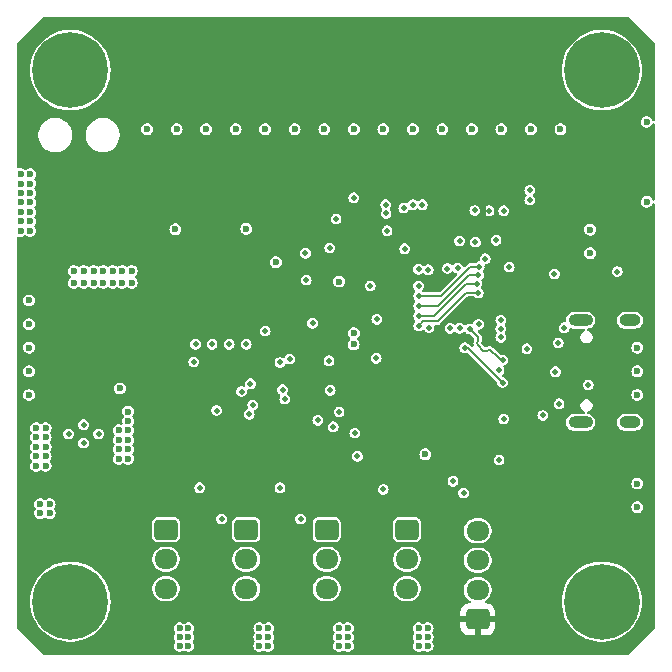
<source format=gbr>
%TF.GenerationSoftware,KiCad,Pcbnew,8.0.6-8.0.6-0~ubuntu20.04.1*%
%TF.CreationDate,2024-12-12T22:35:04+05:00*%
%TF.ProjectId,EpsilonAnomalain,45707369-6c6f-46e4-916e-6f6d616c6169,rev?*%
%TF.SameCoordinates,Original*%
%TF.FileFunction,Copper,L3,Inr*%
%TF.FilePolarity,Positive*%
%FSLAX46Y46*%
G04 Gerber Fmt 4.6, Leading zero omitted, Abs format (unit mm)*
G04 Created by KiCad (PCBNEW 8.0.6-8.0.6-0~ubuntu20.04.1) date 2024-12-12 22:35:04*
%MOMM*%
%LPD*%
G01*
G04 APERTURE LIST*
G04 Aperture macros list*
%AMRoundRect*
0 Rectangle with rounded corners*
0 $1 Rounding radius*
0 $2 $3 $4 $5 $6 $7 $8 $9 X,Y pos of 4 corners*
0 Add a 4 corners polygon primitive as box body*
4,1,4,$2,$3,$4,$5,$6,$7,$8,$9,$2,$3,0*
0 Add four circle primitives for the rounded corners*
1,1,$1+$1,$2,$3*
1,1,$1+$1,$4,$5*
1,1,$1+$1,$6,$7*
1,1,$1+$1,$8,$9*
0 Add four rect primitives between the rounded corners*
20,1,$1+$1,$2,$3,$4,$5,0*
20,1,$1+$1,$4,$5,$6,$7,0*
20,1,$1+$1,$6,$7,$8,$9,0*
20,1,$1+$1,$8,$9,$2,$3,0*%
G04 Aperture macros list end*
%TA.AperFunction,ComponentPad*%
%ADD10RoundRect,0.250000X-0.725000X0.600000X-0.725000X-0.600000X0.725000X-0.600000X0.725000X0.600000X0*%
%TD*%
%TA.AperFunction,ComponentPad*%
%ADD11O,1.950000X1.700000*%
%TD*%
%TA.AperFunction,ComponentPad*%
%ADD12C,0.800000*%
%TD*%
%TA.AperFunction,ComponentPad*%
%ADD13C,6.400000*%
%TD*%
%TA.AperFunction,ComponentPad*%
%ADD14RoundRect,0.250000X0.725000X-0.600000X0.725000X0.600000X-0.725000X0.600000X-0.725000X-0.600000X0*%
%TD*%
%TA.AperFunction,ComponentPad*%
%ADD15C,0.499999*%
%TD*%
%TA.AperFunction,ComponentPad*%
%ADD16O,2.100000X1.000000*%
%TD*%
%TA.AperFunction,ComponentPad*%
%ADD17O,1.800000X1.000000*%
%TD*%
%TA.AperFunction,ViaPad*%
%ADD18C,0.500000*%
%TD*%
%TA.AperFunction,ViaPad*%
%ADD19C,0.600000*%
%TD*%
%TA.AperFunction,Conductor*%
%ADD20C,0.200000*%
%TD*%
G04 APERTURE END LIST*
D10*
%TO.N,/SERVOB*%
%TO.C,J4*%
X254700000Y-117900000D03*
D11*
%TO.N,+6V*%
X254700000Y-120400000D03*
%TO.N,GND*%
X254700000Y-122900000D03*
%TD*%
D12*
%TO.N,N/C*%
%TO.C,H1*%
X275600000Y-79000000D03*
X276302944Y-77302944D03*
X276302944Y-80697056D03*
X278000000Y-76600000D03*
D13*
X278000000Y-79000000D03*
D12*
X278000000Y-81400000D03*
X279697056Y-77302944D03*
X279697056Y-80697056D03*
X280400000Y-79000000D03*
%TD*%
D10*
%TO.N,/SERVOA*%
%TO.C,J3*%
X261500000Y-117900000D03*
D11*
%TO.N,+6V*%
X261500000Y-120400000D03*
%TO.N,GND*%
X261500000Y-122900000D03*
%TD*%
D14*
%TO.N,VDD*%
%TO.C,J7*%
X267500000Y-125500000D03*
D11*
%TO.N,GND*%
X267500000Y-123000000D03*
%TO.N,/RXD0*%
X267500000Y-120500000D03*
%TO.N,/TXD0*%
X267500000Y-118000000D03*
%TD*%
D15*
%TO.N,GND*%
%TO.C,U2*%
X234119920Y-109024920D03*
X235395000Y-109799920D03*
X232844998Y-109799920D03*
X234119920Y-110574920D03*
%TD*%
D10*
%TO.N,/SERVOD*%
%TO.C,J6*%
X241100000Y-117900000D03*
D11*
%TO.N,+6V*%
X241100000Y-120400000D03*
%TO.N,GND*%
X241100000Y-122900000D03*
%TD*%
D12*
%TO.N,N/C*%
%TO.C,H4*%
X275600000Y-124000000D03*
X276302944Y-122302944D03*
X276302944Y-125697056D03*
X278000000Y-121600000D03*
D13*
X278000000Y-124000000D03*
D12*
X278000000Y-126400000D03*
X279697056Y-122302944D03*
X279697056Y-125697056D03*
X280400000Y-124000000D03*
%TD*%
D10*
%TO.N,/SERVOC*%
%TO.C,J5*%
X247900000Y-117900000D03*
D11*
%TO.N,+6V*%
X247900000Y-120400000D03*
%TO.N,GND*%
X247900000Y-122900000D03*
%TD*%
D12*
%TO.N,N/C*%
%TO.C,H2*%
X230600000Y-124000000D03*
X231302944Y-122302944D03*
X231302944Y-125697056D03*
X233000000Y-121600000D03*
D13*
X233000000Y-124000000D03*
D12*
X233000000Y-126400000D03*
X234697056Y-122302944D03*
X234697056Y-125697056D03*
X235400000Y-124000000D03*
%TD*%
D16*
%TO.N,unconnected-(J1-SHIELD-PadS1)_1*%
%TO.C,J1*%
X276195000Y-108820000D03*
D17*
%TO.N,unconnected-(J1-SHIELD-PadS1)_3*%
X280375000Y-108820000D03*
D16*
%TO.N,unconnected-(J1-SHIELD-PadS1)*%
X276195000Y-100180000D03*
D17*
%TO.N,unconnected-(J1-SHIELD-PadS1)_2*%
X280375000Y-100180000D03*
%TD*%
D12*
%TO.N,N/C*%
%TO.C,H3*%
X230600000Y-79000000D03*
X231302944Y-77302944D03*
X231302944Y-80697056D03*
X233000000Y-76600000D03*
D13*
X233000000Y-79000000D03*
D12*
X233000000Y-81400000D03*
X234697056Y-77302944D03*
X234697056Y-80697056D03*
X235400000Y-79000000D03*
%TD*%
D18*
%TO.N,GND*%
X250750000Y-114350000D03*
X243950000Y-114350000D03*
X269700000Y-90900000D03*
X268450000Y-90900000D03*
X263300000Y-95900000D03*
%TO.N,VDD*%
X273910002Y-93990000D03*
X250500000Y-101100000D03*
X266110000Y-89740000D03*
D19*
X275020000Y-86040000D03*
D18*
X264300000Y-100800000D03*
X252020000Y-112110000D03*
X273300000Y-100700000D03*
X255880000Y-112060000D03*
X272700000Y-101200000D03*
X271700000Y-104500000D03*
X259130000Y-111120000D03*
X268145022Y-92054978D03*
X257000000Y-90900000D03*
X265230000Y-112500000D03*
X253800000Y-90299996D03*
X272099994Y-100700000D03*
%TO.N,/TX0_RAW*%
X271900000Y-89150000D03*
X265789667Y-95739667D03*
X265400000Y-113800000D03*
%TO.N,/BOOT*%
X252980000Y-96775000D03*
X262480000Y-97265076D03*
%TO.N,/RXD0*%
X271900002Y-90000000D03*
X264925000Y-95795000D03*
D19*
%TO.N,GND*%
X229600000Y-87800000D03*
X243000000Y-127000000D03*
X269500000Y-84000000D03*
D18*
X261224265Y-90675735D03*
D19*
X242250000Y-127000000D03*
X243000000Y-126250000D03*
X263250000Y-127000000D03*
D18*
X273985000Y-96245000D03*
D19*
X237100000Y-111100000D03*
X230100000Y-109300000D03*
D18*
X259820000Y-92590000D03*
D19*
X230900000Y-112500000D03*
X274500000Y-84000000D03*
X277000000Y-92500000D03*
X277000000Y-94500000D03*
X281000000Y-102500000D03*
D18*
X249500012Y-101090000D03*
D19*
X237900000Y-108700000D03*
X230450000Y-116500000D03*
X254500000Y-84000000D03*
X249750000Y-126250000D03*
X231250000Y-116500000D03*
X259500000Y-84000000D03*
X230100000Y-112500000D03*
X247000000Y-84000000D03*
X262500000Y-126250000D03*
X237900000Y-111100000D03*
X228800000Y-90200000D03*
X256500000Y-127000000D03*
X229500000Y-104500000D03*
X262500000Y-127750000D03*
X249000000Y-127750000D03*
X249750000Y-127000000D03*
X244500000Y-84000000D03*
X242250000Y-126250000D03*
X230900000Y-110100000D03*
X228800000Y-91000000D03*
D18*
X252900000Y-94499992D03*
D19*
X257000000Y-101260000D03*
X272000000Y-84000000D03*
X229600000Y-91800000D03*
X228800000Y-87800000D03*
X237100000Y-109500000D03*
X262500000Y-127000000D03*
X230100000Y-110100000D03*
X228800000Y-89400000D03*
X228800000Y-92600000D03*
X252000000Y-84000000D03*
X230900000Y-111700000D03*
X228800000Y-91800000D03*
X237900000Y-110300000D03*
X281000000Y-106500000D03*
D18*
X269690000Y-108530000D03*
D19*
X256989998Y-102210000D03*
D18*
X257000000Y-89800000D03*
X253510000Y-100430000D03*
X258389773Y-97263343D03*
D19*
X229600000Y-92600000D03*
D18*
X263370000Y-100790000D03*
D19*
X249500000Y-84000000D03*
X230900000Y-109300000D03*
D18*
X262000000Y-90400000D03*
D19*
X237900000Y-109500000D03*
X229600000Y-89400000D03*
X256500000Y-127750000D03*
X264500000Y-84000000D03*
X230100000Y-111700000D03*
D18*
X269445000Y-101625000D03*
D19*
X237100000Y-110300000D03*
X249000000Y-126250000D03*
X242250000Y-127750000D03*
X237100000Y-111900000D03*
X242000000Y-84000000D03*
D18*
X276850000Y-105650000D03*
D19*
X281785000Y-83385000D03*
X237900000Y-107900000D03*
X229600000Y-88600000D03*
D18*
X269445000Y-100890000D03*
D19*
X241900000Y-92480000D03*
X230900000Y-110900000D03*
X255750000Y-127000000D03*
D18*
X257080000Y-109730000D03*
D19*
X229500000Y-106500000D03*
D18*
X252500000Y-117000000D03*
D19*
X228800000Y-88600000D03*
X229500000Y-98500000D03*
X263250000Y-127750000D03*
X262000000Y-84000000D03*
X230450000Y-115750000D03*
X229600000Y-91000000D03*
D18*
X267240000Y-90879998D03*
D19*
X281790000Y-90140000D03*
D18*
X265950000Y-93450000D03*
D19*
X229500000Y-100500000D03*
D18*
X269450000Y-100160000D03*
D19*
X249000000Y-127000000D03*
D18*
X255755000Y-107930000D03*
D19*
X247905000Y-92440000D03*
X281000000Y-104500000D03*
X243000000Y-127750000D03*
X263250000Y-126250000D03*
X257000000Y-84000000D03*
X255750000Y-127750000D03*
D18*
X259500000Y-114500000D03*
X262800000Y-90400000D03*
X245800000Y-117000000D03*
X274065002Y-104525000D03*
D19*
X229600000Y-90200000D03*
D18*
X245380000Y-107820000D03*
D19*
X256500000Y-126250000D03*
D18*
X273005000Y-108230000D03*
X261310000Y-94120000D03*
X274800000Y-100800000D03*
D19*
X237900000Y-111900000D03*
X267000000Y-84000000D03*
X255750000Y-126250000D03*
X281000000Y-114000000D03*
X230100000Y-110900000D03*
X249750000Y-127750000D03*
X229500000Y-102500000D03*
D18*
X245000000Y-102200000D03*
D19*
X239500000Y-84000000D03*
D18*
X251565000Y-103450000D03*
D19*
X231250000Y-115750000D03*
X281000000Y-116000000D03*
D18*
X269295000Y-104420000D03*
%TO.N,/IMU_INT*%
X258950000Y-100100002D03*
D19*
X255750000Y-96900000D03*
%TO.N,+3V8*%
X235800000Y-96000000D03*
X235800000Y-97000000D03*
D18*
X269299998Y-112000000D03*
D19*
X234150000Y-96000000D03*
X235000000Y-96000000D03*
X233300000Y-96000000D03*
X233300000Y-97000000D03*
X234150000Y-97000000D03*
X235000000Y-97000000D03*
X238200000Y-97000000D03*
X236600000Y-96000000D03*
X237400000Y-96000000D03*
X238200000Y-96000000D03*
D18*
X279300000Y-96050000D03*
X266300000Y-114800000D03*
D19*
X237400000Y-97000000D03*
D18*
X257300000Y-111700000D03*
X258900000Y-103400000D03*
D19*
X236600000Y-97000000D03*
D18*
%TO.N,/SDA*%
X265150000Y-100850000D03*
X259733986Y-91135348D03*
%TO.N,/SCL*%
X265950000Y-100850000D03*
X259700000Y-90400000D03*
X254970000Y-94045000D03*
X255500000Y-91600000D03*
D19*
%TO.N,/CHIP_PU*%
X250400000Y-95250000D03*
D18*
X262480000Y-95865076D03*
%TO.N,/SERVOA*%
X262500000Y-100650000D03*
X267540000Y-97855000D03*
%TO.N,/SERVOB*%
X262500000Y-99800000D03*
X267429002Y-97073031D03*
%TO.N,/SERVOC*%
X262500000Y-98950000D03*
X267555000Y-96355000D03*
%TO.N,/OFF*%
X268125000Y-94955000D03*
X271660000Y-102580000D03*
X270165000Y-95670000D03*
%TO.N,/DP*%
X266800000Y-100900000D03*
X269600000Y-103550000D03*
%TO.N,/DN*%
X266400000Y-102500000D03*
X269600000Y-105450000D03*
%TO.N,/SERVOEN*%
X269050000Y-93400000D03*
D19*
X237195000Y-105950000D03*
D18*
%TO.N,Net-(RN5-R2.1)*%
X243450000Y-103700000D03*
X248450000Y-107350000D03*
%TO.N,Net-(D1-A)*%
X274380000Y-107235000D03*
X274300000Y-102090000D03*
%TO.N,Net-(RN4-R4.2)*%
X255250000Y-109194620D03*
X251150000Y-106850000D03*
%TO.N,Net-(RN4-R3.2)*%
X255000000Y-106100000D03*
X250965565Y-106054826D03*
%TO.N,Net-(RN4-R4.1)*%
X247503313Y-106208209D03*
X246450000Y-102200000D03*
%TO.N,Net-(RN4-R3.1)*%
X248250000Y-105550000D03*
X247900000Y-102200000D03*
%TO.N,Net-(RN4-R2.2)*%
X250750000Y-103750000D03*
X254900000Y-103600000D03*
%TO.N,Net-(RN5-R3.1)*%
X243599989Y-102199995D03*
X248150000Y-108139998D03*
%TO.N,/SERVOD*%
X267619266Y-95629000D03*
X262500000Y-98100000D03*
%TO.N,/LD_D*%
X267560000Y-100525000D03*
D19*
X263055000Y-111530000D03*
D18*
%TO.N,/LD_OE*%
X253950000Y-108650000D03*
X267300000Y-93550000D03*
%TD*%
D20*
%TO.N,VDD*%
X268190044Y-92100000D02*
X268145022Y-92054978D01*
X273300000Y-94600002D02*
X273910002Y-93990000D01*
X272020002Y-92100000D02*
X268190044Y-92100000D01*
X264230000Y-113500000D02*
X265230000Y-112500000D01*
X272200000Y-100700000D02*
X272700000Y-101200000D01*
X252215000Y-102815000D02*
X252215000Y-111915000D01*
X265150000Y-112580000D02*
X265230000Y-112500000D01*
X252020000Y-112110000D02*
X252330000Y-111800000D01*
X269810000Y-86040000D02*
X275020000Y-86040000D01*
X250500000Y-101100000D02*
X252215000Y-102815000D01*
X264230000Y-123730000D02*
X264230000Y-113500000D01*
X267540000Y-89740000D02*
X268145022Y-90345022D01*
X255880000Y-109220000D02*
X255880000Y-112060000D01*
X256400000Y-112580000D02*
X265150000Y-112580000D01*
X273910002Y-93990000D02*
X272020002Y-92100000D01*
X257000000Y-90900000D02*
X256399996Y-90299996D01*
X252330000Y-111800000D02*
X255620000Y-111800000D01*
X272700000Y-103500000D02*
X272700000Y-101200000D01*
X271700000Y-104500000D02*
X271500000Y-104500000D01*
X266000000Y-125500000D02*
X264230000Y-123730000D01*
X271700000Y-104500000D02*
X272700000Y-103500000D01*
X259400000Y-88500000D02*
X264870000Y-88500000D01*
X264870000Y-88500000D02*
X266110000Y-89740000D01*
X268145022Y-90345022D02*
X268145022Y-92054978D01*
X255880000Y-112060000D02*
X256400000Y-112580000D01*
X273300000Y-100700000D02*
X273300000Y-94600002D01*
X257000000Y-90900000D02*
X259400000Y-88500000D01*
X272099994Y-100700000D02*
X272200000Y-100700000D01*
X267500000Y-125500000D02*
X266000000Y-125500000D01*
X266110000Y-89740000D02*
X267540000Y-89740000D01*
X252215000Y-111915000D02*
X252020000Y-112110000D01*
X272800000Y-101200000D02*
X272700000Y-101200000D01*
X256399996Y-90299996D02*
X253800000Y-90299996D01*
X255620000Y-111800000D02*
X255880000Y-112060000D01*
X264300000Y-100800000D02*
X255880000Y-109220000D01*
X266110000Y-89740000D02*
X269810000Y-86040000D01*
X273300000Y-100700000D02*
X272800000Y-101200000D01*
%TO.N,/SERVOA*%
X262500000Y-100650000D02*
X262889000Y-100261000D01*
X264089000Y-100261000D02*
X266495000Y-97855000D01*
X262889000Y-100261000D02*
X264089000Y-100261000D01*
X266495000Y-97855000D02*
X267540000Y-97855000D01*
%TO.N,/SERVOB*%
X263810000Y-99800000D02*
X266536969Y-97073031D01*
X262500000Y-99800000D02*
X263810000Y-99800000D01*
X266536969Y-97073031D02*
X267429002Y-97073031D01*
%TO.N,/SERVOC*%
X266715000Y-96355000D02*
X264120000Y-98950000D01*
X267555000Y-96355000D02*
X266715000Y-96355000D01*
X264120000Y-98950000D02*
X262500000Y-98950000D01*
%TO.N,/DP*%
X267500000Y-102264680D02*
X267980832Y-102745512D01*
X268645512Y-102745512D02*
X269126345Y-103226345D01*
X269128427Y-103228427D02*
X269450000Y-103550000D01*
X266800000Y-100900000D02*
X267500000Y-101600000D01*
X269450000Y-103550000D02*
X269600000Y-103550000D01*
X269126345Y-103226345D02*
X269128427Y-103228427D01*
X267980832Y-102745512D02*
G75*
G03*
X268313172Y-102745512I166170J166170D01*
G01*
X267500000Y-101600000D02*
G75*
G02*
X267500030Y-101932370I-166200J-166200D01*
G01*
X268313172Y-102745512D02*
G75*
G02*
X268645512Y-102745512I166170J-166170D01*
G01*
X267500000Y-101932340D02*
G75*
G03*
X267500010Y-102264670I166200J-166160D01*
G01*
%TO.N,/DN*%
X266933128Y-102783128D02*
X266650000Y-102500000D01*
X267005672Y-102855672D02*
X266933128Y-102783128D01*
X269600000Y-105450000D02*
X267005672Y-102855672D01*
X266650000Y-102500000D02*
X266400000Y-102500000D01*
%TO.N,/SERVOD*%
X267619266Y-95629000D02*
X266866000Y-95629000D01*
X266866000Y-95629000D02*
X264395000Y-98100000D01*
X264395000Y-98100000D02*
X262500000Y-98100000D01*
%TD*%
%TA.AperFunction,Conductor*%
%TO.N,VDD*%
G36*
X280308363Y-74520185D02*
G01*
X280329005Y-74536819D01*
X282463181Y-76670995D01*
X282496666Y-76732318D01*
X282499500Y-76758676D01*
X282499500Y-83174698D01*
X282479815Y-83241737D01*
X282427011Y-83287492D01*
X282357853Y-83297436D01*
X282294297Y-83268411D01*
X282262706Y-83226210D01*
X282210377Y-83111628D01*
X282210376Y-83111626D01*
X282116128Y-83002857D01*
X281995053Y-82925047D01*
X281995051Y-82925046D01*
X281995049Y-82925045D01*
X281995050Y-82925045D01*
X281856963Y-82884500D01*
X281856961Y-82884500D01*
X281713039Y-82884500D01*
X281713036Y-82884500D01*
X281574949Y-82925045D01*
X281453873Y-83002856D01*
X281359623Y-83111626D01*
X281359622Y-83111628D01*
X281299834Y-83242543D01*
X281279353Y-83385000D01*
X281299834Y-83527456D01*
X281341119Y-83617856D01*
X281359623Y-83658373D01*
X281453872Y-83767143D01*
X281574947Y-83844953D01*
X281574950Y-83844954D01*
X281574949Y-83844954D01*
X281713036Y-83885499D01*
X281713038Y-83885500D01*
X281713039Y-83885500D01*
X281856962Y-83885500D01*
X281856962Y-83885499D01*
X281995053Y-83844953D01*
X282116128Y-83767143D01*
X282210377Y-83658373D01*
X282262706Y-83543788D01*
X282308461Y-83490985D01*
X282375500Y-83471301D01*
X282442540Y-83490986D01*
X282488294Y-83543790D01*
X282499500Y-83595301D01*
X282499500Y-89918750D01*
X282479815Y-89985789D01*
X282427011Y-90031544D01*
X282357853Y-90041488D01*
X282294297Y-90012463D01*
X282262706Y-89970262D01*
X282253224Y-89949500D01*
X282215377Y-89866627D01*
X282121128Y-89757857D01*
X282000053Y-89680047D01*
X282000051Y-89680046D01*
X282000049Y-89680045D01*
X282000050Y-89680045D01*
X281861963Y-89639500D01*
X281861961Y-89639500D01*
X281718039Y-89639500D01*
X281718036Y-89639500D01*
X281579949Y-89680045D01*
X281458873Y-89757856D01*
X281364623Y-89866626D01*
X281364622Y-89866628D01*
X281304834Y-89997543D01*
X281284353Y-90140000D01*
X281304834Y-90282456D01*
X281341984Y-90363802D01*
X281364623Y-90413373D01*
X281458872Y-90522143D01*
X281579947Y-90599953D01*
X281579950Y-90599954D01*
X281579949Y-90599954D01*
X281640211Y-90617648D01*
X281695680Y-90633935D01*
X281718036Y-90640499D01*
X281718038Y-90640500D01*
X281718039Y-90640500D01*
X281861962Y-90640500D01*
X281861962Y-90640499D01*
X282000053Y-90599953D01*
X282121128Y-90522143D01*
X282215377Y-90413373D01*
X282239182Y-90361249D01*
X282262706Y-90309738D01*
X282308460Y-90256934D01*
X282375500Y-90237249D01*
X282442539Y-90256934D01*
X282488294Y-90309737D01*
X282499500Y-90361249D01*
X282499500Y-126241324D01*
X282479815Y-126308363D01*
X282463181Y-126329005D01*
X280329005Y-128463181D01*
X280267682Y-128496666D01*
X280241324Y-128499500D01*
X230758676Y-128499500D01*
X230691637Y-128479815D01*
X230670995Y-128463181D01*
X228536819Y-126329005D01*
X228503334Y-126267682D01*
X228500500Y-126241324D01*
X228500500Y-123999997D01*
X229594506Y-123999997D01*
X229594506Y-124000002D01*
X229614469Y-124368196D01*
X229614470Y-124368213D01*
X229674122Y-124732068D01*
X229674128Y-124732094D01*
X229772768Y-125087365D01*
X229772770Y-125087371D01*
X229772772Y-125087377D01*
X229772773Y-125087379D01*
X229815865Y-125195533D01*
X229909255Y-125429926D01*
X229909261Y-125429938D01*
X230081973Y-125755708D01*
X230081979Y-125755717D01*
X230288909Y-126060916D01*
X230485777Y-126292686D01*
X230527627Y-126341956D01*
X230795330Y-126595538D01*
X231088881Y-126818690D01*
X231404838Y-127008795D01*
X231404840Y-127008796D01*
X231404842Y-127008797D01*
X231404846Y-127008799D01*
X231693741Y-127142456D01*
X231739497Y-127163625D01*
X232088934Y-127281364D01*
X232449052Y-127360632D01*
X232815630Y-127400500D01*
X232815636Y-127400500D01*
X233184364Y-127400500D01*
X233184370Y-127400500D01*
X233550948Y-127360632D01*
X233911066Y-127281364D01*
X234260503Y-127163625D01*
X234595162Y-127008795D01*
X234911119Y-126818690D01*
X235204670Y-126595538D01*
X235472373Y-126341956D01*
X235550481Y-126250000D01*
X241744353Y-126250000D01*
X241764834Y-126392456D01*
X241824622Y-126523371D01*
X241824625Y-126523377D01*
X241842321Y-126543799D01*
X241871345Y-126607355D01*
X241861401Y-126676513D01*
X241842321Y-126706201D01*
X241824625Y-126726622D01*
X241824622Y-126726628D01*
X241764834Y-126857543D01*
X241744353Y-127000000D01*
X241764834Y-127142456D01*
X241824622Y-127273371D01*
X241824625Y-127273377D01*
X241842321Y-127293799D01*
X241871345Y-127357355D01*
X241861401Y-127426513D01*
X241842321Y-127456201D01*
X241824625Y-127476622D01*
X241824622Y-127476628D01*
X241764834Y-127607543D01*
X241744353Y-127750000D01*
X241764834Y-127892456D01*
X241824622Y-128023371D01*
X241824623Y-128023373D01*
X241918872Y-128132143D01*
X242039947Y-128209953D01*
X242039950Y-128209954D01*
X242039949Y-128209954D01*
X242178036Y-128250499D01*
X242178038Y-128250500D01*
X242178039Y-128250500D01*
X242321962Y-128250500D01*
X242321962Y-128250499D01*
X242460053Y-128209953D01*
X242557960Y-128147031D01*
X242625000Y-128127347D01*
X242692039Y-128147032D01*
X242692040Y-128147032D01*
X242789947Y-128209953D01*
X242789948Y-128209953D01*
X242789949Y-128209954D01*
X242928036Y-128250499D01*
X242928038Y-128250500D01*
X242928039Y-128250500D01*
X243071962Y-128250500D01*
X243071962Y-128250499D01*
X243210053Y-128209953D01*
X243331128Y-128132143D01*
X243425377Y-128023373D01*
X243485165Y-127892457D01*
X243505647Y-127750000D01*
X243485165Y-127607543D01*
X243425377Y-127476627D01*
X243425375Y-127476625D01*
X243425374Y-127476622D01*
X243407680Y-127456203D01*
X243378654Y-127392648D01*
X243388597Y-127323489D01*
X243407680Y-127293797D01*
X243425374Y-127273377D01*
X243425374Y-127273375D01*
X243425377Y-127273373D01*
X243485165Y-127142457D01*
X243505647Y-127000000D01*
X243485165Y-126857543D01*
X243425377Y-126726627D01*
X243425375Y-126726625D01*
X243425374Y-126726622D01*
X243407680Y-126706203D01*
X243378654Y-126642648D01*
X243388597Y-126573489D01*
X243407680Y-126543797D01*
X243425374Y-126523377D01*
X243425374Y-126523375D01*
X243425377Y-126523373D01*
X243485165Y-126392457D01*
X243505647Y-126250000D01*
X248494353Y-126250000D01*
X248514834Y-126392456D01*
X248574622Y-126523371D01*
X248574625Y-126523377D01*
X248592321Y-126543799D01*
X248621345Y-126607355D01*
X248611401Y-126676513D01*
X248592321Y-126706201D01*
X248574625Y-126726622D01*
X248574622Y-126726628D01*
X248514834Y-126857543D01*
X248494353Y-127000000D01*
X248514834Y-127142456D01*
X248574622Y-127273371D01*
X248574625Y-127273377D01*
X248592321Y-127293799D01*
X248621345Y-127357355D01*
X248611401Y-127426513D01*
X248592321Y-127456201D01*
X248574625Y-127476622D01*
X248574622Y-127476628D01*
X248514834Y-127607543D01*
X248494353Y-127750000D01*
X248514834Y-127892456D01*
X248574622Y-128023371D01*
X248574623Y-128023373D01*
X248668872Y-128132143D01*
X248789947Y-128209953D01*
X248789950Y-128209954D01*
X248789949Y-128209954D01*
X248928036Y-128250499D01*
X248928038Y-128250500D01*
X248928039Y-128250500D01*
X249071962Y-128250500D01*
X249071962Y-128250499D01*
X249210053Y-128209953D01*
X249307960Y-128147031D01*
X249375000Y-128127347D01*
X249442039Y-128147032D01*
X249442040Y-128147032D01*
X249539947Y-128209953D01*
X249539948Y-128209953D01*
X249539949Y-128209954D01*
X249678036Y-128250499D01*
X249678038Y-128250500D01*
X249678039Y-128250500D01*
X249821962Y-128250500D01*
X249821962Y-128250499D01*
X249960053Y-128209953D01*
X250081128Y-128132143D01*
X250175377Y-128023373D01*
X250235165Y-127892457D01*
X250255647Y-127750000D01*
X250235165Y-127607543D01*
X250175377Y-127476627D01*
X250175375Y-127476625D01*
X250175374Y-127476622D01*
X250157680Y-127456203D01*
X250128654Y-127392648D01*
X250138597Y-127323489D01*
X250157680Y-127293797D01*
X250175374Y-127273377D01*
X250175374Y-127273375D01*
X250175377Y-127273373D01*
X250235165Y-127142457D01*
X250255647Y-127000000D01*
X250235165Y-126857543D01*
X250175377Y-126726627D01*
X250175375Y-126726625D01*
X250175374Y-126726622D01*
X250157680Y-126706203D01*
X250128654Y-126642648D01*
X250138597Y-126573489D01*
X250157680Y-126543797D01*
X250175374Y-126523377D01*
X250175374Y-126523375D01*
X250175377Y-126523373D01*
X250235165Y-126392457D01*
X250255647Y-126250000D01*
X255244353Y-126250000D01*
X255264834Y-126392456D01*
X255324622Y-126523371D01*
X255324625Y-126523377D01*
X255342321Y-126543799D01*
X255371345Y-126607355D01*
X255361401Y-126676513D01*
X255342321Y-126706201D01*
X255324625Y-126726622D01*
X255324622Y-126726628D01*
X255264834Y-126857543D01*
X255244353Y-127000000D01*
X255264834Y-127142456D01*
X255324622Y-127273371D01*
X255324625Y-127273377D01*
X255342321Y-127293799D01*
X255371345Y-127357355D01*
X255361401Y-127426513D01*
X255342321Y-127456201D01*
X255324625Y-127476622D01*
X255324622Y-127476628D01*
X255264834Y-127607543D01*
X255244353Y-127750000D01*
X255264834Y-127892456D01*
X255324622Y-128023371D01*
X255324623Y-128023373D01*
X255418872Y-128132143D01*
X255539947Y-128209953D01*
X255539950Y-128209954D01*
X255539949Y-128209954D01*
X255678036Y-128250499D01*
X255678038Y-128250500D01*
X255678039Y-128250500D01*
X255821962Y-128250500D01*
X255821962Y-128250499D01*
X255960053Y-128209953D01*
X256057960Y-128147031D01*
X256125000Y-128127347D01*
X256192039Y-128147032D01*
X256192040Y-128147032D01*
X256289947Y-128209953D01*
X256289948Y-128209953D01*
X256289949Y-128209954D01*
X256428036Y-128250499D01*
X256428038Y-128250500D01*
X256428039Y-128250500D01*
X256571962Y-128250500D01*
X256571962Y-128250499D01*
X256710053Y-128209953D01*
X256831128Y-128132143D01*
X256925377Y-128023373D01*
X256985165Y-127892457D01*
X257005647Y-127750000D01*
X256985165Y-127607543D01*
X256925377Y-127476627D01*
X256925375Y-127476625D01*
X256925374Y-127476622D01*
X256907680Y-127456203D01*
X256878654Y-127392648D01*
X256888597Y-127323489D01*
X256907680Y-127293797D01*
X256925374Y-127273377D01*
X256925374Y-127273375D01*
X256925377Y-127273373D01*
X256985165Y-127142457D01*
X257005647Y-127000000D01*
X256985165Y-126857543D01*
X256925377Y-126726627D01*
X256925375Y-126726625D01*
X256925374Y-126726622D01*
X256907680Y-126706203D01*
X256878654Y-126642648D01*
X256888597Y-126573489D01*
X256907680Y-126543797D01*
X256925374Y-126523377D01*
X256925374Y-126523375D01*
X256925377Y-126523373D01*
X256985165Y-126392457D01*
X257005647Y-126250000D01*
X261994353Y-126250000D01*
X262014834Y-126392456D01*
X262074622Y-126523371D01*
X262074625Y-126523377D01*
X262092321Y-126543799D01*
X262121345Y-126607355D01*
X262111401Y-126676513D01*
X262092321Y-126706201D01*
X262074625Y-126726622D01*
X262074622Y-126726628D01*
X262014834Y-126857543D01*
X261994353Y-127000000D01*
X262014834Y-127142456D01*
X262074622Y-127273371D01*
X262074625Y-127273377D01*
X262092321Y-127293799D01*
X262121345Y-127357355D01*
X262111401Y-127426513D01*
X262092321Y-127456201D01*
X262074625Y-127476622D01*
X262074622Y-127476628D01*
X262014834Y-127607543D01*
X261994353Y-127750000D01*
X262014834Y-127892456D01*
X262074622Y-128023371D01*
X262074623Y-128023373D01*
X262168872Y-128132143D01*
X262289947Y-128209953D01*
X262289950Y-128209954D01*
X262289949Y-128209954D01*
X262428036Y-128250499D01*
X262428038Y-128250500D01*
X262428039Y-128250500D01*
X262571962Y-128250500D01*
X262571962Y-128250499D01*
X262710053Y-128209953D01*
X262807960Y-128147031D01*
X262875000Y-128127347D01*
X262942039Y-128147032D01*
X262942040Y-128147032D01*
X263039947Y-128209953D01*
X263039948Y-128209953D01*
X263039949Y-128209954D01*
X263178036Y-128250499D01*
X263178038Y-128250500D01*
X263178039Y-128250500D01*
X263321962Y-128250500D01*
X263321962Y-128250499D01*
X263460053Y-128209953D01*
X263581128Y-128132143D01*
X263675377Y-128023373D01*
X263735165Y-127892457D01*
X263755647Y-127750000D01*
X263735165Y-127607543D01*
X263675377Y-127476627D01*
X263675375Y-127476625D01*
X263675374Y-127476622D01*
X263657680Y-127456203D01*
X263628654Y-127392648D01*
X263638597Y-127323489D01*
X263657680Y-127293797D01*
X263675374Y-127273377D01*
X263675374Y-127273375D01*
X263675377Y-127273373D01*
X263735165Y-127142457D01*
X263755647Y-127000000D01*
X263735165Y-126857543D01*
X263675377Y-126726627D01*
X263675375Y-126726625D01*
X263675374Y-126726622D01*
X263657680Y-126706203D01*
X263628654Y-126642648D01*
X263638597Y-126573489D01*
X263657680Y-126543797D01*
X263675374Y-126523377D01*
X263675374Y-126523375D01*
X263675377Y-126523373D01*
X263735165Y-126392457D01*
X263755647Y-126250000D01*
X263735165Y-126107543D01*
X263675377Y-125976627D01*
X263581128Y-125867857D01*
X263460053Y-125790047D01*
X263460051Y-125790046D01*
X263460049Y-125790045D01*
X263460050Y-125790045D01*
X263321963Y-125749500D01*
X263321961Y-125749500D01*
X263178039Y-125749500D01*
X263178036Y-125749500D01*
X263039949Y-125790045D01*
X262942039Y-125852968D01*
X262874999Y-125872652D01*
X262807961Y-125852968D01*
X262710050Y-125790045D01*
X262571963Y-125749500D01*
X262571961Y-125749500D01*
X262428039Y-125749500D01*
X262428036Y-125749500D01*
X262289949Y-125790045D01*
X262168873Y-125867856D01*
X262074623Y-125976626D01*
X262074622Y-125976628D01*
X262014834Y-126107543D01*
X261994353Y-126250000D01*
X257005647Y-126250000D01*
X256985165Y-126107543D01*
X256925377Y-125976627D01*
X256831128Y-125867857D01*
X256710053Y-125790047D01*
X256710051Y-125790046D01*
X256710049Y-125790045D01*
X256710050Y-125790045D01*
X256571963Y-125749500D01*
X256571961Y-125749500D01*
X256428039Y-125749500D01*
X256428036Y-125749500D01*
X256289949Y-125790045D01*
X256192039Y-125852968D01*
X256124999Y-125872652D01*
X256057961Y-125852968D01*
X255960050Y-125790045D01*
X255821963Y-125749500D01*
X255821961Y-125749500D01*
X255678039Y-125749500D01*
X255678036Y-125749500D01*
X255539949Y-125790045D01*
X255418873Y-125867856D01*
X255324623Y-125976626D01*
X255324622Y-125976628D01*
X255264834Y-126107543D01*
X255244353Y-126250000D01*
X250255647Y-126250000D01*
X250235165Y-126107543D01*
X250175377Y-125976627D01*
X250081128Y-125867857D01*
X249960053Y-125790047D01*
X249960051Y-125790046D01*
X249960049Y-125790045D01*
X249960050Y-125790045D01*
X249821963Y-125749500D01*
X249821961Y-125749500D01*
X249678039Y-125749500D01*
X249678036Y-125749500D01*
X249539949Y-125790045D01*
X249442039Y-125852968D01*
X249374999Y-125872652D01*
X249307961Y-125852968D01*
X249210050Y-125790045D01*
X249071963Y-125749500D01*
X249071961Y-125749500D01*
X248928039Y-125749500D01*
X248928036Y-125749500D01*
X248789949Y-125790045D01*
X248668873Y-125867856D01*
X248574623Y-125976626D01*
X248574622Y-125976628D01*
X248514834Y-126107543D01*
X248494353Y-126250000D01*
X243505647Y-126250000D01*
X243485165Y-126107543D01*
X243425377Y-125976627D01*
X243331128Y-125867857D01*
X243210053Y-125790047D01*
X243210051Y-125790046D01*
X243210049Y-125790045D01*
X243210050Y-125790045D01*
X243071963Y-125749500D01*
X243071961Y-125749500D01*
X242928039Y-125749500D01*
X242928036Y-125749500D01*
X242789949Y-125790045D01*
X242692039Y-125852968D01*
X242624999Y-125872652D01*
X242557961Y-125852968D01*
X242460050Y-125790045D01*
X242321963Y-125749500D01*
X242321961Y-125749500D01*
X242178039Y-125749500D01*
X242178036Y-125749500D01*
X242039949Y-125790045D01*
X241918873Y-125867856D01*
X241824623Y-125976626D01*
X241824622Y-125976628D01*
X241764834Y-126107543D01*
X241744353Y-126250000D01*
X235550481Y-126250000D01*
X235711090Y-126060917D01*
X235918022Y-125755716D01*
X236090743Y-125429930D01*
X236227227Y-125087379D01*
X236293131Y-124850013D01*
X266025000Y-124850013D01*
X266025000Y-125250000D01*
X267095854Y-125250000D01*
X267057370Y-125316657D01*
X267025000Y-125437465D01*
X267025000Y-125562535D01*
X267057370Y-125683343D01*
X267095854Y-125750000D01*
X266025001Y-125750000D01*
X266025001Y-126149986D01*
X266035494Y-126252697D01*
X266090641Y-126419119D01*
X266090643Y-126419124D01*
X266182684Y-126568345D01*
X266306654Y-126692315D01*
X266455875Y-126784356D01*
X266455880Y-126784358D01*
X266622302Y-126839505D01*
X266622309Y-126839506D01*
X266725019Y-126849999D01*
X267249999Y-126849999D01*
X267250000Y-126849998D01*
X267250000Y-125904145D01*
X267316657Y-125942630D01*
X267437465Y-125975000D01*
X267562535Y-125975000D01*
X267683343Y-125942630D01*
X267750000Y-125904145D01*
X267750000Y-126849999D01*
X268274972Y-126849999D01*
X268274986Y-126849998D01*
X268377697Y-126839505D01*
X268544119Y-126784358D01*
X268544124Y-126784356D01*
X268693345Y-126692315D01*
X268817315Y-126568345D01*
X268909356Y-126419124D01*
X268909358Y-126419119D01*
X268964505Y-126252697D01*
X268964506Y-126252690D01*
X268974999Y-126149986D01*
X268975000Y-126149973D01*
X268975000Y-125750000D01*
X267904146Y-125750000D01*
X267942630Y-125683343D01*
X267975000Y-125562535D01*
X267975000Y-125437465D01*
X267942630Y-125316657D01*
X267904146Y-125250000D01*
X268974999Y-125250000D01*
X268974999Y-124850028D01*
X268974998Y-124850013D01*
X268964505Y-124747302D01*
X268909358Y-124580880D01*
X268909356Y-124580875D01*
X268817315Y-124431654D01*
X268693345Y-124307684D01*
X268544124Y-124215643D01*
X268544119Y-124215641D01*
X268377697Y-124160494D01*
X268377690Y-124160493D01*
X268274986Y-124150000D01*
X268203526Y-124150000D01*
X268136487Y-124130315D01*
X268090732Y-124077511D01*
X268080788Y-124008353D01*
X268084604Y-123999997D01*
X274594506Y-123999997D01*
X274594506Y-124000002D01*
X274614469Y-124368196D01*
X274614470Y-124368213D01*
X274674122Y-124732068D01*
X274674128Y-124732094D01*
X274772768Y-125087365D01*
X274772770Y-125087371D01*
X274772772Y-125087377D01*
X274772773Y-125087379D01*
X274815865Y-125195533D01*
X274909255Y-125429926D01*
X274909261Y-125429938D01*
X275081973Y-125755708D01*
X275081979Y-125755717D01*
X275288909Y-126060916D01*
X275485777Y-126292686D01*
X275527627Y-126341956D01*
X275795330Y-126595538D01*
X276088881Y-126818690D01*
X276404838Y-127008795D01*
X276404840Y-127008796D01*
X276404842Y-127008797D01*
X276404846Y-127008799D01*
X276693741Y-127142456D01*
X276739497Y-127163625D01*
X277088934Y-127281364D01*
X277449052Y-127360632D01*
X277815630Y-127400500D01*
X277815636Y-127400500D01*
X278184364Y-127400500D01*
X278184370Y-127400500D01*
X278550948Y-127360632D01*
X278911066Y-127281364D01*
X279260503Y-127163625D01*
X279595162Y-127008795D01*
X279911119Y-126818690D01*
X280204670Y-126595538D01*
X280472373Y-126341956D01*
X280711090Y-126060917D01*
X280918022Y-125755716D01*
X281090743Y-125429930D01*
X281227227Y-125087379D01*
X281325875Y-124732081D01*
X281385531Y-124368199D01*
X281405494Y-124000000D01*
X281385531Y-123631801D01*
X281363529Y-123497598D01*
X281325877Y-123267931D01*
X281325876Y-123267930D01*
X281325875Y-123267919D01*
X281227227Y-122912621D01*
X281090743Y-122570070D01*
X281014453Y-122426172D01*
X280918026Y-122244291D01*
X280918024Y-122244288D01*
X280918022Y-122244284D01*
X280711090Y-121939083D01*
X280472373Y-121658044D01*
X280204670Y-121404462D01*
X279911119Y-121181310D01*
X279595162Y-120991205D01*
X279595161Y-120991204D01*
X279595157Y-120991202D01*
X279595153Y-120991200D01*
X279260513Y-120836379D01*
X279260508Y-120836377D01*
X279260503Y-120836375D01*
X279090172Y-120778983D01*
X278911065Y-120718635D01*
X278550946Y-120639367D01*
X278184371Y-120599500D01*
X278184370Y-120599500D01*
X277815630Y-120599500D01*
X277815628Y-120599500D01*
X277449053Y-120639367D01*
X277088934Y-120718635D01*
X276828424Y-120806412D01*
X276739497Y-120836375D01*
X276739494Y-120836376D01*
X276739486Y-120836379D01*
X276404846Y-120991200D01*
X276404842Y-120991202D01*
X276169538Y-121132779D01*
X276088881Y-121181310D01*
X275988410Y-121257685D01*
X275795330Y-121404461D01*
X275795330Y-121404462D01*
X275527626Y-121658044D01*
X275288909Y-121939083D01*
X275081979Y-122244282D01*
X275081973Y-122244291D01*
X274909261Y-122570061D01*
X274909255Y-122570073D01*
X274772770Y-122912628D01*
X274772768Y-122912634D01*
X274674128Y-123267905D01*
X274674122Y-123267931D01*
X274614470Y-123631786D01*
X274614469Y-123631803D01*
X274594506Y-123999997D01*
X268084604Y-123999997D01*
X268109813Y-123944797D01*
X268134633Y-123922899D01*
X268294655Y-123815977D01*
X268440977Y-123669655D01*
X268555941Y-123497598D01*
X268635130Y-123306420D01*
X268675500Y-123103465D01*
X268675500Y-122896535D01*
X268635130Y-122693580D01*
X268555941Y-122502402D01*
X268440977Y-122330345D01*
X268440975Y-122330342D01*
X268294657Y-122184024D01*
X268208626Y-122126541D01*
X268122598Y-122069059D01*
X267931420Y-121989870D01*
X267931412Y-121989868D01*
X267728469Y-121949500D01*
X267728465Y-121949500D01*
X267271535Y-121949500D01*
X267271530Y-121949500D01*
X267068587Y-121989868D01*
X267068579Y-121989870D01*
X266877403Y-122069058D01*
X266705342Y-122184024D01*
X266559024Y-122330342D01*
X266444058Y-122502403D01*
X266364870Y-122693579D01*
X266364868Y-122693587D01*
X266324500Y-122896530D01*
X266324500Y-123103469D01*
X266364868Y-123306412D01*
X266364870Y-123306420D01*
X266444058Y-123497596D01*
X266559024Y-123669657D01*
X266705342Y-123815975D01*
X266705345Y-123815977D01*
X266865367Y-123922899D01*
X266910170Y-123976509D01*
X266918878Y-124045834D01*
X266888724Y-124108862D01*
X266829282Y-124145581D01*
X266796477Y-124150000D01*
X266725029Y-124150000D01*
X266725012Y-124150001D01*
X266622302Y-124160494D01*
X266455880Y-124215641D01*
X266455875Y-124215643D01*
X266306654Y-124307684D01*
X266182684Y-124431654D01*
X266090643Y-124580875D01*
X266090641Y-124580880D01*
X266035494Y-124747302D01*
X266035493Y-124747309D01*
X266025000Y-124850013D01*
X236293131Y-124850013D01*
X236325875Y-124732081D01*
X236385531Y-124368199D01*
X236405494Y-124000000D01*
X236385531Y-123631801D01*
X236363529Y-123497598D01*
X236325877Y-123267931D01*
X236325876Y-123267930D01*
X236325875Y-123267919D01*
X236227227Y-122912621D01*
X236180972Y-122796530D01*
X239924500Y-122796530D01*
X239924500Y-123003469D01*
X239964868Y-123206412D01*
X239964870Y-123206420D01*
X240044058Y-123397596D01*
X240159024Y-123569657D01*
X240305342Y-123715975D01*
X240305345Y-123715977D01*
X240477402Y-123830941D01*
X240668580Y-123910130D01*
X240842864Y-123944797D01*
X240871530Y-123950499D01*
X240871534Y-123950500D01*
X240871535Y-123950500D01*
X241328466Y-123950500D01*
X241328467Y-123950499D01*
X241531420Y-123910130D01*
X241722598Y-123830941D01*
X241894655Y-123715977D01*
X242040977Y-123569655D01*
X242155941Y-123397598D01*
X242235130Y-123206420D01*
X242275500Y-123003465D01*
X242275500Y-122796535D01*
X242275499Y-122796530D01*
X246724500Y-122796530D01*
X246724500Y-123003469D01*
X246764868Y-123206412D01*
X246764870Y-123206420D01*
X246844058Y-123397596D01*
X246959024Y-123569657D01*
X247105342Y-123715975D01*
X247105345Y-123715977D01*
X247277402Y-123830941D01*
X247468580Y-123910130D01*
X247642864Y-123944797D01*
X247671530Y-123950499D01*
X247671534Y-123950500D01*
X247671535Y-123950500D01*
X248128466Y-123950500D01*
X248128467Y-123950499D01*
X248331420Y-123910130D01*
X248522598Y-123830941D01*
X248694655Y-123715977D01*
X248840977Y-123569655D01*
X248955941Y-123397598D01*
X249035130Y-123206420D01*
X249075500Y-123003465D01*
X249075500Y-122796535D01*
X249075499Y-122796530D01*
X253524500Y-122796530D01*
X253524500Y-123003469D01*
X253564868Y-123206412D01*
X253564870Y-123206420D01*
X253644058Y-123397596D01*
X253759024Y-123569657D01*
X253905342Y-123715975D01*
X253905345Y-123715977D01*
X254077402Y-123830941D01*
X254268580Y-123910130D01*
X254442864Y-123944797D01*
X254471530Y-123950499D01*
X254471534Y-123950500D01*
X254471535Y-123950500D01*
X254928466Y-123950500D01*
X254928467Y-123950499D01*
X255131420Y-123910130D01*
X255322598Y-123830941D01*
X255494655Y-123715977D01*
X255640977Y-123569655D01*
X255755941Y-123397598D01*
X255835130Y-123206420D01*
X255875500Y-123003465D01*
X255875500Y-122796535D01*
X255875499Y-122796530D01*
X260324500Y-122796530D01*
X260324500Y-123003469D01*
X260364868Y-123206412D01*
X260364870Y-123206420D01*
X260444058Y-123397596D01*
X260559024Y-123569657D01*
X260705342Y-123715975D01*
X260705345Y-123715977D01*
X260877402Y-123830941D01*
X261068580Y-123910130D01*
X261242864Y-123944797D01*
X261271530Y-123950499D01*
X261271534Y-123950500D01*
X261271535Y-123950500D01*
X261728466Y-123950500D01*
X261728467Y-123950499D01*
X261931420Y-123910130D01*
X262122598Y-123830941D01*
X262294655Y-123715977D01*
X262440977Y-123569655D01*
X262555941Y-123397598D01*
X262635130Y-123206420D01*
X262675500Y-123003465D01*
X262675500Y-122796535D01*
X262635130Y-122593580D01*
X262555941Y-122402402D01*
X262440977Y-122230345D01*
X262440975Y-122230342D01*
X262294657Y-122084024D01*
X262153741Y-121989868D01*
X262122598Y-121969059D01*
X261931420Y-121889870D01*
X261931412Y-121889868D01*
X261728469Y-121849500D01*
X261728465Y-121849500D01*
X261271535Y-121849500D01*
X261271530Y-121849500D01*
X261068587Y-121889868D01*
X261068579Y-121889870D01*
X260877403Y-121969058D01*
X260705342Y-122084024D01*
X260559024Y-122230342D01*
X260444058Y-122402403D01*
X260364870Y-122593579D01*
X260364868Y-122593587D01*
X260324500Y-122796530D01*
X255875499Y-122796530D01*
X255835130Y-122593580D01*
X255755941Y-122402402D01*
X255640977Y-122230345D01*
X255640975Y-122230342D01*
X255494657Y-122084024D01*
X255353741Y-121989868D01*
X255322598Y-121969059D01*
X255131420Y-121889870D01*
X255131412Y-121889868D01*
X254928469Y-121849500D01*
X254928465Y-121849500D01*
X254471535Y-121849500D01*
X254471530Y-121849500D01*
X254268587Y-121889868D01*
X254268579Y-121889870D01*
X254077403Y-121969058D01*
X253905342Y-122084024D01*
X253759024Y-122230342D01*
X253644058Y-122402403D01*
X253564870Y-122593579D01*
X253564868Y-122593587D01*
X253524500Y-122796530D01*
X249075499Y-122796530D01*
X249035130Y-122593580D01*
X248955941Y-122402402D01*
X248840977Y-122230345D01*
X248840975Y-122230342D01*
X248694657Y-122084024D01*
X248553741Y-121989868D01*
X248522598Y-121969059D01*
X248331420Y-121889870D01*
X248331412Y-121889868D01*
X248128469Y-121849500D01*
X248128465Y-121849500D01*
X247671535Y-121849500D01*
X247671530Y-121849500D01*
X247468587Y-121889868D01*
X247468579Y-121889870D01*
X247277403Y-121969058D01*
X247105342Y-122084024D01*
X246959024Y-122230342D01*
X246844058Y-122402403D01*
X246764870Y-122593579D01*
X246764868Y-122593587D01*
X246724500Y-122796530D01*
X242275499Y-122796530D01*
X242235130Y-122593580D01*
X242155941Y-122402402D01*
X242040977Y-122230345D01*
X242040975Y-122230342D01*
X241894657Y-122084024D01*
X241753741Y-121989868D01*
X241722598Y-121969059D01*
X241531420Y-121889870D01*
X241531412Y-121889868D01*
X241328469Y-121849500D01*
X241328465Y-121849500D01*
X240871535Y-121849500D01*
X240871530Y-121849500D01*
X240668587Y-121889868D01*
X240668579Y-121889870D01*
X240477403Y-121969058D01*
X240305342Y-122084024D01*
X240159024Y-122230342D01*
X240044058Y-122402403D01*
X239964870Y-122593579D01*
X239964868Y-122593587D01*
X239924500Y-122796530D01*
X236180972Y-122796530D01*
X236090743Y-122570070D01*
X236014453Y-122426172D01*
X235918026Y-122244291D01*
X235918024Y-122244288D01*
X235918022Y-122244284D01*
X235711090Y-121939083D01*
X235472373Y-121658044D01*
X235204670Y-121404462D01*
X234911119Y-121181310D01*
X234595162Y-120991205D01*
X234595161Y-120991204D01*
X234595157Y-120991202D01*
X234595153Y-120991200D01*
X234260513Y-120836379D01*
X234260508Y-120836377D01*
X234260503Y-120836375D01*
X234090172Y-120778983D01*
X233911065Y-120718635D01*
X233550946Y-120639367D01*
X233184371Y-120599500D01*
X233184370Y-120599500D01*
X232815630Y-120599500D01*
X232815628Y-120599500D01*
X232449053Y-120639367D01*
X232088934Y-120718635D01*
X231828424Y-120806412D01*
X231739497Y-120836375D01*
X231739494Y-120836376D01*
X231739486Y-120836379D01*
X231404846Y-120991200D01*
X231404842Y-120991202D01*
X231169538Y-121132779D01*
X231088881Y-121181310D01*
X230988410Y-121257685D01*
X230795330Y-121404461D01*
X230795330Y-121404462D01*
X230527626Y-121658044D01*
X230288909Y-121939083D01*
X230081979Y-122244282D01*
X230081973Y-122244291D01*
X229909261Y-122570061D01*
X229909255Y-122570073D01*
X229772770Y-122912628D01*
X229772768Y-122912634D01*
X229674128Y-123267905D01*
X229674122Y-123267931D01*
X229614470Y-123631786D01*
X229614469Y-123631803D01*
X229594506Y-123999997D01*
X228500500Y-123999997D01*
X228500500Y-120296530D01*
X239924500Y-120296530D01*
X239924500Y-120503469D01*
X239964868Y-120706412D01*
X239964870Y-120706420D01*
X240044058Y-120897596D01*
X240159024Y-121069657D01*
X240305342Y-121215975D01*
X240305345Y-121215977D01*
X240477402Y-121330941D01*
X240668580Y-121410130D01*
X240871530Y-121450499D01*
X240871534Y-121450500D01*
X240871535Y-121450500D01*
X241328466Y-121450500D01*
X241328467Y-121450499D01*
X241531420Y-121410130D01*
X241722598Y-121330941D01*
X241894655Y-121215977D01*
X242040977Y-121069655D01*
X242155941Y-120897598D01*
X242235130Y-120706420D01*
X242275500Y-120503465D01*
X242275500Y-120296535D01*
X242275499Y-120296530D01*
X246724500Y-120296530D01*
X246724500Y-120503469D01*
X246764868Y-120706412D01*
X246764870Y-120706420D01*
X246844058Y-120897596D01*
X246959024Y-121069657D01*
X247105342Y-121215975D01*
X247105345Y-121215977D01*
X247277402Y-121330941D01*
X247468580Y-121410130D01*
X247671530Y-121450499D01*
X247671534Y-121450500D01*
X247671535Y-121450500D01*
X248128466Y-121450500D01*
X248128467Y-121450499D01*
X248331420Y-121410130D01*
X248522598Y-121330941D01*
X248694655Y-121215977D01*
X248840977Y-121069655D01*
X248955941Y-120897598D01*
X249035130Y-120706420D01*
X249075500Y-120503465D01*
X249075500Y-120296535D01*
X249075499Y-120296530D01*
X253524500Y-120296530D01*
X253524500Y-120503469D01*
X253564868Y-120706412D01*
X253564870Y-120706420D01*
X253644058Y-120897596D01*
X253759024Y-121069657D01*
X253905342Y-121215975D01*
X253905345Y-121215977D01*
X254077402Y-121330941D01*
X254268580Y-121410130D01*
X254471530Y-121450499D01*
X254471534Y-121450500D01*
X254471535Y-121450500D01*
X254928466Y-121450500D01*
X254928467Y-121450499D01*
X255131420Y-121410130D01*
X255322598Y-121330941D01*
X255494655Y-121215977D01*
X255640977Y-121069655D01*
X255755941Y-120897598D01*
X255835130Y-120706420D01*
X255875500Y-120503465D01*
X255875500Y-120296535D01*
X255875499Y-120296530D01*
X260324500Y-120296530D01*
X260324500Y-120503469D01*
X260364868Y-120706412D01*
X260364870Y-120706420D01*
X260444058Y-120897596D01*
X260559024Y-121069657D01*
X260705342Y-121215975D01*
X260705345Y-121215977D01*
X260877402Y-121330941D01*
X261068580Y-121410130D01*
X261271530Y-121450499D01*
X261271534Y-121450500D01*
X261271535Y-121450500D01*
X261728466Y-121450500D01*
X261728467Y-121450499D01*
X261931420Y-121410130D01*
X262122598Y-121330941D01*
X262294655Y-121215977D01*
X262440977Y-121069655D01*
X262555941Y-120897598D01*
X262635130Y-120706420D01*
X262675500Y-120503465D01*
X262675500Y-120396530D01*
X266324500Y-120396530D01*
X266324500Y-120603469D01*
X266364868Y-120806412D01*
X266364870Y-120806420D01*
X266444058Y-120997596D01*
X266559024Y-121169657D01*
X266705342Y-121315975D01*
X266705345Y-121315977D01*
X266877402Y-121430941D01*
X267068580Y-121510130D01*
X267271530Y-121550499D01*
X267271534Y-121550500D01*
X267271535Y-121550500D01*
X267728466Y-121550500D01*
X267728467Y-121550499D01*
X267931420Y-121510130D01*
X268122598Y-121430941D01*
X268294655Y-121315977D01*
X268440977Y-121169655D01*
X268555941Y-120997598D01*
X268635130Y-120806420D01*
X268675500Y-120603465D01*
X268675500Y-120396535D01*
X268635130Y-120193580D01*
X268555941Y-120002402D01*
X268440977Y-119830345D01*
X268440975Y-119830342D01*
X268294657Y-119684024D01*
X268208626Y-119626541D01*
X268122598Y-119569059D01*
X267931420Y-119489870D01*
X267931412Y-119489868D01*
X267728469Y-119449500D01*
X267728465Y-119449500D01*
X267271535Y-119449500D01*
X267271530Y-119449500D01*
X267068587Y-119489868D01*
X267068579Y-119489870D01*
X266877403Y-119569058D01*
X266705342Y-119684024D01*
X266559024Y-119830342D01*
X266444058Y-120002403D01*
X266364870Y-120193579D01*
X266364868Y-120193587D01*
X266324500Y-120396530D01*
X262675500Y-120396530D01*
X262675500Y-120296535D01*
X262635130Y-120093580D01*
X262555941Y-119902402D01*
X262440977Y-119730345D01*
X262440975Y-119730342D01*
X262294657Y-119584024D01*
X262153741Y-119489868D01*
X262122598Y-119469059D01*
X261931420Y-119389870D01*
X261931412Y-119389868D01*
X261728469Y-119349500D01*
X261728465Y-119349500D01*
X261271535Y-119349500D01*
X261271530Y-119349500D01*
X261068587Y-119389868D01*
X261068579Y-119389870D01*
X260877403Y-119469058D01*
X260705342Y-119584024D01*
X260559024Y-119730342D01*
X260444058Y-119902403D01*
X260364870Y-120093579D01*
X260364868Y-120093587D01*
X260324500Y-120296530D01*
X255875499Y-120296530D01*
X255835130Y-120093580D01*
X255755941Y-119902402D01*
X255640977Y-119730345D01*
X255640975Y-119730342D01*
X255494657Y-119584024D01*
X255353741Y-119489868D01*
X255322598Y-119469059D01*
X255131420Y-119389870D01*
X255131412Y-119389868D01*
X254928469Y-119349500D01*
X254928465Y-119349500D01*
X254471535Y-119349500D01*
X254471530Y-119349500D01*
X254268587Y-119389868D01*
X254268579Y-119389870D01*
X254077403Y-119469058D01*
X253905342Y-119584024D01*
X253759024Y-119730342D01*
X253644058Y-119902403D01*
X253564870Y-120093579D01*
X253564868Y-120093587D01*
X253524500Y-120296530D01*
X249075499Y-120296530D01*
X249035130Y-120093580D01*
X248955941Y-119902402D01*
X248840977Y-119730345D01*
X248840975Y-119730342D01*
X248694657Y-119584024D01*
X248553741Y-119489868D01*
X248522598Y-119469059D01*
X248331420Y-119389870D01*
X248331412Y-119389868D01*
X248128469Y-119349500D01*
X248128465Y-119349500D01*
X247671535Y-119349500D01*
X247671530Y-119349500D01*
X247468587Y-119389868D01*
X247468579Y-119389870D01*
X247277403Y-119469058D01*
X247105342Y-119584024D01*
X246959024Y-119730342D01*
X246844058Y-119902403D01*
X246764870Y-120093579D01*
X246764868Y-120093587D01*
X246724500Y-120296530D01*
X242275499Y-120296530D01*
X242235130Y-120093580D01*
X242155941Y-119902402D01*
X242040977Y-119730345D01*
X242040975Y-119730342D01*
X241894657Y-119584024D01*
X241753741Y-119489868D01*
X241722598Y-119469059D01*
X241531420Y-119389870D01*
X241531412Y-119389868D01*
X241328469Y-119349500D01*
X241328465Y-119349500D01*
X240871535Y-119349500D01*
X240871530Y-119349500D01*
X240668587Y-119389868D01*
X240668579Y-119389870D01*
X240477403Y-119469058D01*
X240305342Y-119584024D01*
X240159024Y-119730342D01*
X240044058Y-119902403D01*
X239964870Y-120093579D01*
X239964868Y-120093587D01*
X239924500Y-120296530D01*
X228500500Y-120296530D01*
X228500500Y-117245730D01*
X239924500Y-117245730D01*
X239924500Y-118554269D01*
X239927353Y-118584699D01*
X239927353Y-118584701D01*
X239972206Y-118712880D01*
X239972207Y-118712882D01*
X240052850Y-118822150D01*
X240162118Y-118902793D01*
X240204845Y-118917744D01*
X240290299Y-118947646D01*
X240320730Y-118950500D01*
X240320734Y-118950500D01*
X241879270Y-118950500D01*
X241909699Y-118947646D01*
X241909701Y-118947646D01*
X241973790Y-118925219D01*
X242037882Y-118902793D01*
X242147150Y-118822150D01*
X242227793Y-118712882D01*
X242250219Y-118648790D01*
X242272646Y-118584701D01*
X242272646Y-118584699D01*
X242275500Y-118554269D01*
X242275500Y-117245730D01*
X242272646Y-117215300D01*
X242272646Y-117215298D01*
X242227793Y-117087119D01*
X242227792Y-117087117D01*
X242163866Y-117000500D01*
X242163497Y-117000000D01*
X245344867Y-117000000D01*
X245363302Y-117128225D01*
X245388785Y-117184023D01*
X245417118Y-117246063D01*
X245501951Y-117343967D01*
X245610931Y-117414004D01*
X245735225Y-117450499D01*
X245735227Y-117450500D01*
X245735228Y-117450500D01*
X245864773Y-117450500D01*
X245864773Y-117450499D01*
X245989069Y-117414004D01*
X246098049Y-117343967D01*
X246182882Y-117246063D01*
X246183034Y-117245730D01*
X246724500Y-117245730D01*
X246724500Y-118554269D01*
X246727353Y-118584699D01*
X246727353Y-118584701D01*
X246772206Y-118712880D01*
X246772207Y-118712882D01*
X246852850Y-118822150D01*
X246962118Y-118902793D01*
X247004845Y-118917744D01*
X247090299Y-118947646D01*
X247120730Y-118950500D01*
X247120734Y-118950500D01*
X248679270Y-118950500D01*
X248709699Y-118947646D01*
X248709701Y-118947646D01*
X248773790Y-118925219D01*
X248837882Y-118902793D01*
X248947150Y-118822150D01*
X249027793Y-118712882D01*
X249050219Y-118648790D01*
X249072646Y-118584701D01*
X249072646Y-118584699D01*
X249075500Y-118554269D01*
X249075500Y-117245730D01*
X249072646Y-117215300D01*
X249072646Y-117215298D01*
X249027793Y-117087119D01*
X249027792Y-117087117D01*
X248963866Y-117000500D01*
X248963497Y-117000000D01*
X252044867Y-117000000D01*
X252063302Y-117128225D01*
X252088785Y-117184023D01*
X252117118Y-117246063D01*
X252201951Y-117343967D01*
X252310931Y-117414004D01*
X252435225Y-117450499D01*
X252435227Y-117450500D01*
X252435228Y-117450500D01*
X252564773Y-117450500D01*
X252564773Y-117450499D01*
X252689069Y-117414004D01*
X252798049Y-117343967D01*
X252882882Y-117246063D01*
X252883034Y-117245730D01*
X253524500Y-117245730D01*
X253524500Y-118554269D01*
X253527353Y-118584699D01*
X253527353Y-118584701D01*
X253572206Y-118712880D01*
X253572207Y-118712882D01*
X253652850Y-118822150D01*
X253762118Y-118902793D01*
X253804845Y-118917744D01*
X253890299Y-118947646D01*
X253920730Y-118950500D01*
X253920734Y-118950500D01*
X255479270Y-118950500D01*
X255509699Y-118947646D01*
X255509701Y-118947646D01*
X255573790Y-118925219D01*
X255637882Y-118902793D01*
X255747150Y-118822150D01*
X255827793Y-118712882D01*
X255850219Y-118648790D01*
X255872646Y-118584701D01*
X255872646Y-118584699D01*
X255875500Y-118554269D01*
X255875500Y-117245730D01*
X260324500Y-117245730D01*
X260324500Y-118554269D01*
X260327353Y-118584699D01*
X260327353Y-118584701D01*
X260372206Y-118712880D01*
X260372207Y-118712882D01*
X260452850Y-118822150D01*
X260562118Y-118902793D01*
X260604845Y-118917744D01*
X260690299Y-118947646D01*
X260720730Y-118950500D01*
X260720734Y-118950500D01*
X262279270Y-118950500D01*
X262309699Y-118947646D01*
X262309701Y-118947646D01*
X262373790Y-118925219D01*
X262437882Y-118902793D01*
X262547150Y-118822150D01*
X262627793Y-118712882D01*
X262650219Y-118648790D01*
X262672646Y-118584701D01*
X262672646Y-118584699D01*
X262675500Y-118554269D01*
X262675500Y-117896530D01*
X266324500Y-117896530D01*
X266324500Y-118103469D01*
X266364868Y-118306412D01*
X266364870Y-118306420D01*
X266444058Y-118497596D01*
X266559024Y-118669657D01*
X266705342Y-118815975D01*
X266705345Y-118815977D01*
X266877402Y-118930941D01*
X267068580Y-119010130D01*
X267271530Y-119050499D01*
X267271534Y-119050500D01*
X267271535Y-119050500D01*
X267728466Y-119050500D01*
X267728467Y-119050499D01*
X267931420Y-119010130D01*
X268122598Y-118930941D01*
X268294655Y-118815977D01*
X268440977Y-118669655D01*
X268555941Y-118497598D01*
X268635130Y-118306420D01*
X268675500Y-118103465D01*
X268675500Y-117896535D01*
X268635130Y-117693580D01*
X268555941Y-117502402D01*
X268440977Y-117330345D01*
X268440975Y-117330342D01*
X268294657Y-117184024D01*
X268149624Y-117087117D01*
X268122598Y-117069059D01*
X267931420Y-116989870D01*
X267931412Y-116989868D01*
X267728469Y-116949500D01*
X267728465Y-116949500D01*
X267271535Y-116949500D01*
X267271530Y-116949500D01*
X267068587Y-116989868D01*
X267068579Y-116989870D01*
X266877403Y-117069058D01*
X266705342Y-117184024D01*
X266559024Y-117330342D01*
X266444058Y-117502403D01*
X266364870Y-117693579D01*
X266364868Y-117693587D01*
X266324500Y-117896530D01*
X262675500Y-117896530D01*
X262675500Y-117245730D01*
X262672646Y-117215300D01*
X262672646Y-117215298D01*
X262627793Y-117087119D01*
X262627792Y-117087117D01*
X262563866Y-117000500D01*
X262547150Y-116977850D01*
X262437882Y-116897207D01*
X262437880Y-116897206D01*
X262309700Y-116852353D01*
X262279270Y-116849500D01*
X262279266Y-116849500D01*
X260720734Y-116849500D01*
X260720730Y-116849500D01*
X260690300Y-116852353D01*
X260690298Y-116852353D01*
X260562119Y-116897206D01*
X260562117Y-116897207D01*
X260452850Y-116977850D01*
X260372207Y-117087117D01*
X260372206Y-117087119D01*
X260327353Y-117215298D01*
X260327353Y-117215300D01*
X260324500Y-117245730D01*
X255875500Y-117245730D01*
X255872646Y-117215300D01*
X255872646Y-117215298D01*
X255827793Y-117087119D01*
X255827792Y-117087117D01*
X255763866Y-117000500D01*
X255747150Y-116977850D01*
X255637882Y-116897207D01*
X255637880Y-116897206D01*
X255509700Y-116852353D01*
X255479270Y-116849500D01*
X255479266Y-116849500D01*
X253920734Y-116849500D01*
X253920730Y-116849500D01*
X253890300Y-116852353D01*
X253890298Y-116852353D01*
X253762119Y-116897206D01*
X253762117Y-116897207D01*
X253652850Y-116977850D01*
X253572207Y-117087117D01*
X253572206Y-117087119D01*
X253527353Y-117215298D01*
X253527353Y-117215300D01*
X253524500Y-117245730D01*
X252883034Y-117245730D01*
X252936697Y-117128226D01*
X252955133Y-117000000D01*
X252936697Y-116871774D01*
X252882882Y-116753937D01*
X252798049Y-116656033D01*
X252689069Y-116585996D01*
X252689065Y-116585994D01*
X252689064Y-116585994D01*
X252564774Y-116549500D01*
X252564772Y-116549500D01*
X252435228Y-116549500D01*
X252435226Y-116549500D01*
X252310935Y-116585994D01*
X252310932Y-116585995D01*
X252310931Y-116585996D01*
X252259677Y-116618934D01*
X252201950Y-116656033D01*
X252117118Y-116753937D01*
X252117117Y-116753938D01*
X252063302Y-116871774D01*
X252044867Y-117000000D01*
X248963497Y-117000000D01*
X248947150Y-116977850D01*
X248837882Y-116897207D01*
X248837880Y-116897206D01*
X248709700Y-116852353D01*
X248679270Y-116849500D01*
X248679266Y-116849500D01*
X247120734Y-116849500D01*
X247120730Y-116849500D01*
X247090300Y-116852353D01*
X247090298Y-116852353D01*
X246962119Y-116897206D01*
X246962117Y-116897207D01*
X246852850Y-116977850D01*
X246772207Y-117087117D01*
X246772206Y-117087119D01*
X246727353Y-117215298D01*
X246727353Y-117215300D01*
X246724500Y-117245730D01*
X246183034Y-117245730D01*
X246236697Y-117128226D01*
X246255133Y-117000000D01*
X246236697Y-116871774D01*
X246182882Y-116753937D01*
X246098049Y-116656033D01*
X245989069Y-116585996D01*
X245989065Y-116585994D01*
X245989064Y-116585994D01*
X245864774Y-116549500D01*
X245864772Y-116549500D01*
X245735228Y-116549500D01*
X245735226Y-116549500D01*
X245610935Y-116585994D01*
X245610932Y-116585995D01*
X245610931Y-116585996D01*
X245559677Y-116618934D01*
X245501950Y-116656033D01*
X245417118Y-116753937D01*
X245417117Y-116753938D01*
X245363302Y-116871774D01*
X245344867Y-117000000D01*
X242163497Y-117000000D01*
X242147150Y-116977850D01*
X242037882Y-116897207D01*
X242037880Y-116897206D01*
X241909700Y-116852353D01*
X241879270Y-116849500D01*
X241879266Y-116849500D01*
X240320734Y-116849500D01*
X240320730Y-116849500D01*
X240290300Y-116852353D01*
X240290298Y-116852353D01*
X240162119Y-116897206D01*
X240162117Y-116897207D01*
X240052850Y-116977850D01*
X239972207Y-117087117D01*
X239972206Y-117087119D01*
X239927353Y-117215298D01*
X239927353Y-117215300D01*
X239924500Y-117245730D01*
X228500500Y-117245730D01*
X228500500Y-115750000D01*
X229944353Y-115750000D01*
X229964834Y-115892456D01*
X230024622Y-116023371D01*
X230024625Y-116023377D01*
X230042321Y-116043799D01*
X230071345Y-116107355D01*
X230061401Y-116176513D01*
X230042321Y-116206201D01*
X230024625Y-116226622D01*
X230024622Y-116226628D01*
X229964834Y-116357543D01*
X229944353Y-116500000D01*
X229964834Y-116642456D01*
X229971035Y-116656033D01*
X230024623Y-116773373D01*
X230118872Y-116882143D01*
X230239947Y-116959953D01*
X230239950Y-116959954D01*
X230239949Y-116959954D01*
X230300899Y-116977850D01*
X230376336Y-117000000D01*
X230378036Y-117000499D01*
X230378038Y-117000500D01*
X230378039Y-117000500D01*
X230521962Y-117000500D01*
X230521962Y-117000499D01*
X230660050Y-116959954D01*
X230660051Y-116959954D01*
X230676318Y-116949500D01*
X230781128Y-116882143D01*
X230781129Y-116882141D01*
X230782960Y-116880965D01*
X230850000Y-116861280D01*
X230917039Y-116880964D01*
X230917040Y-116880965D01*
X230918870Y-116882141D01*
X230918872Y-116882143D01*
X230996251Y-116931871D01*
X231039948Y-116959954D01*
X231141829Y-116989868D01*
X231176336Y-117000000D01*
X231178036Y-117000499D01*
X231178038Y-117000500D01*
X231178039Y-117000500D01*
X231321962Y-117000500D01*
X231321962Y-117000499D01*
X231460053Y-116959953D01*
X231581128Y-116882143D01*
X231675377Y-116773373D01*
X231735165Y-116642457D01*
X231755647Y-116500000D01*
X231735165Y-116357543D01*
X231675377Y-116226627D01*
X231675375Y-116226625D01*
X231675374Y-116226622D01*
X231657680Y-116206203D01*
X231628654Y-116142648D01*
X231638597Y-116073489D01*
X231657680Y-116043797D01*
X231675374Y-116023377D01*
X231675374Y-116023375D01*
X231675377Y-116023373D01*
X231686051Y-116000000D01*
X280494353Y-116000000D01*
X280514834Y-116142456D01*
X280553275Y-116226628D01*
X280574623Y-116273373D01*
X280668872Y-116382143D01*
X280789947Y-116459953D01*
X280789950Y-116459954D01*
X280789949Y-116459954D01*
X280897107Y-116491417D01*
X280926336Y-116500000D01*
X280928036Y-116500499D01*
X280928038Y-116500500D01*
X280928039Y-116500500D01*
X281071962Y-116500500D01*
X281071962Y-116500499D01*
X281210053Y-116459953D01*
X281331128Y-116382143D01*
X281425377Y-116273373D01*
X281485165Y-116142457D01*
X281505647Y-116000000D01*
X281485165Y-115857543D01*
X281425377Y-115726627D01*
X281331128Y-115617857D01*
X281210053Y-115540047D01*
X281210051Y-115540046D01*
X281210049Y-115540045D01*
X281210050Y-115540045D01*
X281071963Y-115499500D01*
X281071961Y-115499500D01*
X280928039Y-115499500D01*
X280928036Y-115499500D01*
X280789949Y-115540045D01*
X280668873Y-115617856D01*
X280574623Y-115726626D01*
X280574622Y-115726628D01*
X280514834Y-115857543D01*
X280494353Y-116000000D01*
X231686051Y-116000000D01*
X231735165Y-115892457D01*
X231755647Y-115750000D01*
X231735165Y-115607543D01*
X231675377Y-115476627D01*
X231581128Y-115367857D01*
X231460053Y-115290047D01*
X231460051Y-115290046D01*
X231460049Y-115290045D01*
X231460050Y-115290045D01*
X231321963Y-115249500D01*
X231321961Y-115249500D01*
X231178039Y-115249500D01*
X231178036Y-115249500D01*
X231039949Y-115290045D01*
X230917039Y-115369035D01*
X230850000Y-115388719D01*
X230782961Y-115369035D01*
X230781126Y-115367856D01*
X230660053Y-115290047D01*
X230660051Y-115290046D01*
X230660049Y-115290045D01*
X230660050Y-115290045D01*
X230521963Y-115249500D01*
X230521961Y-115249500D01*
X230378039Y-115249500D01*
X230378036Y-115249500D01*
X230239949Y-115290045D01*
X230118873Y-115367856D01*
X230024623Y-115476626D01*
X230024622Y-115476628D01*
X229964834Y-115607543D01*
X229944353Y-115750000D01*
X228500500Y-115750000D01*
X228500500Y-114350000D01*
X243494867Y-114350000D01*
X243513302Y-114478225D01*
X243523475Y-114500500D01*
X243567118Y-114596063D01*
X243651951Y-114693967D01*
X243760931Y-114764004D01*
X243885225Y-114800499D01*
X243885227Y-114800500D01*
X243885228Y-114800500D01*
X244014773Y-114800500D01*
X244014773Y-114800499D01*
X244139069Y-114764004D01*
X244248049Y-114693967D01*
X244332882Y-114596063D01*
X244386697Y-114478226D01*
X244405133Y-114350000D01*
X250294867Y-114350000D01*
X250313302Y-114478225D01*
X250323475Y-114500500D01*
X250367118Y-114596063D01*
X250451951Y-114693967D01*
X250560931Y-114764004D01*
X250685225Y-114800499D01*
X250685227Y-114800500D01*
X250685228Y-114800500D01*
X250814773Y-114800500D01*
X250814773Y-114800499D01*
X250939069Y-114764004D01*
X251048049Y-114693967D01*
X251132882Y-114596063D01*
X251176753Y-114500000D01*
X259044867Y-114500000D01*
X259063302Y-114628225D01*
X259083191Y-114671774D01*
X259117118Y-114746063D01*
X259201951Y-114843967D01*
X259310931Y-114914004D01*
X259359368Y-114928226D01*
X259435225Y-114950499D01*
X259435227Y-114950500D01*
X259435228Y-114950500D01*
X259564773Y-114950500D01*
X259564773Y-114950499D01*
X259689069Y-114914004D01*
X259798049Y-114843967D01*
X259836146Y-114800000D01*
X265844867Y-114800000D01*
X265863302Y-114928225D01*
X265873475Y-114950500D01*
X265917118Y-115046063D01*
X266001951Y-115143967D01*
X266110931Y-115214004D01*
X266235225Y-115250499D01*
X266235227Y-115250500D01*
X266235228Y-115250500D01*
X266364773Y-115250500D01*
X266364773Y-115250499D01*
X266489069Y-115214004D01*
X266598049Y-115143967D01*
X266682882Y-115046063D01*
X266736697Y-114928226D01*
X266755133Y-114800000D01*
X266736697Y-114671774D01*
X266682882Y-114553937D01*
X266598049Y-114456033D01*
X266489069Y-114385996D01*
X266489065Y-114385994D01*
X266489064Y-114385994D01*
X266364774Y-114349500D01*
X266364772Y-114349500D01*
X266235228Y-114349500D01*
X266235226Y-114349500D01*
X266110935Y-114385994D01*
X266110932Y-114385995D01*
X266110931Y-114385996D01*
X266059677Y-114418934D01*
X266001950Y-114456033D01*
X265917118Y-114553937D01*
X265917117Y-114553938D01*
X265863302Y-114671774D01*
X265844867Y-114800000D01*
X259836146Y-114800000D01*
X259882882Y-114746063D01*
X259936697Y-114628226D01*
X259955133Y-114500000D01*
X259936697Y-114371774D01*
X259882882Y-114253937D01*
X259798049Y-114156033D01*
X259689069Y-114085996D01*
X259689065Y-114085994D01*
X259689064Y-114085994D01*
X259564774Y-114049500D01*
X259564772Y-114049500D01*
X259435228Y-114049500D01*
X259435226Y-114049500D01*
X259310935Y-114085994D01*
X259310932Y-114085995D01*
X259310931Y-114085996D01*
X259283013Y-114103938D01*
X259201950Y-114156033D01*
X259117118Y-114253937D01*
X259117117Y-114253938D01*
X259063302Y-114371774D01*
X259044867Y-114500000D01*
X251176753Y-114500000D01*
X251186697Y-114478226D01*
X251205133Y-114350000D01*
X251186697Y-114221774D01*
X251132882Y-114103937D01*
X251048049Y-114006033D01*
X250939069Y-113935996D01*
X250939065Y-113935994D01*
X250939064Y-113935994D01*
X250814774Y-113899500D01*
X250814772Y-113899500D01*
X250685228Y-113899500D01*
X250685226Y-113899500D01*
X250560935Y-113935994D01*
X250560932Y-113935995D01*
X250560931Y-113935996D01*
X250509677Y-113968934D01*
X250451950Y-114006033D01*
X250367118Y-114103937D01*
X250367117Y-114103938D01*
X250313302Y-114221774D01*
X250294867Y-114350000D01*
X244405133Y-114350000D01*
X244386697Y-114221774D01*
X244332882Y-114103937D01*
X244248049Y-114006033D01*
X244139069Y-113935996D01*
X244139065Y-113935994D01*
X244139064Y-113935994D01*
X244014774Y-113899500D01*
X244014772Y-113899500D01*
X243885228Y-113899500D01*
X243885226Y-113899500D01*
X243760935Y-113935994D01*
X243760932Y-113935995D01*
X243760931Y-113935996D01*
X243709677Y-113968934D01*
X243651950Y-114006033D01*
X243567118Y-114103937D01*
X243567117Y-114103938D01*
X243513302Y-114221774D01*
X243494867Y-114350000D01*
X228500500Y-114350000D01*
X228500500Y-113800000D01*
X264944867Y-113800000D01*
X264963302Y-113928225D01*
X265017117Y-114046061D01*
X265017118Y-114046063D01*
X265067266Y-114103938D01*
X265100642Y-114142457D01*
X265101951Y-114143967D01*
X265210931Y-114214004D01*
X265237394Y-114221774D01*
X265335225Y-114250499D01*
X265335227Y-114250500D01*
X265335228Y-114250500D01*
X265464773Y-114250500D01*
X265464773Y-114250499D01*
X265589069Y-114214004D01*
X265698049Y-114143967D01*
X265782882Y-114046063D01*
X265803919Y-114000000D01*
X280494353Y-114000000D01*
X280514834Y-114142456D01*
X280547510Y-114214005D01*
X280574623Y-114273373D01*
X280668872Y-114382143D01*
X280789947Y-114459953D01*
X280789950Y-114459954D01*
X280789949Y-114459954D01*
X280897107Y-114491417D01*
X280926336Y-114500000D01*
X280928036Y-114500499D01*
X280928038Y-114500500D01*
X280928039Y-114500500D01*
X281071962Y-114500500D01*
X281071962Y-114500499D01*
X281210053Y-114459953D01*
X281331128Y-114382143D01*
X281425377Y-114273373D01*
X281485165Y-114142457D01*
X281505647Y-114000000D01*
X281485165Y-113857543D01*
X281425377Y-113726627D01*
X281331128Y-113617857D01*
X281210053Y-113540047D01*
X281210051Y-113540046D01*
X281210049Y-113540045D01*
X281210050Y-113540045D01*
X281071963Y-113499500D01*
X281071961Y-113499500D01*
X280928039Y-113499500D01*
X280928036Y-113499500D01*
X280789949Y-113540045D01*
X280668873Y-113617856D01*
X280574623Y-113726626D01*
X280574622Y-113726628D01*
X280514834Y-113857543D01*
X280494353Y-114000000D01*
X265803919Y-114000000D01*
X265836697Y-113928226D01*
X265855133Y-113800000D01*
X265836697Y-113671774D01*
X265782882Y-113553937D01*
X265698049Y-113456033D01*
X265589069Y-113385996D01*
X265589065Y-113385994D01*
X265589064Y-113385994D01*
X265464774Y-113349500D01*
X265464772Y-113349500D01*
X265335228Y-113349500D01*
X265335226Y-113349500D01*
X265210935Y-113385994D01*
X265210932Y-113385995D01*
X265210931Y-113385996D01*
X265159677Y-113418934D01*
X265101950Y-113456033D01*
X265017118Y-113553937D01*
X265017117Y-113553938D01*
X264963302Y-113671774D01*
X264944867Y-113800000D01*
X228500500Y-113800000D01*
X228500500Y-109300000D01*
X229594353Y-109300000D01*
X229614834Y-109442456D01*
X229674622Y-109573371D01*
X229674625Y-109573377D01*
X229713983Y-109618798D01*
X229743008Y-109682353D01*
X229733064Y-109751512D01*
X229713983Y-109781202D01*
X229674625Y-109826622D01*
X229674622Y-109826628D01*
X229614834Y-109957543D01*
X229594353Y-110100000D01*
X229614834Y-110242456D01*
X229674622Y-110373371D01*
X229674625Y-110373377D01*
X229713983Y-110418798D01*
X229743008Y-110482353D01*
X229733064Y-110551512D01*
X229713983Y-110581202D01*
X229674625Y-110626622D01*
X229674622Y-110626628D01*
X229614834Y-110757543D01*
X229594353Y-110900000D01*
X229614834Y-111042456D01*
X229674622Y-111173371D01*
X229674625Y-111173377D01*
X229713983Y-111218798D01*
X229743008Y-111282353D01*
X229733064Y-111351512D01*
X229713983Y-111381202D01*
X229674625Y-111426622D01*
X229674622Y-111426628D01*
X229614834Y-111557543D01*
X229594353Y-111700000D01*
X229614834Y-111842456D01*
X229674622Y-111973371D01*
X229674625Y-111973377D01*
X229713983Y-112018798D01*
X229743008Y-112082353D01*
X229733064Y-112151512D01*
X229713983Y-112181202D01*
X229674625Y-112226622D01*
X229674622Y-112226628D01*
X229614834Y-112357543D01*
X229594353Y-112500000D01*
X229614834Y-112642456D01*
X229674622Y-112773371D01*
X229674623Y-112773373D01*
X229768872Y-112882143D01*
X229889947Y-112959953D01*
X229889950Y-112959954D01*
X229889949Y-112959954D01*
X230028036Y-113000499D01*
X230028038Y-113000500D01*
X230028039Y-113000500D01*
X230171962Y-113000500D01*
X230171962Y-113000499D01*
X230310050Y-112959954D01*
X230310051Y-112959954D01*
X230310053Y-112959953D01*
X230431128Y-112882143D01*
X230431129Y-112882141D01*
X230432960Y-112880965D01*
X230500000Y-112861280D01*
X230567039Y-112880964D01*
X230567040Y-112880965D01*
X230568870Y-112882141D01*
X230568872Y-112882143D01*
X230646251Y-112931871D01*
X230689948Y-112959954D01*
X230828036Y-113000499D01*
X230828038Y-113000500D01*
X230828039Y-113000500D01*
X230971962Y-113000500D01*
X230971962Y-113000499D01*
X231110053Y-112959953D01*
X231231128Y-112882143D01*
X231325377Y-112773373D01*
X231385165Y-112642457D01*
X231405647Y-112500000D01*
X231385165Y-112357543D01*
X231325377Y-112226627D01*
X231325375Y-112226625D01*
X231325374Y-112226622D01*
X231286017Y-112181203D01*
X231256991Y-112117648D01*
X231266934Y-112048489D01*
X231286017Y-112018797D01*
X231325374Y-111973377D01*
X231325374Y-111973375D01*
X231325377Y-111973373D01*
X231385165Y-111842457D01*
X231405647Y-111700000D01*
X231385165Y-111557543D01*
X231325377Y-111426627D01*
X231325375Y-111426625D01*
X231325374Y-111426622D01*
X231286017Y-111381203D01*
X231256991Y-111317648D01*
X231266934Y-111248489D01*
X231286017Y-111218797D01*
X231325374Y-111173377D01*
X231325374Y-111173375D01*
X231325377Y-111173373D01*
X231385165Y-111042457D01*
X231405647Y-110900000D01*
X231385165Y-110757543D01*
X231325377Y-110626627D01*
X231325375Y-110626625D01*
X231325374Y-110626622D01*
X231286017Y-110581203D01*
X231283148Y-110574920D01*
X233664788Y-110574920D01*
X233683223Y-110703145D01*
X233718871Y-110781202D01*
X233737039Y-110820983D01*
X233821872Y-110918886D01*
X233882023Y-110957543D01*
X233930852Y-110988924D01*
X234055145Y-111025418D01*
X234055147Y-111025419D01*
X234055148Y-111025419D01*
X234184693Y-111025419D01*
X234184693Y-111025418D01*
X234308986Y-110988924D01*
X234308987Y-110988924D01*
X234308989Y-110988923D01*
X234417968Y-110918886D01*
X234502801Y-110820983D01*
X234556616Y-110703146D01*
X234575052Y-110574920D01*
X234556616Y-110446694D01*
X234502801Y-110328857D01*
X234417968Y-110230954D01*
X234339461Y-110180500D01*
X234308987Y-110160915D01*
X234184694Y-110124421D01*
X234184692Y-110124421D01*
X234055148Y-110124421D01*
X234055146Y-110124421D01*
X233930853Y-110160915D01*
X233930852Y-110160915D01*
X233821873Y-110230953D01*
X233821872Y-110230953D01*
X233821872Y-110230954D01*
X233805006Y-110250419D01*
X233737039Y-110328857D01*
X233737038Y-110328858D01*
X233683223Y-110446694D01*
X233664788Y-110574920D01*
X231283148Y-110574920D01*
X231256991Y-110517648D01*
X231266934Y-110448489D01*
X231286017Y-110418797D01*
X231325374Y-110373377D01*
X231325374Y-110373375D01*
X231325377Y-110373373D01*
X231385165Y-110242457D01*
X231405647Y-110100000D01*
X231385165Y-109957543D01*
X231325377Y-109826627D01*
X231325375Y-109826625D01*
X231325374Y-109826622D01*
X231302236Y-109799920D01*
X232389866Y-109799920D01*
X232408301Y-109928145D01*
X232439902Y-109997340D01*
X232462117Y-110045983D01*
X232546950Y-110143886D01*
X232573451Y-110160917D01*
X232655930Y-110213924D01*
X232780223Y-110250418D01*
X232780225Y-110250419D01*
X232780226Y-110250419D01*
X232909771Y-110250419D01*
X232909771Y-110250418D01*
X233034064Y-110213924D01*
X233034065Y-110213924D01*
X233034067Y-110213923D01*
X233143046Y-110143886D01*
X233227879Y-110045983D01*
X233281694Y-109928146D01*
X233300130Y-109799920D01*
X234939868Y-109799920D01*
X234958303Y-109928145D01*
X234989904Y-109997340D01*
X235012119Y-110045983D01*
X235096952Y-110143886D01*
X235123453Y-110160917D01*
X235205932Y-110213924D01*
X235330225Y-110250418D01*
X235330227Y-110250419D01*
X235330228Y-110250419D01*
X235459773Y-110250419D01*
X235459773Y-110250418D01*
X235584066Y-110213924D01*
X235584067Y-110213924D01*
X235584069Y-110213923D01*
X235693048Y-110143886D01*
X235777881Y-110045983D01*
X235831696Y-109928146D01*
X235850132Y-109799920D01*
X235831696Y-109671694D01*
X235777881Y-109553857D01*
X235731214Y-109500000D01*
X236594353Y-109500000D01*
X236614834Y-109642456D01*
X236674622Y-109773371D01*
X236674625Y-109773377D01*
X236713983Y-109818798D01*
X236743008Y-109882353D01*
X236733064Y-109951512D01*
X236713983Y-109981202D01*
X236674625Y-110026622D01*
X236674622Y-110026628D01*
X236614834Y-110157543D01*
X236594353Y-110300000D01*
X236614834Y-110442456D01*
X236674622Y-110573371D01*
X236674625Y-110573377D01*
X236713983Y-110618798D01*
X236743008Y-110682353D01*
X236733064Y-110751512D01*
X236713983Y-110781202D01*
X236674625Y-110826622D01*
X236674622Y-110826628D01*
X236614834Y-110957543D01*
X236594353Y-111100000D01*
X236614834Y-111242456D01*
X236674622Y-111373371D01*
X236674625Y-111373377D01*
X236713983Y-111418798D01*
X236743008Y-111482353D01*
X236733064Y-111551512D01*
X236713983Y-111581202D01*
X236674625Y-111626622D01*
X236674622Y-111626628D01*
X236614834Y-111757543D01*
X236594353Y-111900000D01*
X236614834Y-112042456D01*
X236647510Y-112114005D01*
X236674623Y-112173373D01*
X236768872Y-112282143D01*
X236889947Y-112359953D01*
X236889950Y-112359954D01*
X236889949Y-112359954D01*
X237028036Y-112400499D01*
X237028038Y-112400500D01*
X237028039Y-112400500D01*
X237171962Y-112400500D01*
X237171962Y-112400499D01*
X237310050Y-112359954D01*
X237310051Y-112359954D01*
X237313803Y-112357543D01*
X237431128Y-112282143D01*
X237431129Y-112282141D01*
X237432960Y-112280965D01*
X237500000Y-112261280D01*
X237567039Y-112280964D01*
X237567040Y-112280965D01*
X237568870Y-112282141D01*
X237568872Y-112282143D01*
X237646251Y-112331871D01*
X237689948Y-112359954D01*
X237828036Y-112400499D01*
X237828038Y-112400500D01*
X237828039Y-112400500D01*
X237971962Y-112400500D01*
X237971962Y-112400499D01*
X238110053Y-112359953D01*
X238231128Y-112282143D01*
X238325377Y-112173373D01*
X238385165Y-112042457D01*
X238405647Y-111900000D01*
X238385165Y-111757543D01*
X238358886Y-111700000D01*
X256844867Y-111700000D01*
X256863302Y-111828225D01*
X256869802Y-111842457D01*
X256917118Y-111946063D01*
X256980142Y-112018798D01*
X257000642Y-112042457D01*
X257001951Y-112043967D01*
X257110931Y-112114004D01*
X257159368Y-112128226D01*
X257235225Y-112150499D01*
X257235227Y-112150500D01*
X257235228Y-112150500D01*
X257364773Y-112150500D01*
X257364773Y-112150499D01*
X257489069Y-112114004D01*
X257598049Y-112043967D01*
X257682882Y-111946063D01*
X257736697Y-111828226D01*
X257755133Y-111700000D01*
X257736697Y-111571774D01*
X257717619Y-111530000D01*
X262549353Y-111530000D01*
X262569834Y-111672456D01*
X262608693Y-111757543D01*
X262629623Y-111803373D01*
X262723872Y-111912143D01*
X262844947Y-111989953D01*
X262844950Y-111989954D01*
X262844949Y-111989954D01*
X262983036Y-112030499D01*
X262983038Y-112030500D01*
X262983039Y-112030500D01*
X263126962Y-112030500D01*
X263126962Y-112030499D01*
X263230835Y-112000000D01*
X268844865Y-112000000D01*
X268863300Y-112128225D01*
X268897294Y-112202659D01*
X268917116Y-112246063D01*
X269001949Y-112343967D01*
X269110929Y-112414004D01*
X269235223Y-112450499D01*
X269235225Y-112450500D01*
X269235226Y-112450500D01*
X269364771Y-112450500D01*
X269364771Y-112450499D01*
X269489067Y-112414004D01*
X269598047Y-112343967D01*
X269682880Y-112246063D01*
X269736695Y-112128226D01*
X269755131Y-112000000D01*
X269736695Y-111871774D01*
X269682880Y-111753937D01*
X269598047Y-111656033D01*
X269489067Y-111585996D01*
X269489063Y-111585994D01*
X269489062Y-111585994D01*
X269364772Y-111549500D01*
X269364770Y-111549500D01*
X269235226Y-111549500D01*
X269235224Y-111549500D01*
X269110933Y-111585994D01*
X269110930Y-111585995D01*
X269110929Y-111585996D01*
X269059675Y-111618934D01*
X269001948Y-111656033D01*
X268917116Y-111753937D01*
X268917115Y-111753938D01*
X268863300Y-111871774D01*
X268844865Y-112000000D01*
X263230835Y-112000000D01*
X263265053Y-111989953D01*
X263386128Y-111912143D01*
X263480377Y-111803373D01*
X263540165Y-111672457D01*
X263560647Y-111530000D01*
X263540165Y-111387543D01*
X263480377Y-111256627D01*
X263386128Y-111147857D01*
X263265053Y-111070047D01*
X263265051Y-111070046D01*
X263265049Y-111070045D01*
X263265050Y-111070045D01*
X263126963Y-111029500D01*
X263126961Y-111029500D01*
X262983039Y-111029500D01*
X262983036Y-111029500D01*
X262844949Y-111070045D01*
X262723873Y-111147856D01*
X262629623Y-111256626D01*
X262629622Y-111256628D01*
X262569834Y-111387543D01*
X262549353Y-111530000D01*
X257717619Y-111530000D01*
X257682882Y-111453937D01*
X257598049Y-111356033D01*
X257489069Y-111285996D01*
X257489065Y-111285994D01*
X257489064Y-111285994D01*
X257364774Y-111249500D01*
X257364772Y-111249500D01*
X257235228Y-111249500D01*
X257235226Y-111249500D01*
X257110935Y-111285994D01*
X257110932Y-111285995D01*
X257110931Y-111285996D01*
X257061679Y-111317648D01*
X257001950Y-111356033D01*
X256917118Y-111453937D01*
X256917117Y-111453938D01*
X256863302Y-111571774D01*
X256844867Y-111700000D01*
X238358886Y-111700000D01*
X238325377Y-111626627D01*
X238325375Y-111626625D01*
X238325374Y-111626622D01*
X238286017Y-111581203D01*
X238256991Y-111517648D01*
X238266934Y-111448489D01*
X238286017Y-111418797D01*
X238325374Y-111373377D01*
X238325374Y-111373375D01*
X238325377Y-111373373D01*
X238385165Y-111242457D01*
X238405647Y-111100000D01*
X238385165Y-110957543D01*
X238325377Y-110826627D01*
X238325375Y-110826625D01*
X238325374Y-110826622D01*
X238286017Y-110781203D01*
X238256991Y-110717648D01*
X238266934Y-110648489D01*
X238286017Y-110618797D01*
X238325374Y-110573377D01*
X238325374Y-110573375D01*
X238325377Y-110573373D01*
X238385165Y-110442457D01*
X238405647Y-110300000D01*
X238385165Y-110157543D01*
X238325377Y-110026627D01*
X238325375Y-110026625D01*
X238325374Y-110026622D01*
X238286017Y-109981203D01*
X238256991Y-109917648D01*
X238266934Y-109848489D01*
X238286017Y-109818797D01*
X238325374Y-109773377D01*
X238325374Y-109773375D01*
X238325377Y-109773373D01*
X238345185Y-109730000D01*
X256624867Y-109730000D01*
X256643302Y-109858225D01*
X256670440Y-109917648D01*
X256697118Y-109976063D01*
X256781951Y-110073967D01*
X256890931Y-110144004D01*
X256937042Y-110157543D01*
X257015225Y-110180499D01*
X257015227Y-110180500D01*
X257015228Y-110180500D01*
X257144773Y-110180500D01*
X257144773Y-110180499D01*
X257269069Y-110144004D01*
X257378049Y-110073967D01*
X257462882Y-109976063D01*
X257516697Y-109858226D01*
X257535133Y-109730000D01*
X257516697Y-109601774D01*
X257462882Y-109483937D01*
X257378049Y-109386033D01*
X257269069Y-109315996D01*
X257269065Y-109315994D01*
X257269064Y-109315994D01*
X257144774Y-109279500D01*
X257144772Y-109279500D01*
X257015228Y-109279500D01*
X257015226Y-109279500D01*
X256890935Y-109315994D01*
X256890932Y-109315995D01*
X256890931Y-109315996D01*
X256839677Y-109348934D01*
X256781950Y-109386033D01*
X256697118Y-109483937D01*
X256697117Y-109483938D01*
X256643302Y-109601774D01*
X256624867Y-109730000D01*
X238345185Y-109730000D01*
X238385165Y-109642457D01*
X238405647Y-109500000D01*
X238385165Y-109357543D01*
X238325377Y-109226627D01*
X238325375Y-109226625D01*
X238325374Y-109226622D01*
X238297643Y-109194620D01*
X254794867Y-109194620D01*
X254813302Y-109322845D01*
X254834329Y-109368886D01*
X254867118Y-109440683D01*
X254951951Y-109538587D01*
X255060931Y-109608624D01*
X255185225Y-109645119D01*
X255185227Y-109645120D01*
X255185228Y-109645120D01*
X255314773Y-109645120D01*
X255314773Y-109645119D01*
X255439069Y-109608624D01*
X255548049Y-109538587D01*
X255632882Y-109440683D01*
X255686697Y-109322846D01*
X255705133Y-109194620D01*
X255686697Y-109066394D01*
X255632882Y-108948557D01*
X255548049Y-108850653D01*
X255439069Y-108780616D01*
X255439065Y-108780614D01*
X255439064Y-108780614D01*
X255314774Y-108744120D01*
X255314772Y-108744120D01*
X255185228Y-108744120D01*
X255185226Y-108744120D01*
X255060935Y-108780614D01*
X255060932Y-108780615D01*
X255060931Y-108780616D01*
X255031547Y-108799500D01*
X254951950Y-108850653D01*
X254867118Y-108948557D01*
X254867117Y-108948558D01*
X254813302Y-109066394D01*
X254794867Y-109194620D01*
X238297643Y-109194620D01*
X238286017Y-109181203D01*
X238256991Y-109117648D01*
X238266934Y-109048489D01*
X238286017Y-109018797D01*
X238325374Y-108973377D01*
X238325374Y-108973375D01*
X238325377Y-108973373D01*
X238385165Y-108842457D01*
X238405647Y-108700000D01*
X238398458Y-108650000D01*
X253494867Y-108650000D01*
X253513302Y-108778225D01*
X253557027Y-108873967D01*
X253567118Y-108896063D01*
X253651951Y-108993967D01*
X253760931Y-109064004D01*
X253885225Y-109100499D01*
X253885227Y-109100500D01*
X253885228Y-109100500D01*
X254014773Y-109100500D01*
X254014773Y-109100499D01*
X254139069Y-109064004D01*
X254248049Y-108993967D01*
X254332882Y-108896063D01*
X254386697Y-108778226D01*
X254405133Y-108650000D01*
X254387880Y-108530000D01*
X269234867Y-108530000D01*
X269253302Y-108658225D01*
X269292530Y-108744120D01*
X269307118Y-108776063D01*
X269391951Y-108873967D01*
X269500931Y-108944004D01*
X269600969Y-108973377D01*
X269625225Y-108980499D01*
X269625227Y-108980500D01*
X269625228Y-108980500D01*
X269754773Y-108980500D01*
X269754773Y-108980499D01*
X269879069Y-108944004D01*
X269964665Y-108888995D01*
X274944499Y-108888995D01*
X274971418Y-109024322D01*
X274971421Y-109024332D01*
X275024221Y-109151804D01*
X275024228Y-109151817D01*
X275100885Y-109266541D01*
X275100888Y-109266545D01*
X275198454Y-109364111D01*
X275198458Y-109364114D01*
X275313182Y-109440771D01*
X275313195Y-109440778D01*
X275417394Y-109483938D01*
X275440672Y-109493580D01*
X275440676Y-109493580D01*
X275440677Y-109493581D01*
X275576004Y-109520500D01*
X275576007Y-109520500D01*
X276813995Y-109520500D01*
X276905041Y-109502389D01*
X276949328Y-109493580D01*
X277076811Y-109440775D01*
X277191542Y-109364114D01*
X277289114Y-109266542D01*
X277365775Y-109151811D01*
X277418580Y-109024328D01*
X277433652Y-108948557D01*
X277445500Y-108888995D01*
X279274499Y-108888995D01*
X279301418Y-109024322D01*
X279301421Y-109024332D01*
X279354221Y-109151804D01*
X279354228Y-109151817D01*
X279430885Y-109266541D01*
X279430888Y-109266545D01*
X279528454Y-109364111D01*
X279528458Y-109364114D01*
X279643182Y-109440771D01*
X279643195Y-109440778D01*
X279747394Y-109483938D01*
X279770672Y-109493580D01*
X279770676Y-109493580D01*
X279770677Y-109493581D01*
X279906004Y-109520500D01*
X279906007Y-109520500D01*
X280843995Y-109520500D01*
X280935041Y-109502389D01*
X280979328Y-109493580D01*
X281106811Y-109440775D01*
X281221542Y-109364114D01*
X281319114Y-109266542D01*
X281395775Y-109151811D01*
X281448580Y-109024328D01*
X281463652Y-108948557D01*
X281475500Y-108888995D01*
X281475500Y-108751004D01*
X281448581Y-108615677D01*
X281448580Y-108615676D01*
X281448580Y-108615672D01*
X281448578Y-108615667D01*
X281395778Y-108488195D01*
X281395771Y-108488182D01*
X281319114Y-108373458D01*
X281319111Y-108373454D01*
X281221545Y-108275888D01*
X281221541Y-108275885D01*
X281106817Y-108199228D01*
X281106804Y-108199221D01*
X280979332Y-108146421D01*
X280979322Y-108146418D01*
X280843995Y-108119500D01*
X280843993Y-108119500D01*
X279906007Y-108119500D01*
X279906005Y-108119500D01*
X279770677Y-108146418D01*
X279770667Y-108146421D01*
X279643195Y-108199221D01*
X279643182Y-108199228D01*
X279528458Y-108275885D01*
X279528454Y-108275888D01*
X279430888Y-108373454D01*
X279430885Y-108373458D01*
X279354228Y-108488182D01*
X279354221Y-108488195D01*
X279301421Y-108615667D01*
X279301418Y-108615677D01*
X279274500Y-108751004D01*
X279274500Y-108751007D01*
X279274500Y-108888993D01*
X279274500Y-108888995D01*
X279274499Y-108888995D01*
X277445500Y-108888995D01*
X277445500Y-108751004D01*
X277418581Y-108615677D01*
X277418580Y-108615676D01*
X277418580Y-108615672D01*
X277418578Y-108615667D01*
X277365778Y-108488195D01*
X277365771Y-108488182D01*
X277289114Y-108373458D01*
X277289111Y-108373454D01*
X277191545Y-108275888D01*
X277191541Y-108275885D01*
X277076817Y-108199228D01*
X277076804Y-108199221D01*
X276949332Y-108146421D01*
X276949320Y-108146418D01*
X276856728Y-108128000D01*
X276794817Y-108095615D01*
X276760242Y-108034899D01*
X276763982Y-107965130D01*
X276804849Y-107908458D01*
X276848823Y-107886609D01*
X276895520Y-107874097D01*
X277013981Y-107805704D01*
X277110704Y-107708981D01*
X277179097Y-107590520D01*
X277214500Y-107458394D01*
X277214500Y-107321606D01*
X277179097Y-107189480D01*
X277125163Y-107096063D01*
X277110708Y-107071025D01*
X277110702Y-107071017D01*
X277013982Y-106974297D01*
X277013974Y-106974291D01*
X276895526Y-106905906D01*
X276895522Y-106905904D01*
X276895520Y-106905903D01*
X276763394Y-106870500D01*
X276626606Y-106870500D01*
X276494480Y-106905903D01*
X276494473Y-106905906D01*
X276376025Y-106974291D01*
X276376017Y-106974297D01*
X276279297Y-107071017D01*
X276279291Y-107071025D01*
X276210906Y-107189473D01*
X276210903Y-107189480D01*
X276175500Y-107321606D01*
X276175500Y-107458394D01*
X276207808Y-107578967D01*
X276210903Y-107590519D01*
X276210906Y-107590526D01*
X276279291Y-107708974D01*
X276279295Y-107708979D01*
X276279296Y-107708981D01*
X276376019Y-107805704D01*
X276376021Y-107805705D01*
X276376025Y-107805708D01*
X276494473Y-107874093D01*
X276494480Y-107874097D01*
X276500559Y-107875726D01*
X276560218Y-107912090D01*
X276590747Y-107974937D01*
X276582452Y-108044313D01*
X276537967Y-108098191D01*
X276471415Y-108119465D01*
X276468464Y-108119500D01*
X275576005Y-108119500D01*
X275440677Y-108146418D01*
X275440667Y-108146421D01*
X275313195Y-108199221D01*
X275313182Y-108199228D01*
X275198458Y-108275885D01*
X275198454Y-108275888D01*
X275100888Y-108373454D01*
X275100885Y-108373458D01*
X275024228Y-108488182D01*
X275024221Y-108488195D01*
X274971421Y-108615667D01*
X274971418Y-108615677D01*
X274944500Y-108751004D01*
X274944500Y-108751007D01*
X274944500Y-108888993D01*
X274944500Y-108888995D01*
X274944499Y-108888995D01*
X269964665Y-108888995D01*
X269988049Y-108873967D01*
X270072882Y-108776063D01*
X270126697Y-108658226D01*
X270145133Y-108530000D01*
X270126697Y-108401774D01*
X270072882Y-108283937D01*
X270026146Y-108230000D01*
X272549867Y-108230000D01*
X272568302Y-108358225D01*
X272622117Y-108476061D01*
X272622118Y-108476063D01*
X272706951Y-108573967D01*
X272815931Y-108644004D01*
X272864368Y-108658226D01*
X272940225Y-108680499D01*
X272940227Y-108680500D01*
X272940228Y-108680500D01*
X273069773Y-108680500D01*
X273069773Y-108680499D01*
X273194069Y-108644004D01*
X273303049Y-108573967D01*
X273387882Y-108476063D01*
X273441697Y-108358226D01*
X273460133Y-108230000D01*
X273441697Y-108101774D01*
X273387882Y-107983937D01*
X273303049Y-107886033D01*
X273194069Y-107815996D01*
X273194065Y-107815994D01*
X273194064Y-107815994D01*
X273069774Y-107779500D01*
X273069772Y-107779500D01*
X272940228Y-107779500D01*
X272940226Y-107779500D01*
X272815935Y-107815994D01*
X272815932Y-107815995D01*
X272815931Y-107815996D01*
X272809701Y-107820000D01*
X272706950Y-107886033D01*
X272622118Y-107983937D01*
X272622117Y-107983938D01*
X272568302Y-108101774D01*
X272549867Y-108230000D01*
X270026146Y-108230000D01*
X269988049Y-108186033D01*
X269879069Y-108115996D01*
X269879065Y-108115994D01*
X269879064Y-108115994D01*
X269754774Y-108079500D01*
X269754772Y-108079500D01*
X269625228Y-108079500D01*
X269625226Y-108079500D01*
X269500935Y-108115994D01*
X269500932Y-108115995D01*
X269500931Y-108115996D01*
X269463583Y-108139998D01*
X269391950Y-108186033D01*
X269307118Y-108283937D01*
X269307117Y-108283938D01*
X269253302Y-108401774D01*
X269234867Y-108530000D01*
X254387880Y-108530000D01*
X254386697Y-108521774D01*
X254332882Y-108403937D01*
X254248049Y-108306033D01*
X254139069Y-108235996D01*
X254139065Y-108235994D01*
X254139064Y-108235994D01*
X254014774Y-108199500D01*
X254014772Y-108199500D01*
X253885228Y-108199500D01*
X253885226Y-108199500D01*
X253760935Y-108235994D01*
X253760932Y-108235995D01*
X253760931Y-108235996D01*
X253710785Y-108268223D01*
X253651950Y-108306033D01*
X253567118Y-108403937D01*
X253567117Y-108403938D01*
X253513302Y-108521774D01*
X253494867Y-108650000D01*
X238398458Y-108650000D01*
X238385165Y-108557543D01*
X238325377Y-108426627D01*
X238325375Y-108426625D01*
X238325374Y-108426622D01*
X238286017Y-108381203D01*
X238256991Y-108317648D01*
X238266934Y-108248489D01*
X238286017Y-108218797D01*
X238325374Y-108173377D01*
X238325374Y-108173375D01*
X238325377Y-108173373D01*
X238385165Y-108042457D01*
X238405647Y-107900000D01*
X238394145Y-107820000D01*
X244924867Y-107820000D01*
X244943302Y-107948225D01*
X244959612Y-107983938D01*
X244997118Y-108066063D01*
X245081951Y-108163967D01*
X245190931Y-108234004D01*
X245315225Y-108270499D01*
X245315227Y-108270500D01*
X245315228Y-108270500D01*
X245444773Y-108270500D01*
X245444773Y-108270499D01*
X245569069Y-108234004D01*
X245678049Y-108163967D01*
X245698818Y-108139998D01*
X247694867Y-108139998D01*
X247713302Y-108268223D01*
X247761362Y-108373458D01*
X247767118Y-108386061D01*
X247851951Y-108483965D01*
X247960931Y-108554002D01*
X248085225Y-108590497D01*
X248085227Y-108590498D01*
X248085228Y-108590498D01*
X248214773Y-108590498D01*
X248214773Y-108590497D01*
X248339069Y-108554002D01*
X248448049Y-108483965D01*
X248532882Y-108386061D01*
X248586697Y-108268224D01*
X248605133Y-108139998D01*
X248586697Y-108011772D01*
X248552564Y-107937032D01*
X248551553Y-107930000D01*
X255299867Y-107930000D01*
X255318302Y-108058225D01*
X255370891Y-108173377D01*
X255372118Y-108176063D01*
X255456951Y-108273967D01*
X255565931Y-108344004D01*
X255614368Y-108358226D01*
X255690225Y-108380499D01*
X255690227Y-108380500D01*
X255690228Y-108380500D01*
X255819773Y-108380500D01*
X255819773Y-108380499D01*
X255944069Y-108344004D01*
X256053049Y-108273967D01*
X256137882Y-108176063D01*
X256191697Y-108058226D01*
X256210133Y-107930000D01*
X256191697Y-107801774D01*
X256137882Y-107683937D01*
X256053049Y-107586033D01*
X255944069Y-107515996D01*
X255944065Y-107515994D01*
X255944064Y-107515994D01*
X255819774Y-107479500D01*
X255819772Y-107479500D01*
X255690228Y-107479500D01*
X255690226Y-107479500D01*
X255565935Y-107515994D01*
X255565932Y-107515995D01*
X255565931Y-107515996D01*
X255514677Y-107548934D01*
X255456950Y-107586033D01*
X255372118Y-107683937D01*
X255372117Y-107683938D01*
X255318302Y-107801774D01*
X255299867Y-107930000D01*
X248551553Y-107930000D01*
X248542620Y-107867873D01*
X248571645Y-107804318D01*
X248630423Y-107766543D01*
X248630424Y-107766543D01*
X248635482Y-107765057D01*
X248639069Y-107764004D01*
X248748049Y-107693967D01*
X248832882Y-107596063D01*
X248886697Y-107478226D01*
X248905133Y-107350000D01*
X248886697Y-107221774D01*
X248832882Y-107103937D01*
X248748049Y-107006033D01*
X248639069Y-106935996D01*
X248639065Y-106935994D01*
X248639064Y-106935994D01*
X248514774Y-106899500D01*
X248514772Y-106899500D01*
X248385228Y-106899500D01*
X248385226Y-106899500D01*
X248260935Y-106935994D01*
X248260932Y-106935995D01*
X248260931Y-106935996D01*
X248223653Y-106959953D01*
X248151950Y-107006033D01*
X248067118Y-107103937D01*
X248067117Y-107103938D01*
X248013302Y-107221774D01*
X247994867Y-107350000D01*
X248013302Y-107478226D01*
X248013303Y-107478227D01*
X248047435Y-107552966D01*
X248057379Y-107622124D01*
X248028354Y-107685680D01*
X247969583Y-107723452D01*
X247960936Y-107725991D01*
X247851950Y-107796031D01*
X247767118Y-107893935D01*
X247767117Y-107893936D01*
X247713302Y-108011772D01*
X247694867Y-108139998D01*
X245698818Y-108139998D01*
X245762882Y-108066063D01*
X245816697Y-107948226D01*
X245835133Y-107820000D01*
X245816697Y-107691774D01*
X245762882Y-107573937D01*
X245678049Y-107476033D01*
X245569069Y-107405996D01*
X245569065Y-107405994D01*
X245569064Y-107405994D01*
X245444774Y-107369500D01*
X245444772Y-107369500D01*
X245315228Y-107369500D01*
X245315226Y-107369500D01*
X245190935Y-107405994D01*
X245190932Y-107405995D01*
X245190931Y-107405996D01*
X245139677Y-107438934D01*
X245081950Y-107476033D01*
X244997118Y-107573937D01*
X244997117Y-107573938D01*
X244943302Y-107691774D01*
X244924867Y-107820000D01*
X238394145Y-107820000D01*
X238385165Y-107757543D01*
X238325377Y-107626627D01*
X238231128Y-107517857D01*
X238110053Y-107440047D01*
X238110051Y-107440046D01*
X238110049Y-107440045D01*
X238110050Y-107440045D01*
X237971963Y-107399500D01*
X237971961Y-107399500D01*
X237828039Y-107399500D01*
X237828036Y-107399500D01*
X237689949Y-107440045D01*
X237568873Y-107517856D01*
X237474623Y-107626626D01*
X237474622Y-107626628D01*
X237414834Y-107757543D01*
X237394353Y-107900000D01*
X237414834Y-108042456D01*
X237474622Y-108173371D01*
X237474625Y-108173377D01*
X237513983Y-108218798D01*
X237543008Y-108282353D01*
X237533064Y-108351512D01*
X237513983Y-108381202D01*
X237474625Y-108426622D01*
X237474622Y-108426628D01*
X237414834Y-108557543D01*
X237394353Y-108700000D01*
X237414834Y-108842455D01*
X237422478Y-108859192D01*
X237432421Y-108928351D01*
X237403395Y-108991906D01*
X237344617Y-109029680D01*
X237274749Y-109029680D01*
X237171963Y-108999500D01*
X237171961Y-108999500D01*
X237028039Y-108999500D01*
X237028036Y-108999500D01*
X236889949Y-109040045D01*
X236768873Y-109117856D01*
X236674623Y-109226626D01*
X236674622Y-109226628D01*
X236614834Y-109357543D01*
X236594353Y-109500000D01*
X235731214Y-109500000D01*
X235693048Y-109455954D01*
X235661951Y-109435969D01*
X235584067Y-109385915D01*
X235459774Y-109349421D01*
X235459772Y-109349421D01*
X235330228Y-109349421D01*
X235330226Y-109349421D01*
X235205933Y-109385915D01*
X235205932Y-109385915D01*
X235096953Y-109455953D01*
X235096952Y-109455953D01*
X235096952Y-109455954D01*
X235080086Y-109475419D01*
X235012119Y-109553857D01*
X235012118Y-109553858D01*
X234958303Y-109671694D01*
X234939868Y-109799920D01*
X233300130Y-109799920D01*
X233281694Y-109671694D01*
X233227879Y-109553857D01*
X233143046Y-109455954D01*
X233111949Y-109435969D01*
X233034065Y-109385915D01*
X232909772Y-109349421D01*
X232909770Y-109349421D01*
X232780226Y-109349421D01*
X232780224Y-109349421D01*
X232655931Y-109385915D01*
X232655930Y-109385915D01*
X232546951Y-109455953D01*
X232546950Y-109455953D01*
X232546950Y-109455954D01*
X232530084Y-109475419D01*
X232462117Y-109553857D01*
X232462116Y-109553858D01*
X232408301Y-109671694D01*
X232389866Y-109799920D01*
X231302236Y-109799920D01*
X231286017Y-109781203D01*
X231256991Y-109717648D01*
X231266934Y-109648489D01*
X231286017Y-109618797D01*
X231325374Y-109573377D01*
X231325374Y-109573375D01*
X231325377Y-109573373D01*
X231385165Y-109442457D01*
X231405647Y-109300000D01*
X231385165Y-109157543D01*
X231325377Y-109026627D01*
X231323898Y-109024920D01*
X233664788Y-109024920D01*
X233683223Y-109153145D01*
X233735010Y-109266541D01*
X233737039Y-109270983D01*
X233821872Y-109368886D01*
X233891910Y-109413896D01*
X233930852Y-109438924D01*
X234055145Y-109475418D01*
X234055147Y-109475419D01*
X234055148Y-109475419D01*
X234184693Y-109475419D01*
X234184693Y-109475418D01*
X234296953Y-109442457D01*
X234308986Y-109438924D01*
X234308987Y-109438924D01*
X234308989Y-109438923D01*
X234417968Y-109368886D01*
X234502801Y-109270983D01*
X234556616Y-109153146D01*
X234575052Y-109024920D01*
X234556616Y-108896694D01*
X234502801Y-108778857D01*
X234417968Y-108680954D01*
X234360473Y-108644004D01*
X234308987Y-108610915D01*
X234184694Y-108574421D01*
X234184692Y-108574421D01*
X234055148Y-108574421D01*
X234055146Y-108574421D01*
X233930853Y-108610915D01*
X233930852Y-108610915D01*
X233821873Y-108680953D01*
X233737039Y-108778857D01*
X233737038Y-108778858D01*
X233683223Y-108896694D01*
X233664788Y-109024920D01*
X231323898Y-109024920D01*
X231231128Y-108917857D01*
X231110053Y-108840047D01*
X231110051Y-108840046D01*
X231110049Y-108840045D01*
X231110050Y-108840045D01*
X230971963Y-108799500D01*
X230971961Y-108799500D01*
X230828039Y-108799500D01*
X230828036Y-108799500D01*
X230689949Y-108840045D01*
X230567039Y-108919035D01*
X230500000Y-108938719D01*
X230432961Y-108919035D01*
X230431126Y-108917856D01*
X230310053Y-108840047D01*
X230310051Y-108840046D01*
X230310049Y-108840045D01*
X230310050Y-108840045D01*
X230171963Y-108799500D01*
X230171961Y-108799500D01*
X230028039Y-108799500D01*
X230028036Y-108799500D01*
X229889949Y-108840045D01*
X229768873Y-108917856D01*
X229674623Y-109026626D01*
X229674622Y-109026628D01*
X229614834Y-109157543D01*
X229594353Y-109300000D01*
X228500500Y-109300000D01*
X228500500Y-106500000D01*
X228994353Y-106500000D01*
X229014834Y-106642456D01*
X229022257Y-106658709D01*
X229074623Y-106773373D01*
X229168872Y-106882143D01*
X229289947Y-106959953D01*
X229289950Y-106959954D01*
X229289949Y-106959954D01*
X229428036Y-107000499D01*
X229428038Y-107000500D01*
X229428039Y-107000500D01*
X229571962Y-107000500D01*
X229571962Y-107000499D01*
X229710053Y-106959953D01*
X229831128Y-106882143D01*
X229925377Y-106773373D01*
X229985165Y-106642457D01*
X230005647Y-106500000D01*
X229985165Y-106357543D01*
X229925377Y-106226627D01*
X229831128Y-106117857D01*
X229710053Y-106040047D01*
X229710051Y-106040046D01*
X229710049Y-106040045D01*
X229710050Y-106040045D01*
X229571963Y-105999500D01*
X229571961Y-105999500D01*
X229428039Y-105999500D01*
X229428036Y-105999500D01*
X229289949Y-106040045D01*
X229168873Y-106117856D01*
X229074623Y-106226626D01*
X229074622Y-106226628D01*
X229014834Y-106357543D01*
X228994353Y-106500000D01*
X228500500Y-106500000D01*
X228500500Y-105950000D01*
X236689353Y-105950000D01*
X236709834Y-106092456D01*
X236751208Y-106183051D01*
X236769623Y-106223373D01*
X236863872Y-106332143D01*
X236984947Y-106409953D01*
X236984950Y-106409954D01*
X236984949Y-106409954D01*
X237073642Y-106435996D01*
X237100789Y-106443967D01*
X237123036Y-106450499D01*
X237123038Y-106450500D01*
X237123039Y-106450500D01*
X237266962Y-106450500D01*
X237266962Y-106450499D01*
X237405053Y-106409953D01*
X237526128Y-106332143D01*
X237620377Y-106223373D01*
X237627302Y-106208209D01*
X247048180Y-106208209D01*
X247066615Y-106336434D01*
X247112550Y-106437015D01*
X247120431Y-106454272D01*
X247205264Y-106552176D01*
X247314244Y-106622213D01*
X247438538Y-106658708D01*
X247438540Y-106658709D01*
X247438541Y-106658709D01*
X247568086Y-106658709D01*
X247568086Y-106658708D01*
X247692382Y-106622213D01*
X247801362Y-106552176D01*
X247886195Y-106454272D01*
X247940010Y-106336435D01*
X247958446Y-106208209D01*
X247944729Y-106112804D01*
X247953065Y-106054826D01*
X250510432Y-106054826D01*
X250528867Y-106183051D01*
X250582682Y-106300887D01*
X250582683Y-106300889D01*
X250667516Y-106398793D01*
X250726993Y-106437016D01*
X250772747Y-106489819D01*
X250782691Y-106558977D01*
X250769204Y-106595140D01*
X250770802Y-106595870D01*
X250713302Y-106721774D01*
X250694867Y-106850000D01*
X250713302Y-106978225D01*
X250755683Y-107071025D01*
X250767118Y-107096063D01*
X250851951Y-107193967D01*
X250960931Y-107264004D01*
X251085225Y-107300499D01*
X251085227Y-107300500D01*
X251085228Y-107300500D01*
X251214773Y-107300500D01*
X251214773Y-107300499D01*
X251339069Y-107264004D01*
X251384200Y-107235000D01*
X273924867Y-107235000D01*
X273943302Y-107363225D01*
X273978385Y-107440045D01*
X273997118Y-107481063D01*
X274028999Y-107517856D01*
X274077592Y-107573937D01*
X274081951Y-107578967D01*
X274190931Y-107649004D01*
X274315225Y-107685499D01*
X274315227Y-107685500D01*
X274315228Y-107685500D01*
X274444773Y-107685500D01*
X274444773Y-107685499D01*
X274569069Y-107649004D01*
X274678049Y-107578967D01*
X274762882Y-107481063D01*
X274816697Y-107363226D01*
X274835133Y-107235000D01*
X274816697Y-107106774D01*
X274762882Y-106988937D01*
X274678049Y-106891033D01*
X274569069Y-106820996D01*
X274569065Y-106820994D01*
X274569064Y-106820994D01*
X274444774Y-106784500D01*
X274444772Y-106784500D01*
X274315228Y-106784500D01*
X274315226Y-106784500D01*
X274190935Y-106820994D01*
X274190932Y-106820995D01*
X274190931Y-106820996D01*
X274145800Y-106850000D01*
X274081950Y-106891033D01*
X273997118Y-106988937D01*
X273997117Y-106988938D01*
X273943302Y-107106774D01*
X273924867Y-107235000D01*
X251384200Y-107235000D01*
X251448049Y-107193967D01*
X251532882Y-107096063D01*
X251586697Y-106978226D01*
X251605133Y-106850000D01*
X251586697Y-106721774D01*
X251532882Y-106603937D01*
X251448049Y-106506033D01*
X251448048Y-106506032D01*
X251388572Y-106467809D01*
X251342818Y-106415005D01*
X251332874Y-106345847D01*
X251346362Y-106309686D01*
X251344763Y-106308956D01*
X251382361Y-106226628D01*
X251402262Y-106183052D01*
X251414203Y-106100000D01*
X254544867Y-106100000D01*
X254563302Y-106228225D01*
X254612721Y-106336435D01*
X254617118Y-106346063D01*
X254701951Y-106443967D01*
X254810931Y-106514004D01*
X254935225Y-106550499D01*
X254935227Y-106550500D01*
X254935228Y-106550500D01*
X255064773Y-106550500D01*
X255064773Y-106550499D01*
X255189069Y-106514004D01*
X255210860Y-106500000D01*
X280494353Y-106500000D01*
X280514834Y-106642456D01*
X280522257Y-106658709D01*
X280574623Y-106773373D01*
X280668872Y-106882143D01*
X280789947Y-106959953D01*
X280789950Y-106959954D01*
X280789949Y-106959954D01*
X280928036Y-107000499D01*
X280928038Y-107000500D01*
X280928039Y-107000500D01*
X281071962Y-107000500D01*
X281071962Y-107000499D01*
X281210053Y-106959953D01*
X281331128Y-106882143D01*
X281425377Y-106773373D01*
X281485165Y-106642457D01*
X281505647Y-106500000D01*
X281485165Y-106357543D01*
X281425377Y-106226627D01*
X281331128Y-106117857D01*
X281210053Y-106040047D01*
X281210051Y-106040046D01*
X281210049Y-106040045D01*
X281210050Y-106040045D01*
X281071963Y-105999500D01*
X281071961Y-105999500D01*
X280928039Y-105999500D01*
X280928036Y-105999500D01*
X280789949Y-106040045D01*
X280668873Y-106117856D01*
X280574623Y-106226626D01*
X280574622Y-106226628D01*
X280514834Y-106357543D01*
X280494353Y-106500000D01*
X255210860Y-106500000D01*
X255298049Y-106443967D01*
X255382882Y-106346063D01*
X255436697Y-106228226D01*
X255455133Y-106100000D01*
X255436697Y-105971774D01*
X255382882Y-105853937D01*
X255298049Y-105756033D01*
X255189069Y-105685996D01*
X255189065Y-105685994D01*
X255189064Y-105685994D01*
X255064774Y-105649500D01*
X255064772Y-105649500D01*
X254935228Y-105649500D01*
X254935226Y-105649500D01*
X254810935Y-105685994D01*
X254810932Y-105685995D01*
X254810931Y-105685996D01*
X254766481Y-105714562D01*
X254701950Y-105756033D01*
X254617118Y-105853937D01*
X254617117Y-105853938D01*
X254563302Y-105971774D01*
X254544867Y-106100000D01*
X251414203Y-106100000D01*
X251420698Y-106054826D01*
X251402262Y-105926600D01*
X251348447Y-105808763D01*
X251263614Y-105710859D01*
X251154634Y-105640822D01*
X251154630Y-105640820D01*
X251154629Y-105640820D01*
X251030339Y-105604326D01*
X251030337Y-105604326D01*
X250900793Y-105604326D01*
X250900791Y-105604326D01*
X250776500Y-105640820D01*
X250776497Y-105640821D01*
X250776496Y-105640822D01*
X250762993Y-105649500D01*
X250667515Y-105710859D01*
X250582683Y-105808763D01*
X250582682Y-105808764D01*
X250528867Y-105926600D01*
X250510432Y-106054826D01*
X247953065Y-106054826D01*
X247954673Y-106043646D01*
X248000428Y-105990842D01*
X248067467Y-105971158D01*
X248102401Y-105976181D01*
X248162978Y-105993967D01*
X248181822Y-105999500D01*
X248185225Y-106000499D01*
X248185227Y-106000500D01*
X248185228Y-106000500D01*
X248314773Y-106000500D01*
X248314773Y-106000499D01*
X248439069Y-105964004D01*
X248548049Y-105893967D01*
X248632882Y-105796063D01*
X248686697Y-105678226D01*
X248705133Y-105550000D01*
X248686697Y-105421774D01*
X248632882Y-105303937D01*
X248548049Y-105206033D01*
X248439069Y-105135996D01*
X248439065Y-105135994D01*
X248439064Y-105135994D01*
X248314774Y-105099500D01*
X248314772Y-105099500D01*
X248185228Y-105099500D01*
X248185226Y-105099500D01*
X248060935Y-105135994D01*
X248060932Y-105135995D01*
X248060931Y-105135996D01*
X248009677Y-105168934D01*
X247951950Y-105206033D01*
X247867118Y-105303937D01*
X247867117Y-105303938D01*
X247813302Y-105421774D01*
X247794867Y-105550000D01*
X247808583Y-105645404D01*
X247798639Y-105714562D01*
X247752884Y-105767366D01*
X247685844Y-105787050D01*
X247650912Y-105782028D01*
X247568085Y-105757709D01*
X247438541Y-105757709D01*
X247438539Y-105757709D01*
X247314248Y-105794203D01*
X247314245Y-105794204D01*
X247314244Y-105794205D01*
X247291590Y-105808764D01*
X247205263Y-105864242D01*
X247120431Y-105962146D01*
X247120430Y-105962147D01*
X247066615Y-106079983D01*
X247048180Y-106208209D01*
X237627302Y-106208209D01*
X237680165Y-106092457D01*
X237700647Y-105950000D01*
X237680165Y-105807543D01*
X237620377Y-105676627D01*
X237526128Y-105567857D01*
X237405053Y-105490047D01*
X237405051Y-105490046D01*
X237405049Y-105490045D01*
X237405050Y-105490045D01*
X237266963Y-105449500D01*
X237266961Y-105449500D01*
X237123039Y-105449500D01*
X237123036Y-105449500D01*
X236984949Y-105490045D01*
X236863873Y-105567856D01*
X236769623Y-105676626D01*
X236769622Y-105676628D01*
X236709834Y-105807543D01*
X236689353Y-105950000D01*
X228500500Y-105950000D01*
X228500500Y-104500000D01*
X228994353Y-104500000D01*
X229014834Y-104642456D01*
X229073568Y-104771063D01*
X229074623Y-104773373D01*
X229168872Y-104882143D01*
X229289947Y-104959953D01*
X229289950Y-104959954D01*
X229289949Y-104959954D01*
X229397107Y-104991417D01*
X229424633Y-104999500D01*
X229428036Y-105000499D01*
X229428038Y-105000500D01*
X229428039Y-105000500D01*
X229571962Y-105000500D01*
X229571962Y-105000499D01*
X229710053Y-104959953D01*
X229831128Y-104882143D01*
X229925377Y-104773373D01*
X229985165Y-104642457D01*
X230005647Y-104500000D01*
X229985165Y-104357543D01*
X229925377Y-104226627D01*
X229831128Y-104117857D01*
X229710053Y-104040047D01*
X229710051Y-104040046D01*
X229710049Y-104040045D01*
X229710050Y-104040045D01*
X229571963Y-103999500D01*
X229571961Y-103999500D01*
X229428039Y-103999500D01*
X229428036Y-103999500D01*
X229289949Y-104040045D01*
X229168873Y-104117856D01*
X229074623Y-104226626D01*
X229074622Y-104226628D01*
X229014834Y-104357543D01*
X228994353Y-104500000D01*
X228500500Y-104500000D01*
X228500500Y-103700000D01*
X242994867Y-103700000D01*
X243013302Y-103828225D01*
X243043326Y-103893966D01*
X243067118Y-103946063D01*
X243151951Y-104043967D01*
X243260931Y-104114004D01*
X243385225Y-104150499D01*
X243385227Y-104150500D01*
X243385228Y-104150500D01*
X243514773Y-104150500D01*
X243514773Y-104150499D01*
X243639069Y-104114004D01*
X243748049Y-104043967D01*
X243832882Y-103946063D01*
X243886697Y-103828226D01*
X243897944Y-103750000D01*
X250294867Y-103750000D01*
X250313302Y-103878225D01*
X250344283Y-103946062D01*
X250367118Y-103996063D01*
X250451951Y-104093967D01*
X250560931Y-104164004D01*
X250685225Y-104200499D01*
X250685227Y-104200500D01*
X250685228Y-104200500D01*
X250814773Y-104200500D01*
X250814773Y-104200499D01*
X250939069Y-104164004D01*
X251048049Y-104093967D01*
X251132882Y-103996063D01*
X251175208Y-103903382D01*
X251220962Y-103850579D01*
X251288002Y-103830894D01*
X251355038Y-103850577D01*
X251375931Y-103864004D01*
X251375932Y-103864004D01*
X251375935Y-103864006D01*
X251500225Y-103900499D01*
X251500227Y-103900500D01*
X251500228Y-103900500D01*
X251629773Y-103900500D01*
X251629773Y-103900499D01*
X251754069Y-103864004D01*
X251863049Y-103793967D01*
X251947882Y-103696063D01*
X251991753Y-103600000D01*
X254444867Y-103600000D01*
X254463302Y-103728225D01*
X254508972Y-103828226D01*
X254517118Y-103846063D01*
X254601951Y-103943967D01*
X254710931Y-104014004D01*
X254818945Y-104045719D01*
X254835225Y-104050499D01*
X254835227Y-104050500D01*
X254835228Y-104050500D01*
X254964773Y-104050500D01*
X254964773Y-104050499D01*
X255089069Y-104014004D01*
X255198049Y-103943967D01*
X255282882Y-103846063D01*
X255336697Y-103728226D01*
X255355133Y-103600000D01*
X255336697Y-103471774D01*
X255303919Y-103400000D01*
X258444867Y-103400000D01*
X258463302Y-103528225D01*
X258496081Y-103600000D01*
X258517118Y-103646063D01*
X258601951Y-103743967D01*
X258710931Y-103814004D01*
X258820117Y-103846063D01*
X258835225Y-103850499D01*
X258835227Y-103850500D01*
X258835228Y-103850500D01*
X258964773Y-103850500D01*
X258964773Y-103850499D01*
X259089069Y-103814004D01*
X259198049Y-103743967D01*
X259282882Y-103646063D01*
X259336697Y-103528226D01*
X259355133Y-103400000D01*
X259336697Y-103271774D01*
X259282882Y-103153937D01*
X259198049Y-103056033D01*
X259089069Y-102985996D01*
X259089065Y-102985994D01*
X259089064Y-102985994D01*
X258964774Y-102949500D01*
X258964772Y-102949500D01*
X258835228Y-102949500D01*
X258835226Y-102949500D01*
X258710935Y-102985994D01*
X258710932Y-102985995D01*
X258710931Y-102985996D01*
X258688112Y-103000661D01*
X258601950Y-103056033D01*
X258517118Y-103153937D01*
X258517117Y-103153938D01*
X258463302Y-103271774D01*
X258444867Y-103400000D01*
X255303919Y-103400000D01*
X255282882Y-103353937D01*
X255198049Y-103256033D01*
X255089069Y-103185996D01*
X255089065Y-103185994D01*
X255089064Y-103185994D01*
X254964774Y-103149500D01*
X254964772Y-103149500D01*
X254835228Y-103149500D01*
X254835226Y-103149500D01*
X254710935Y-103185994D01*
X254710932Y-103185995D01*
X254710931Y-103185996D01*
X254683013Y-103203938D01*
X254601950Y-103256033D01*
X254517118Y-103353937D01*
X254517117Y-103353938D01*
X254463302Y-103471774D01*
X254444867Y-103600000D01*
X251991753Y-103600000D01*
X252001697Y-103578226D01*
X252020133Y-103450000D01*
X252001697Y-103321774D01*
X251947882Y-103203937D01*
X251863049Y-103106033D01*
X251754069Y-103035996D01*
X251754065Y-103035994D01*
X251754064Y-103035994D01*
X251629774Y-102999500D01*
X251629772Y-102999500D01*
X251500228Y-102999500D01*
X251500226Y-102999500D01*
X251375935Y-103035994D01*
X251375932Y-103035995D01*
X251375931Y-103035996D01*
X251344753Y-103056033D01*
X251266950Y-103106033D01*
X251182118Y-103203936D01*
X251139791Y-103296618D01*
X251094035Y-103349421D01*
X251026996Y-103369105D01*
X250959959Y-103349421D01*
X250939066Y-103335994D01*
X250814774Y-103299500D01*
X250814772Y-103299500D01*
X250685228Y-103299500D01*
X250685226Y-103299500D01*
X250560935Y-103335994D01*
X250560932Y-103335995D01*
X250560931Y-103335996D01*
X250533013Y-103353938D01*
X250451950Y-103406033D01*
X250367118Y-103503937D01*
X250367117Y-103503938D01*
X250313302Y-103621774D01*
X250294867Y-103750000D01*
X243897944Y-103750000D01*
X243905133Y-103700000D01*
X243886697Y-103571774D01*
X243832882Y-103453937D01*
X243748049Y-103356033D01*
X243639069Y-103285996D01*
X243639065Y-103285994D01*
X243639064Y-103285994D01*
X243514774Y-103249500D01*
X243514772Y-103249500D01*
X243385228Y-103249500D01*
X243385226Y-103249500D01*
X243260935Y-103285994D01*
X243260932Y-103285995D01*
X243260931Y-103285996D01*
X243233013Y-103303938D01*
X243151950Y-103356033D01*
X243067118Y-103453937D01*
X243067117Y-103453938D01*
X243013302Y-103571774D01*
X242994867Y-103700000D01*
X228500500Y-103700000D01*
X228500500Y-102500000D01*
X228994353Y-102500000D01*
X229014834Y-102642456D01*
X229062150Y-102746061D01*
X229074623Y-102773373D01*
X229168872Y-102882143D01*
X229289947Y-102959953D01*
X229289950Y-102959954D01*
X229289949Y-102959954D01*
X229378642Y-102985996D01*
X229424633Y-102999500D01*
X229428036Y-103000499D01*
X229428038Y-103000500D01*
X229428039Y-103000500D01*
X229571962Y-103000500D01*
X229571962Y-103000499D01*
X229710053Y-102959953D01*
X229831128Y-102882143D01*
X229925377Y-102773373D01*
X229985165Y-102642457D01*
X230005647Y-102500000D01*
X229985165Y-102357543D01*
X229925377Y-102226627D01*
X229902300Y-102199995D01*
X243144856Y-102199995D01*
X243163291Y-102328220D01*
X243212028Y-102434937D01*
X243217107Y-102446058D01*
X243301940Y-102543962D01*
X243410920Y-102613999D01*
X243535214Y-102650494D01*
X243535216Y-102650495D01*
X243535217Y-102650495D01*
X243664762Y-102650495D01*
X243664762Y-102650494D01*
X243789058Y-102613999D01*
X243898038Y-102543962D01*
X243982871Y-102446058D01*
X244036686Y-102328221D01*
X244055121Y-102200000D01*
X244544867Y-102200000D01*
X244563302Y-102328225D01*
X244594370Y-102396252D01*
X244617118Y-102446063D01*
X244701951Y-102543967D01*
X244810931Y-102614004D01*
X244935208Y-102650494D01*
X244935225Y-102650499D01*
X244935227Y-102650500D01*
X244935228Y-102650500D01*
X245064773Y-102650500D01*
X245064773Y-102650499D01*
X245189069Y-102614004D01*
X245298049Y-102543967D01*
X245382882Y-102446063D01*
X245436697Y-102328226D01*
X245455133Y-102200000D01*
X245994867Y-102200000D01*
X246013302Y-102328225D01*
X246044370Y-102396252D01*
X246067118Y-102446063D01*
X246151951Y-102543967D01*
X246260931Y-102614004D01*
X246385208Y-102650494D01*
X246385225Y-102650499D01*
X246385227Y-102650500D01*
X246385228Y-102650500D01*
X246514773Y-102650500D01*
X246514773Y-102650499D01*
X246639069Y-102614004D01*
X246748049Y-102543967D01*
X246832882Y-102446063D01*
X246886697Y-102328226D01*
X246905133Y-102200000D01*
X247444867Y-102200000D01*
X247463302Y-102328225D01*
X247494370Y-102396252D01*
X247517118Y-102446063D01*
X247601951Y-102543967D01*
X247710931Y-102614004D01*
X247835208Y-102650494D01*
X247835225Y-102650499D01*
X247835227Y-102650500D01*
X247835228Y-102650500D01*
X247964773Y-102650500D01*
X247964773Y-102650499D01*
X248089069Y-102614004D01*
X248198049Y-102543967D01*
X248282882Y-102446063D01*
X248336697Y-102328226D01*
X248353695Y-102210000D01*
X256484351Y-102210000D01*
X256504832Y-102352456D01*
X256547581Y-102446061D01*
X256564621Y-102483373D01*
X256658870Y-102592143D01*
X256779945Y-102669953D01*
X256779948Y-102669954D01*
X256779947Y-102669954D01*
X256887105Y-102701417D01*
X256910292Y-102708226D01*
X256918034Y-102710499D01*
X256918036Y-102710500D01*
X256918037Y-102710500D01*
X257061960Y-102710500D01*
X257061960Y-102710499D01*
X257200051Y-102669953D01*
X257321126Y-102592143D01*
X257415375Y-102483373D01*
X257475163Y-102352457D01*
X257495645Y-102210000D01*
X257475163Y-102067543D01*
X257415375Y-101936627D01*
X257321126Y-101827857D01*
X257321124Y-101827855D01*
X257315318Y-101821155D01*
X257317983Y-101818845D01*
X257289331Y-101774238D01*
X257289349Y-101704368D01*
X257327117Y-101645618D01*
X257331120Y-101642147D01*
X257331128Y-101642143D01*
X257425377Y-101533373D01*
X257485165Y-101402457D01*
X257505647Y-101260000D01*
X257485165Y-101117543D01*
X257425377Y-100986627D01*
X257331128Y-100877857D01*
X257210053Y-100800047D01*
X257210051Y-100800046D01*
X257210049Y-100800045D01*
X257210050Y-100800045D01*
X257071963Y-100759500D01*
X257071961Y-100759500D01*
X256928039Y-100759500D01*
X256928036Y-100759500D01*
X256789949Y-100800045D01*
X256668873Y-100877856D01*
X256574623Y-100986626D01*
X256574622Y-100986628D01*
X256514834Y-101117543D01*
X256494353Y-101260000D01*
X256514834Y-101402456D01*
X256561210Y-101504004D01*
X256574623Y-101533373D01*
X256668872Y-101642143D01*
X256668873Y-101642143D01*
X256674680Y-101648845D01*
X256672013Y-101651155D01*
X256700662Y-101695749D01*
X256700652Y-101765618D01*
X256662890Y-101824373D01*
X256658873Y-101827854D01*
X256658870Y-101827856D01*
X256658870Y-101827857D01*
X256644937Y-101843937D01*
X256564621Y-101936626D01*
X256564620Y-101936628D01*
X256504832Y-102067543D01*
X256484351Y-102210000D01*
X248353695Y-102210000D01*
X248355133Y-102200000D01*
X248336697Y-102071774D01*
X248282882Y-101953937D01*
X248198049Y-101856033D01*
X248089069Y-101785996D01*
X248089065Y-101785994D01*
X248089064Y-101785994D01*
X247964774Y-101749500D01*
X247964772Y-101749500D01*
X247835228Y-101749500D01*
X247835226Y-101749500D01*
X247710935Y-101785994D01*
X247710932Y-101785995D01*
X247710931Y-101785996D01*
X247659817Y-101818845D01*
X247601950Y-101856033D01*
X247517118Y-101953937D01*
X247517117Y-101953938D01*
X247463302Y-102071774D01*
X247444867Y-102200000D01*
X246905133Y-102200000D01*
X246886697Y-102071774D01*
X246832882Y-101953937D01*
X246748049Y-101856033D01*
X246639069Y-101785996D01*
X246639065Y-101785994D01*
X246639064Y-101785994D01*
X246514774Y-101749500D01*
X246514772Y-101749500D01*
X246385228Y-101749500D01*
X246385226Y-101749500D01*
X246260935Y-101785994D01*
X246260932Y-101785995D01*
X246260931Y-101785996D01*
X246209817Y-101818845D01*
X246151950Y-101856033D01*
X246067118Y-101953937D01*
X246067117Y-101953938D01*
X246013302Y-102071774D01*
X245994867Y-102200000D01*
X245455133Y-102200000D01*
X245436697Y-102071774D01*
X245382882Y-101953937D01*
X245298049Y-101856033D01*
X245189069Y-101785996D01*
X245189065Y-101785994D01*
X245189064Y-101785994D01*
X245064774Y-101749500D01*
X245064772Y-101749500D01*
X244935228Y-101749500D01*
X244935226Y-101749500D01*
X244810935Y-101785994D01*
X244810932Y-101785995D01*
X244810931Y-101785996D01*
X244759817Y-101818845D01*
X244701950Y-101856033D01*
X244617118Y-101953937D01*
X244617117Y-101953938D01*
X244563302Y-102071774D01*
X244544867Y-102200000D01*
X244055121Y-102200000D01*
X244055122Y-102199995D01*
X244036686Y-102071769D01*
X243982871Y-101953932D01*
X243898038Y-101856028D01*
X243789058Y-101785991D01*
X243789054Y-101785989D01*
X243789053Y-101785989D01*
X243664763Y-101749495D01*
X243664761Y-101749495D01*
X243535217Y-101749495D01*
X243535215Y-101749495D01*
X243410924Y-101785989D01*
X243410921Y-101785990D01*
X243410920Y-101785991D01*
X243372754Y-101810519D01*
X243301939Y-101856028D01*
X243217107Y-101953932D01*
X243217106Y-101953933D01*
X243163291Y-102071769D01*
X243144856Y-102199995D01*
X229902300Y-102199995D01*
X229831128Y-102117857D01*
X229710053Y-102040047D01*
X229710051Y-102040046D01*
X229710049Y-102040045D01*
X229710050Y-102040045D01*
X229571963Y-101999500D01*
X229571961Y-101999500D01*
X229428039Y-101999500D01*
X229428036Y-101999500D01*
X229289949Y-102040045D01*
X229168873Y-102117856D01*
X229074623Y-102226626D01*
X229074622Y-102226628D01*
X229014834Y-102357543D01*
X228994353Y-102500000D01*
X228500500Y-102500000D01*
X228500500Y-101090000D01*
X249044879Y-101090000D01*
X249063314Y-101218225D01*
X249107056Y-101314004D01*
X249117130Y-101336063D01*
X249154280Y-101378937D01*
X249198675Y-101430173D01*
X249201963Y-101433967D01*
X249310943Y-101504004D01*
X249435237Y-101540499D01*
X249435239Y-101540500D01*
X249435240Y-101540500D01*
X249564785Y-101540500D01*
X249564785Y-101540499D01*
X249689081Y-101504004D01*
X249798061Y-101433967D01*
X249882894Y-101336063D01*
X249936709Y-101218226D01*
X249955145Y-101090000D01*
X249936709Y-100961774D01*
X249882894Y-100843937D01*
X249798061Y-100746033D01*
X249689081Y-100675996D01*
X249689077Y-100675994D01*
X249689076Y-100675994D01*
X249564786Y-100639500D01*
X249564784Y-100639500D01*
X249435240Y-100639500D01*
X249435238Y-100639500D01*
X249310947Y-100675994D01*
X249310944Y-100675995D01*
X249310943Y-100675996D01*
X249268697Y-100703146D01*
X249201962Y-100746033D01*
X249117130Y-100843937D01*
X249117129Y-100843938D01*
X249063314Y-100961774D01*
X249044879Y-101090000D01*
X228500500Y-101090000D01*
X228500500Y-100500000D01*
X228994353Y-100500000D01*
X229014834Y-100642456D01*
X229073568Y-100771063D01*
X229074623Y-100773373D01*
X229168872Y-100882143D01*
X229289947Y-100959953D01*
X229289950Y-100959954D01*
X229289949Y-100959954D01*
X229380788Y-100986626D01*
X229405789Y-100993967D01*
X229428036Y-101000499D01*
X229428038Y-101000500D01*
X229428039Y-101000500D01*
X229571962Y-101000500D01*
X229571962Y-101000499D01*
X229710053Y-100959953D01*
X229831128Y-100882143D01*
X229925377Y-100773373D01*
X229985165Y-100642457D01*
X230005647Y-100500000D01*
X229995583Y-100430000D01*
X253054867Y-100430000D01*
X253073302Y-100558225D01*
X253117013Y-100653937D01*
X253127118Y-100676063D01*
X253199415Y-100759500D01*
X253211434Y-100773371D01*
X253211951Y-100773967D01*
X253320931Y-100844004D01*
X253436227Y-100877857D01*
X253445225Y-100880499D01*
X253445227Y-100880500D01*
X253445228Y-100880500D01*
X253574773Y-100880500D01*
X253574773Y-100880499D01*
X253699069Y-100844004D01*
X253808049Y-100773967D01*
X253892882Y-100676063D01*
X253946697Y-100558226D01*
X253965133Y-100430000D01*
X253946697Y-100301774D01*
X253892882Y-100183937D01*
X253820153Y-100100002D01*
X258494867Y-100100002D01*
X258513302Y-100228227D01*
X258548836Y-100306033D01*
X258567118Y-100346065D01*
X258651951Y-100443969D01*
X258760931Y-100514006D01*
X258852938Y-100541021D01*
X258885225Y-100550501D01*
X258885227Y-100550502D01*
X258885228Y-100550502D01*
X259014773Y-100550502D01*
X259014773Y-100550501D01*
X259139069Y-100514006D01*
X259248049Y-100443969D01*
X259332882Y-100346065D01*
X259386697Y-100228228D01*
X259405133Y-100100002D01*
X259386697Y-99971776D01*
X259332882Y-99853939D01*
X259248049Y-99756035D01*
X259139069Y-99685998D01*
X259139065Y-99685996D01*
X259139064Y-99685996D01*
X259014774Y-99649502D01*
X259014772Y-99649502D01*
X258885228Y-99649502D01*
X258885226Y-99649502D01*
X258760935Y-99685996D01*
X258760932Y-99685997D01*
X258760931Y-99685998D01*
X258724361Y-99709500D01*
X258651950Y-99756035D01*
X258567118Y-99853939D01*
X258567117Y-99853940D01*
X258513302Y-99971776D01*
X258494867Y-100100002D01*
X253820153Y-100100002D01*
X253808049Y-100086033D01*
X253699069Y-100015996D01*
X253699065Y-100015994D01*
X253699064Y-100015994D01*
X253574774Y-99979500D01*
X253574772Y-99979500D01*
X253445228Y-99979500D01*
X253445226Y-99979500D01*
X253320935Y-100015994D01*
X253320932Y-100015995D01*
X253320931Y-100015996D01*
X253296380Y-100031774D01*
X253211950Y-100086033D01*
X253127118Y-100183937D01*
X253127117Y-100183938D01*
X253073302Y-100301774D01*
X253054867Y-100430000D01*
X229995583Y-100430000D01*
X229985165Y-100357543D01*
X229925377Y-100226627D01*
X229831128Y-100117857D01*
X229710053Y-100040047D01*
X229710051Y-100040046D01*
X229710049Y-100040045D01*
X229710050Y-100040045D01*
X229571963Y-99999500D01*
X229571961Y-99999500D01*
X229428039Y-99999500D01*
X229428036Y-99999500D01*
X229289949Y-100040045D01*
X229168873Y-100117856D01*
X229074623Y-100226626D01*
X229074622Y-100226628D01*
X229014834Y-100357543D01*
X228994353Y-100500000D01*
X228500500Y-100500000D01*
X228500500Y-98500000D01*
X228994353Y-98500000D01*
X229014834Y-98642456D01*
X229074622Y-98773371D01*
X229074623Y-98773373D01*
X229168872Y-98882143D01*
X229289947Y-98959953D01*
X229289950Y-98959954D01*
X229289949Y-98959954D01*
X229428036Y-99000499D01*
X229428038Y-99000500D01*
X229428039Y-99000500D01*
X229571962Y-99000500D01*
X229571962Y-99000499D01*
X229710053Y-98959953D01*
X229831128Y-98882143D01*
X229925377Y-98773373D01*
X229985165Y-98642457D01*
X230005647Y-98500000D01*
X229985165Y-98357543D01*
X229925377Y-98226627D01*
X229831128Y-98117857D01*
X229710053Y-98040047D01*
X229710051Y-98040046D01*
X229710049Y-98040045D01*
X229710050Y-98040045D01*
X229571963Y-97999500D01*
X229571961Y-97999500D01*
X229428039Y-97999500D01*
X229428036Y-97999500D01*
X229289949Y-98040045D01*
X229168873Y-98117856D01*
X229074623Y-98226626D01*
X229074622Y-98226628D01*
X229014834Y-98357543D01*
X228994353Y-98500000D01*
X228500500Y-98500000D01*
X228500500Y-96000000D01*
X232794353Y-96000000D01*
X232814834Y-96142456D01*
X232861665Y-96245000D01*
X232874623Y-96273373D01*
X232968872Y-96382143D01*
X232976324Y-96386932D01*
X232989943Y-96395685D01*
X233035698Y-96448489D01*
X233045641Y-96517648D01*
X233016615Y-96581203D01*
X232989943Y-96604315D01*
X232968874Y-96617855D01*
X232874623Y-96726626D01*
X232874622Y-96726628D01*
X232814834Y-96857543D01*
X232794353Y-97000000D01*
X232814834Y-97142456D01*
X232836093Y-97189005D01*
X232874623Y-97273373D01*
X232968872Y-97382143D01*
X233089947Y-97459953D01*
X233089950Y-97459954D01*
X233089949Y-97459954D01*
X233228036Y-97500499D01*
X233228038Y-97500500D01*
X233228039Y-97500500D01*
X233371962Y-97500500D01*
X233371962Y-97500499D01*
X233510053Y-97459953D01*
X233631128Y-97382143D01*
X233631285Y-97381961D01*
X233631486Y-97381832D01*
X233637828Y-97376337D01*
X233638617Y-97377248D01*
X233690059Y-97344186D01*
X233759929Y-97344182D01*
X233811384Y-97377246D01*
X233812172Y-97376337D01*
X233818492Y-97381813D01*
X233818705Y-97381950D01*
X233818872Y-97382143D01*
X233818873Y-97382144D01*
X233847436Y-97400500D01*
X233939947Y-97459953D01*
X233939950Y-97459954D01*
X233939949Y-97459954D01*
X234078036Y-97500499D01*
X234078038Y-97500500D01*
X234078039Y-97500500D01*
X234221962Y-97500500D01*
X234221962Y-97500499D01*
X234360053Y-97459953D01*
X234481128Y-97382143D01*
X234481285Y-97381961D01*
X234481486Y-97381832D01*
X234487828Y-97376337D01*
X234488617Y-97377248D01*
X234540059Y-97344186D01*
X234609929Y-97344182D01*
X234661384Y-97377246D01*
X234662172Y-97376337D01*
X234668492Y-97381813D01*
X234668705Y-97381950D01*
X234668872Y-97382143D01*
X234668873Y-97382144D01*
X234697436Y-97400500D01*
X234789947Y-97459953D01*
X234789950Y-97459954D01*
X234789949Y-97459954D01*
X234928036Y-97500499D01*
X234928038Y-97500500D01*
X234928039Y-97500500D01*
X235071962Y-97500500D01*
X235071962Y-97500499D01*
X235210050Y-97459954D01*
X235210051Y-97459954D01*
X235210053Y-97459953D01*
X235331128Y-97382143D01*
X235331129Y-97382141D01*
X235332960Y-97380965D01*
X235400000Y-97361280D01*
X235467039Y-97380964D01*
X235467040Y-97380965D01*
X235468870Y-97382141D01*
X235468872Y-97382143D01*
X235523108Y-97416998D01*
X235589948Y-97459954D01*
X235728036Y-97500499D01*
X235728038Y-97500500D01*
X235728039Y-97500500D01*
X235871962Y-97500500D01*
X235871962Y-97500499D01*
X236010050Y-97459954D01*
X236010051Y-97459954D01*
X236010053Y-97459953D01*
X236131128Y-97382143D01*
X236131129Y-97382141D01*
X236132960Y-97380965D01*
X236200000Y-97361280D01*
X236267039Y-97380964D01*
X236267040Y-97380965D01*
X236268870Y-97382141D01*
X236268872Y-97382143D01*
X236323108Y-97416998D01*
X236389948Y-97459954D01*
X236528036Y-97500499D01*
X236528038Y-97500500D01*
X236528039Y-97500500D01*
X236671962Y-97500500D01*
X236671962Y-97500499D01*
X236810050Y-97459954D01*
X236810051Y-97459954D01*
X236810053Y-97459953D01*
X236931128Y-97382143D01*
X236931129Y-97382141D01*
X236932960Y-97380965D01*
X237000000Y-97361280D01*
X237067039Y-97380964D01*
X237067040Y-97380965D01*
X237068870Y-97382141D01*
X237068872Y-97382143D01*
X237123108Y-97416998D01*
X237189948Y-97459954D01*
X237328036Y-97500499D01*
X237328038Y-97500500D01*
X237328039Y-97500500D01*
X237471962Y-97500500D01*
X237471962Y-97500499D01*
X237610050Y-97459954D01*
X237610051Y-97459954D01*
X237610053Y-97459953D01*
X237731128Y-97382143D01*
X237731129Y-97382141D01*
X237732960Y-97380965D01*
X237800000Y-97361280D01*
X237867039Y-97380964D01*
X237867040Y-97380965D01*
X237868870Y-97382141D01*
X237868872Y-97382143D01*
X237923108Y-97416998D01*
X237989948Y-97459954D01*
X238128036Y-97500499D01*
X238128038Y-97500500D01*
X238128039Y-97500500D01*
X238271962Y-97500500D01*
X238271962Y-97500499D01*
X238410053Y-97459953D01*
X238531128Y-97382143D01*
X238625377Y-97273373D01*
X238685165Y-97142457D01*
X238705647Y-97000000D01*
X238685165Y-96857543D01*
X238647468Y-96775000D01*
X252524867Y-96775000D01*
X252543302Y-96903225D01*
X252587499Y-97000000D01*
X252597118Y-97021063D01*
X252681951Y-97118967D01*
X252790931Y-97189004D01*
X252832659Y-97201256D01*
X252915225Y-97225499D01*
X252915227Y-97225500D01*
X252915228Y-97225500D01*
X253044773Y-97225500D01*
X253044773Y-97225499D01*
X253169069Y-97189004D01*
X253278049Y-97118967D01*
X253362882Y-97021063D01*
X253416697Y-96903226D01*
X253417161Y-96900000D01*
X255244353Y-96900000D01*
X255264834Y-97042456D01*
X255310504Y-97142457D01*
X255324623Y-97173373D01*
X255418872Y-97282143D01*
X255539947Y-97359953D01*
X255539950Y-97359954D01*
X255539949Y-97359954D01*
X255678036Y-97400499D01*
X255678038Y-97400500D01*
X255678039Y-97400500D01*
X255821962Y-97400500D01*
X255821962Y-97400499D01*
X255960053Y-97359953D01*
X256081128Y-97282143D01*
X256097418Y-97263343D01*
X257934640Y-97263343D01*
X257953075Y-97391568D01*
X257996674Y-97487035D01*
X258006891Y-97509406D01*
X258091724Y-97607310D01*
X258200704Y-97677347D01*
X258208381Y-97679601D01*
X258324998Y-97713842D01*
X258325000Y-97713843D01*
X258325001Y-97713843D01*
X258454546Y-97713843D01*
X258454546Y-97713842D01*
X258578842Y-97677347D01*
X258687822Y-97607310D01*
X258772655Y-97509406D01*
X258826470Y-97391569D01*
X258844657Y-97265076D01*
X262024867Y-97265076D01*
X262043302Y-97393301D01*
X262097069Y-97511032D01*
X262097118Y-97511139D01*
X262134690Y-97554500D01*
X262185272Y-97612876D01*
X262214296Y-97676432D01*
X262204352Y-97745591D01*
X262185273Y-97775279D01*
X262117118Y-97853937D01*
X262117117Y-97853938D01*
X262063302Y-97971774D01*
X262044867Y-98100000D01*
X262063302Y-98228225D01*
X262117117Y-98346061D01*
X262117118Y-98346063D01*
X262201804Y-98443798D01*
X262230828Y-98507354D01*
X262220884Y-98576513D01*
X262201804Y-98606202D01*
X262117118Y-98703936D01*
X262117117Y-98703938D01*
X262063302Y-98821774D01*
X262044867Y-98950000D01*
X262063302Y-99078225D01*
X262117117Y-99196061D01*
X262117118Y-99196063D01*
X262201804Y-99293798D01*
X262230828Y-99357354D01*
X262220884Y-99426513D01*
X262201804Y-99456202D01*
X262117118Y-99553936D01*
X262117117Y-99553938D01*
X262063302Y-99671774D01*
X262044867Y-99800000D01*
X262063302Y-99928225D01*
X262117117Y-100046061D01*
X262117118Y-100046063D01*
X262201804Y-100143798D01*
X262230828Y-100207354D01*
X262220884Y-100276513D01*
X262201804Y-100306202D01*
X262117118Y-100403936D01*
X262117117Y-100403938D01*
X262063302Y-100521774D01*
X262044867Y-100650000D01*
X262063302Y-100778225D01*
X262117117Y-100896061D01*
X262117118Y-100896063D01*
X262201951Y-100993967D01*
X262310931Y-101064004D01*
X262420117Y-101096063D01*
X262435225Y-101100499D01*
X262435227Y-101100500D01*
X262435228Y-101100500D01*
X262564773Y-101100500D01*
X262564773Y-101100499D01*
X262689069Y-101064004D01*
X262798049Y-100993967D01*
X262798049Y-100993966D01*
X262805510Y-100989172D01*
X262806912Y-100991354D01*
X262858086Y-100967974D01*
X262927247Y-100977906D01*
X262980059Y-101023651D01*
X262985251Y-101033158D01*
X262987116Y-101036059D01*
X262987118Y-101036063D01*
X263042951Y-101100499D01*
X263062861Y-101123477D01*
X263071951Y-101133967D01*
X263180931Y-101204004D01*
X263305225Y-101240499D01*
X263305227Y-101240500D01*
X263305228Y-101240500D01*
X263434773Y-101240500D01*
X263434773Y-101240499D01*
X263559069Y-101204004D01*
X263668049Y-101133967D01*
X263752882Y-101036063D01*
X263806697Y-100918226D01*
X263816506Y-100850000D01*
X264694867Y-100850000D01*
X264713302Y-100978225D01*
X264762387Y-101085703D01*
X264767118Y-101096063D01*
X264851951Y-101193967D01*
X264960931Y-101264004D01*
X265085225Y-101300499D01*
X265085227Y-101300500D01*
X265085228Y-101300500D01*
X265214773Y-101300500D01*
X265214773Y-101300499D01*
X265339069Y-101264004D01*
X265448049Y-101193967D01*
X265456284Y-101184462D01*
X265515061Y-101146686D01*
X265584930Y-101146684D01*
X265643710Y-101184456D01*
X265643716Y-101184463D01*
X265651949Y-101193966D01*
X265651951Y-101193967D01*
X265760931Y-101264004D01*
X265885225Y-101300499D01*
X265885227Y-101300500D01*
X265885228Y-101300500D01*
X266014773Y-101300500D01*
X266014773Y-101300499D01*
X266139069Y-101264004D01*
X266248049Y-101193967D01*
X266259622Y-101180610D01*
X266318396Y-101142835D01*
X266388266Y-101142831D01*
X266447046Y-101180602D01*
X266447051Y-101180608D01*
X266469042Y-101205988D01*
X266501951Y-101243967D01*
X266610931Y-101314004D01*
X266735225Y-101350499D01*
X266735227Y-101350500D01*
X266735228Y-101350500D01*
X266774167Y-101350500D01*
X266841206Y-101370185D01*
X266861848Y-101386819D01*
X267172104Y-101697075D01*
X267205589Y-101758398D01*
X267200605Y-101828090D01*
X267189424Y-101850716D01*
X267180634Y-101864707D01*
X267180632Y-101864712D01*
X267140789Y-101978602D01*
X267140787Y-101978610D01*
X267127283Y-102098517D01*
X267140794Y-102218420D01*
X267140796Y-102218426D01*
X267148354Y-102240026D01*
X267151915Y-102309805D01*
X267117185Y-102370432D01*
X267055191Y-102402658D01*
X266985616Y-102396252D01*
X266943631Y-102368660D01*
X266834511Y-102259540D01*
X266824806Y-102253937D01*
X266765989Y-102219979D01*
X266765988Y-102219978D01*
X266758969Y-102215926D01*
X266727257Y-102189741D01*
X266698050Y-102156034D01*
X266698049Y-102156033D01*
X266589069Y-102085996D01*
X266589065Y-102085994D01*
X266589064Y-102085994D01*
X266464774Y-102049500D01*
X266464772Y-102049500D01*
X266335228Y-102049500D01*
X266335226Y-102049500D01*
X266210935Y-102085994D01*
X266210932Y-102085995D01*
X266210931Y-102085996D01*
X266161356Y-102117856D01*
X266101950Y-102156033D01*
X266017119Y-102253936D01*
X266017118Y-102253937D01*
X265963302Y-102371774D01*
X265944867Y-102500000D01*
X265963302Y-102628225D01*
X265999838Y-102708225D01*
X266017118Y-102746063D01*
X266101951Y-102843967D01*
X266210931Y-102914004D01*
X266335225Y-102950499D01*
X266335227Y-102950500D01*
X266335228Y-102950500D01*
X266464773Y-102950500D01*
X266464773Y-102950499D01*
X266503248Y-102939202D01*
X266557101Y-102923391D01*
X266626971Y-102923391D01*
X266679716Y-102954687D01*
X269110618Y-105385589D01*
X269144103Y-105446912D01*
X269145675Y-105455623D01*
X269163302Y-105578225D01*
X269217117Y-105696061D01*
X269217118Y-105696063D01*
X269301951Y-105793967D01*
X269410931Y-105864004D01*
X269520117Y-105896063D01*
X269535225Y-105900499D01*
X269535227Y-105900500D01*
X269535228Y-105900500D01*
X269664773Y-105900500D01*
X269664773Y-105900499D01*
X269789069Y-105864004D01*
X269898049Y-105793967D01*
X269982882Y-105696063D01*
X270003919Y-105650000D01*
X276394867Y-105650000D01*
X276413302Y-105778225D01*
X276466160Y-105893966D01*
X276467118Y-105896063D01*
X276551951Y-105993967D01*
X276660931Y-106064004D01*
X276785225Y-106100499D01*
X276785227Y-106100500D01*
X276785228Y-106100500D01*
X276914773Y-106100500D01*
X276914773Y-106100499D01*
X277039069Y-106064004D01*
X277148049Y-105993967D01*
X277232882Y-105896063D01*
X277286697Y-105778226D01*
X277305133Y-105650000D01*
X277286697Y-105521774D01*
X277232882Y-105403937D01*
X277148049Y-105306033D01*
X277039069Y-105235996D01*
X277039065Y-105235994D01*
X277039064Y-105235994D01*
X276914774Y-105199500D01*
X276914772Y-105199500D01*
X276785228Y-105199500D01*
X276785226Y-105199500D01*
X276660935Y-105235994D01*
X276660932Y-105235995D01*
X276660931Y-105235996D01*
X276609677Y-105268934D01*
X276551950Y-105306033D01*
X276467118Y-105403937D01*
X276467117Y-105403938D01*
X276413302Y-105521774D01*
X276394867Y-105650000D01*
X270003919Y-105650000D01*
X270036697Y-105578226D01*
X270055133Y-105450000D01*
X270036697Y-105321774D01*
X269982882Y-105203937D01*
X269898049Y-105106033D01*
X269789069Y-105035996D01*
X269789065Y-105035994D01*
X269789064Y-105035994D01*
X269664774Y-104999500D01*
X269664772Y-104999500D01*
X269648858Y-104999500D01*
X269581819Y-104979815D01*
X269536064Y-104927011D01*
X269526120Y-104857853D01*
X269555145Y-104794297D01*
X269581818Y-104771185D01*
X269585346Y-104768916D01*
X269593049Y-104763967D01*
X269677882Y-104666063D01*
X269731697Y-104548226D01*
X269735036Y-104525000D01*
X273609869Y-104525000D01*
X273628304Y-104653225D01*
X273678879Y-104763967D01*
X273682120Y-104771063D01*
X273766953Y-104868967D01*
X273875933Y-104939004D01*
X273947284Y-104959954D01*
X274000227Y-104975499D01*
X274000229Y-104975500D01*
X274000230Y-104975500D01*
X274129775Y-104975500D01*
X274129775Y-104975499D01*
X274254071Y-104939004D01*
X274363051Y-104868967D01*
X274447884Y-104771063D01*
X274501699Y-104653226D01*
X274520135Y-104525000D01*
X274516541Y-104500000D01*
X280494353Y-104500000D01*
X280514834Y-104642456D01*
X280573568Y-104771063D01*
X280574623Y-104773373D01*
X280668872Y-104882143D01*
X280789947Y-104959953D01*
X280789950Y-104959954D01*
X280789949Y-104959954D01*
X280897107Y-104991417D01*
X280924633Y-104999500D01*
X280928036Y-105000499D01*
X280928038Y-105000500D01*
X280928039Y-105000500D01*
X281071962Y-105000500D01*
X281071962Y-105000499D01*
X281210053Y-104959953D01*
X281331128Y-104882143D01*
X281425377Y-104773373D01*
X281485165Y-104642457D01*
X281505647Y-104500000D01*
X281485165Y-104357543D01*
X281425377Y-104226627D01*
X281331128Y-104117857D01*
X281210053Y-104040047D01*
X281210051Y-104040046D01*
X281210049Y-104040045D01*
X281210050Y-104040045D01*
X281071963Y-103999500D01*
X281071961Y-103999500D01*
X280928039Y-103999500D01*
X280928036Y-103999500D01*
X280789949Y-104040045D01*
X280668873Y-104117856D01*
X280574623Y-104226626D01*
X280574622Y-104226628D01*
X280514834Y-104357543D01*
X280494353Y-104500000D01*
X274516541Y-104500000D01*
X274501699Y-104396774D01*
X274447884Y-104278937D01*
X274363051Y-104181033D01*
X274254071Y-104110996D01*
X274254067Y-104110994D01*
X274254066Y-104110994D01*
X274129776Y-104074500D01*
X274129774Y-104074500D01*
X274000230Y-104074500D01*
X274000228Y-104074500D01*
X273875937Y-104110994D01*
X273875934Y-104110995D01*
X273875933Y-104110996D01*
X273824679Y-104143934D01*
X273766952Y-104181033D01*
X273682120Y-104278937D01*
X273682119Y-104278938D01*
X273628304Y-104396774D01*
X273609869Y-104525000D01*
X269735036Y-104525000D01*
X269750133Y-104420000D01*
X269731697Y-104291774D01*
X269677882Y-104173937D01*
X269677879Y-104173934D01*
X269673087Y-104166476D01*
X269675583Y-104164871D01*
X269652750Y-104114878D01*
X269662691Y-104045719D01*
X269708443Y-103992913D01*
X269740551Y-103978249D01*
X269789069Y-103964004D01*
X269898049Y-103893967D01*
X269982882Y-103796063D01*
X270036697Y-103678226D01*
X270055133Y-103550000D01*
X270036697Y-103421774D01*
X269982882Y-103303937D01*
X269898049Y-103206033D01*
X269789069Y-103135996D01*
X269789065Y-103135994D01*
X269789064Y-103135994D01*
X269664774Y-103099500D01*
X269664772Y-103099500D01*
X269535228Y-103099500D01*
X269535226Y-103099500D01*
X269520198Y-103103912D01*
X269450328Y-103103910D01*
X269397586Y-103072615D01*
X268904971Y-102580000D01*
X271204867Y-102580000D01*
X271223302Y-102708225D01*
X271253054Y-102773371D01*
X271277118Y-102826063D01*
X271361951Y-102923967D01*
X271470931Y-102994004D01*
X271503201Y-103003479D01*
X271595225Y-103030499D01*
X271595227Y-103030500D01*
X271595228Y-103030500D01*
X271724773Y-103030500D01*
X271724773Y-103030499D01*
X271849069Y-102994004D01*
X271958049Y-102923967D01*
X272042882Y-102826063D01*
X272096697Y-102708226D01*
X272115133Y-102580000D01*
X272096697Y-102451774D01*
X272042882Y-102333937D01*
X271958049Y-102236033D01*
X271849069Y-102165996D01*
X271849065Y-102165994D01*
X271849064Y-102165994D01*
X271724774Y-102129500D01*
X271724772Y-102129500D01*
X271595228Y-102129500D01*
X271595226Y-102129500D01*
X271470935Y-102165994D01*
X271470932Y-102165995D01*
X271470931Y-102165996D01*
X271468406Y-102167619D01*
X271361950Y-102236033D01*
X271277118Y-102333937D01*
X271277117Y-102333938D01*
X271223302Y-102451774D01*
X271204867Y-102580000D01*
X268904971Y-102580000D01*
X268879000Y-102554029D01*
X268857998Y-102533026D01*
X268857997Y-102533026D01*
X268840556Y-102515584D01*
X268825704Y-102500732D01*
X268825681Y-102500711D01*
X268815330Y-102490360D01*
X268713157Y-102426162D01*
X268599252Y-102386304D01*
X268479346Y-102372795D01*
X268479338Y-102372795D01*
X268359435Y-102386304D01*
X268359429Y-102386305D01*
X268359428Y-102386306D01*
X268291140Y-102410201D01*
X268245530Y-102426161D01*
X268245529Y-102426161D01*
X268245528Y-102426162D01*
X268231561Y-102434937D01*
X268164325Y-102453935D01*
X268097491Y-102433565D01*
X268077913Y-102417622D01*
X267827910Y-102167619D01*
X267794425Y-102106296D01*
X267795590Y-102090000D01*
X273844867Y-102090000D01*
X273863302Y-102218225D01*
X273917117Y-102336061D01*
X273917118Y-102336063D01*
X274001951Y-102433967D01*
X274110931Y-102504004D01*
X274235225Y-102540499D01*
X274235227Y-102540500D01*
X274235228Y-102540500D01*
X274364773Y-102540500D01*
X274364773Y-102540499D01*
X274489069Y-102504004D01*
X274495299Y-102500000D01*
X280494353Y-102500000D01*
X280514834Y-102642456D01*
X280562150Y-102746061D01*
X280574623Y-102773373D01*
X280668872Y-102882143D01*
X280789947Y-102959953D01*
X280789950Y-102959954D01*
X280789949Y-102959954D01*
X280878642Y-102985996D01*
X280924633Y-102999500D01*
X280928036Y-103000499D01*
X280928038Y-103000500D01*
X280928039Y-103000500D01*
X281071962Y-103000500D01*
X281071962Y-103000499D01*
X281210053Y-102959953D01*
X281331128Y-102882143D01*
X281425377Y-102773373D01*
X281485165Y-102642457D01*
X281505647Y-102500000D01*
X281485165Y-102357543D01*
X281425377Y-102226627D01*
X281331128Y-102117857D01*
X281210053Y-102040047D01*
X281210051Y-102040046D01*
X281210049Y-102040045D01*
X281210050Y-102040045D01*
X281071963Y-101999500D01*
X281071961Y-101999500D01*
X280928039Y-101999500D01*
X280928036Y-101999500D01*
X280789949Y-102040045D01*
X280668873Y-102117856D01*
X280574623Y-102226626D01*
X280574622Y-102226628D01*
X280514834Y-102357543D01*
X280494353Y-102500000D01*
X274495299Y-102500000D01*
X274598049Y-102433967D01*
X274682882Y-102336063D01*
X274736697Y-102218226D01*
X274755133Y-102090000D01*
X274736697Y-101961774D01*
X274682882Y-101843937D01*
X274598049Y-101746033D01*
X274489069Y-101675996D01*
X274489065Y-101675994D01*
X274489064Y-101675994D01*
X274364774Y-101639500D01*
X274364772Y-101639500D01*
X274235228Y-101639500D01*
X274235226Y-101639500D01*
X274110935Y-101675994D01*
X274110932Y-101675995D01*
X274110931Y-101675996D01*
X274066783Y-101704368D01*
X274001950Y-101746033D01*
X273917118Y-101843937D01*
X273917117Y-101843938D01*
X273863302Y-101961774D01*
X273844867Y-102090000D01*
X267795590Y-102090000D01*
X267799409Y-102036604D01*
X267810586Y-102013985D01*
X267819393Y-101999965D01*
X267859233Y-101886062D01*
X267872731Y-101766151D01*
X267859211Y-101646243D01*
X267819351Y-101532348D01*
X267801541Y-101504005D01*
X267755147Y-101430173D01*
X267678834Y-101353862D01*
X267678829Y-101353858D01*
X267512152Y-101187181D01*
X267478667Y-101125858D01*
X267483651Y-101056166D01*
X267525523Y-101000233D01*
X267590987Y-100975816D01*
X267599833Y-100975500D01*
X267624773Y-100975500D01*
X267624773Y-100975499D01*
X267749069Y-100939004D01*
X267825321Y-100890000D01*
X268989867Y-100890000D01*
X269008302Y-101018225D01*
X269062117Y-101136061D01*
X269062120Y-101136066D01*
X269096981Y-101176299D01*
X269126005Y-101239855D01*
X269116061Y-101309013D01*
X269096981Y-101338701D01*
X269062120Y-101378933D01*
X269062117Y-101378938D01*
X269008302Y-101496774D01*
X268989867Y-101625000D01*
X269008302Y-101753225D01*
X269062117Y-101871061D01*
X269062118Y-101871063D01*
X269146951Y-101968967D01*
X269255931Y-102039004D01*
X269380225Y-102075499D01*
X269380227Y-102075500D01*
X269380228Y-102075500D01*
X269509773Y-102075500D01*
X269509773Y-102075499D01*
X269634069Y-102039004D01*
X269743049Y-101968967D01*
X269827882Y-101871063D01*
X269881697Y-101753226D01*
X269900133Y-101625000D01*
X269881697Y-101496774D01*
X269827882Y-101378937D01*
X269793018Y-101338701D01*
X269763994Y-101275147D01*
X269773938Y-101205988D01*
X269793017Y-101176299D01*
X269827882Y-101136063D01*
X269881697Y-101018226D01*
X269900133Y-100890000D01*
X269887193Y-100800000D01*
X274344867Y-100800000D01*
X274363302Y-100928225D01*
X274411224Y-101033158D01*
X274417118Y-101046063D01*
X274475456Y-101113390D01*
X274495100Y-101136061D01*
X274501951Y-101143967D01*
X274610931Y-101214004D01*
X274735225Y-101250499D01*
X274735227Y-101250500D01*
X274735228Y-101250500D01*
X274864773Y-101250500D01*
X274864773Y-101250499D01*
X274989069Y-101214004D01*
X275098049Y-101143967D01*
X275182882Y-101046063D01*
X275236697Y-100928226D01*
X275236697Y-100928222D01*
X275239197Y-100919713D01*
X275242580Y-100920706D01*
X275264573Y-100872510D01*
X275323339Y-100834716D01*
X275393208Y-100834694D01*
X275405764Y-100839121D01*
X275432029Y-100850000D01*
X275440672Y-100853580D01*
X275440676Y-100853580D01*
X275440677Y-100853581D01*
X275576004Y-100880500D01*
X276468464Y-100880500D01*
X276535503Y-100900185D01*
X276581258Y-100952989D01*
X276591202Y-101022147D01*
X276562177Y-101085703D01*
X276503399Y-101123477D01*
X276500603Y-101124262D01*
X276497365Y-101125129D01*
X276494478Y-101125903D01*
X276494473Y-101125906D01*
X276376025Y-101194291D01*
X276376017Y-101194297D01*
X276279297Y-101291017D01*
X276279291Y-101291025D01*
X276210906Y-101409473D01*
X276210903Y-101409480D01*
X276175500Y-101541606D01*
X276175500Y-101678394D01*
X276204332Y-101785994D01*
X276210903Y-101810519D01*
X276210906Y-101810526D01*
X276279291Y-101928974D01*
X276279295Y-101928979D01*
X276279296Y-101928981D01*
X276376019Y-102025704D01*
X276376021Y-102025705D01*
X276376025Y-102025708D01*
X276487384Y-102090000D01*
X276494480Y-102094097D01*
X276626606Y-102129500D01*
X276626608Y-102129500D01*
X276763392Y-102129500D01*
X276763394Y-102129500D01*
X276895520Y-102094097D01*
X277013981Y-102025704D01*
X277110704Y-101928981D01*
X277179097Y-101810520D01*
X277214500Y-101678394D01*
X277214500Y-101541606D01*
X277179097Y-101409480D01*
X277145045Y-101350499D01*
X277110708Y-101291025D01*
X277110702Y-101291017D01*
X277013982Y-101194297D01*
X277013974Y-101194291D01*
X276895526Y-101125906D01*
X276895522Y-101125904D01*
X276895520Y-101125903D01*
X276895518Y-101125902D01*
X276895515Y-101125901D01*
X276848824Y-101113390D01*
X276789164Y-101077025D01*
X276758636Y-101014177D01*
X276766931Y-100944802D01*
X276811417Y-100890925D01*
X276856723Y-100872000D01*
X276949328Y-100853580D01*
X277076811Y-100800775D01*
X277191542Y-100724114D01*
X277289114Y-100626542D01*
X277365775Y-100511811D01*
X277418580Y-100384328D01*
X277445500Y-100248995D01*
X279274499Y-100248995D01*
X279301418Y-100384322D01*
X279301421Y-100384332D01*
X279354221Y-100511804D01*
X279354228Y-100511817D01*
X279430885Y-100626541D01*
X279430888Y-100626545D01*
X279528454Y-100724111D01*
X279528458Y-100724114D01*
X279643182Y-100800771D01*
X279643195Y-100800778D01*
X279762029Y-100850000D01*
X279770672Y-100853580D01*
X279770676Y-100853580D01*
X279770677Y-100853581D01*
X279906004Y-100880500D01*
X279906007Y-100880500D01*
X280843995Y-100880500D01*
X280935041Y-100862389D01*
X280979328Y-100853580D01*
X281106811Y-100800775D01*
X281221542Y-100724114D01*
X281319114Y-100626542D01*
X281395775Y-100511811D01*
X281448580Y-100384328D01*
X281475500Y-100248993D01*
X281475500Y-100111007D01*
X281475500Y-100111004D01*
X281448581Y-99975677D01*
X281448580Y-99975676D01*
X281448580Y-99975672D01*
X281446966Y-99971776D01*
X281395778Y-99848195D01*
X281395771Y-99848182D01*
X281319114Y-99733458D01*
X281319111Y-99733454D01*
X281221545Y-99635888D01*
X281221541Y-99635885D01*
X281106817Y-99559228D01*
X281106804Y-99559221D01*
X280979332Y-99506421D01*
X280979322Y-99506418D01*
X280843995Y-99479500D01*
X280843993Y-99479500D01*
X279906007Y-99479500D01*
X279906005Y-99479500D01*
X279770677Y-99506418D01*
X279770667Y-99506421D01*
X279643195Y-99559221D01*
X279643182Y-99559228D01*
X279528458Y-99635885D01*
X279528454Y-99635888D01*
X279430888Y-99733454D01*
X279430885Y-99733458D01*
X279354228Y-99848182D01*
X279354221Y-99848195D01*
X279301421Y-99975667D01*
X279301418Y-99975677D01*
X279274500Y-100111004D01*
X279274500Y-100111007D01*
X279274500Y-100248993D01*
X279274500Y-100248995D01*
X279274499Y-100248995D01*
X277445500Y-100248995D01*
X277445500Y-100248993D01*
X277445500Y-100111007D01*
X277445500Y-100111004D01*
X277418581Y-99975677D01*
X277418580Y-99975676D01*
X277418580Y-99975672D01*
X277416966Y-99971776D01*
X277365778Y-99848195D01*
X277365771Y-99848182D01*
X277289114Y-99733458D01*
X277289111Y-99733454D01*
X277191545Y-99635888D01*
X277191541Y-99635885D01*
X277076817Y-99559228D01*
X277076804Y-99559221D01*
X276949332Y-99506421D01*
X276949322Y-99506418D01*
X276813995Y-99479500D01*
X276813993Y-99479500D01*
X275576007Y-99479500D01*
X275576005Y-99479500D01*
X275440677Y-99506418D01*
X275440667Y-99506421D01*
X275313195Y-99559221D01*
X275313182Y-99559228D01*
X275198458Y-99635885D01*
X275198454Y-99635888D01*
X275100888Y-99733454D01*
X275100885Y-99733458D01*
X275024228Y-99848182D01*
X275024221Y-99848195D01*
X274971421Y-99975667D01*
X274971418Y-99975677D01*
X274944500Y-100111004D01*
X274944500Y-100225500D01*
X274924815Y-100292539D01*
X274872011Y-100338294D01*
X274820500Y-100349500D01*
X274735226Y-100349500D01*
X274610935Y-100385994D01*
X274610932Y-100385995D01*
X274610931Y-100385996D01*
X274579708Y-100406062D01*
X274501950Y-100456033D01*
X274417118Y-100553937D01*
X274417117Y-100553938D01*
X274363302Y-100671774D01*
X274344867Y-100800000D01*
X269887193Y-100800000D01*
X269881697Y-100761774D01*
X269827882Y-100643937D01*
X269797684Y-100609086D01*
X269768660Y-100545530D01*
X269778604Y-100476371D01*
X269797681Y-100446687D01*
X269832882Y-100406063D01*
X269886697Y-100288226D01*
X269905133Y-100160000D01*
X269886697Y-100031774D01*
X269832882Y-99913937D01*
X269748049Y-99816033D01*
X269639069Y-99745996D01*
X269639065Y-99745994D01*
X269639064Y-99745994D01*
X269514774Y-99709500D01*
X269514772Y-99709500D01*
X269385228Y-99709500D01*
X269385226Y-99709500D01*
X269260935Y-99745994D01*
X269260932Y-99745995D01*
X269260931Y-99745996D01*
X269209677Y-99778934D01*
X269151950Y-99816033D01*
X269067118Y-99913937D01*
X269067117Y-99913938D01*
X269013302Y-100031774D01*
X268994867Y-100160000D01*
X269013302Y-100288225D01*
X269066287Y-100404244D01*
X269067118Y-100406063D01*
X269087859Y-100430000D01*
X269097314Y-100440911D01*
X269126339Y-100504467D01*
X269116395Y-100573626D01*
X269097316Y-100603315D01*
X269062118Y-100643937D01*
X269062117Y-100643938D01*
X269008302Y-100761774D01*
X268989867Y-100890000D01*
X267825321Y-100890000D01*
X267858049Y-100868967D01*
X267942882Y-100771063D01*
X267996697Y-100653226D01*
X268015133Y-100525000D01*
X267996697Y-100396774D01*
X267942882Y-100278937D01*
X267858049Y-100181033D01*
X267749069Y-100110996D01*
X267749065Y-100110994D01*
X267749064Y-100110994D01*
X267624774Y-100074500D01*
X267624772Y-100074500D01*
X267495228Y-100074500D01*
X267495226Y-100074500D01*
X267370935Y-100110994D01*
X267370932Y-100110995D01*
X267370931Y-100110996D01*
X267319890Y-100143798D01*
X267261950Y-100181033D01*
X267177118Y-100278937D01*
X267177117Y-100278938D01*
X267119619Y-100404841D01*
X267118312Y-100404244D01*
X267085679Y-100455011D01*
X267022119Y-100484028D01*
X266969553Y-100480265D01*
X266864774Y-100449500D01*
X266864772Y-100449500D01*
X266735228Y-100449500D01*
X266735226Y-100449500D01*
X266610935Y-100485994D01*
X266610932Y-100485995D01*
X266610931Y-100485996D01*
X266579753Y-100506033D01*
X266501949Y-100556033D01*
X266490375Y-100569392D01*
X266431597Y-100607166D01*
X266361727Y-100607166D01*
X266302949Y-100569392D01*
X266302948Y-100569391D01*
X266291373Y-100556033D01*
X266248049Y-100506033D01*
X266139069Y-100435996D01*
X266139065Y-100435994D01*
X266139064Y-100435994D01*
X266014774Y-100399500D01*
X266014772Y-100399500D01*
X265885228Y-100399500D01*
X265885226Y-100399500D01*
X265760935Y-100435994D01*
X265760932Y-100435995D01*
X265760931Y-100435996D01*
X265731343Y-100455011D01*
X265651948Y-100506034D01*
X265643713Y-100515539D01*
X265584936Y-100553314D01*
X265515066Y-100553314D01*
X265456288Y-100515540D01*
X265456287Y-100515539D01*
X265448051Y-100506034D01*
X265416871Y-100485996D01*
X265339069Y-100435996D01*
X265339065Y-100435994D01*
X265339064Y-100435994D01*
X265214774Y-100399500D01*
X265214772Y-100399500D01*
X265085228Y-100399500D01*
X265085226Y-100399500D01*
X264960935Y-100435994D01*
X264960932Y-100435995D01*
X264960931Y-100435996D01*
X264931343Y-100455011D01*
X264851950Y-100506033D01*
X264767118Y-100603937D01*
X264767117Y-100603938D01*
X264713302Y-100721774D01*
X264694867Y-100850000D01*
X263816506Y-100850000D01*
X263825133Y-100790000D01*
X263822828Y-100773966D01*
X263812646Y-100703146D01*
X263822590Y-100633988D01*
X263868345Y-100581184D01*
X263935384Y-100561500D01*
X264128560Y-100561500D01*
X264128562Y-100561500D01*
X264204989Y-100541021D01*
X264273511Y-100501460D01*
X264329460Y-100445511D01*
X266583152Y-98191819D01*
X266644475Y-98158334D01*
X266670833Y-98155500D01*
X267147657Y-98155500D01*
X267214696Y-98175185D01*
X267241369Y-98198296D01*
X267241949Y-98198965D01*
X267241951Y-98198967D01*
X267350931Y-98269004D01*
X267475225Y-98305499D01*
X267475227Y-98305500D01*
X267475228Y-98305500D01*
X267604773Y-98305500D01*
X267604773Y-98305499D01*
X267729069Y-98269004D01*
X267838049Y-98198967D01*
X267922882Y-98101063D01*
X267976697Y-97983226D01*
X267995133Y-97855000D01*
X267976697Y-97726774D01*
X267922882Y-97608937D01*
X267838049Y-97511033D01*
X267838048Y-97511032D01*
X267834799Y-97508944D01*
X267832268Y-97506023D01*
X267831348Y-97505226D01*
X267831462Y-97505093D01*
X267789045Y-97456139D01*
X267779104Y-97386980D01*
X267808128Y-97323427D01*
X267811884Y-97319094D01*
X267865699Y-97201257D01*
X267884135Y-97073031D01*
X267865699Y-96944805D01*
X267820233Y-96845251D01*
X267810290Y-96776094D01*
X267839315Y-96712538D01*
X267851831Y-96700022D01*
X267853043Y-96698970D01*
X267853049Y-96698967D01*
X267937882Y-96601063D01*
X267991697Y-96483226D01*
X268010133Y-96355000D01*
X267994317Y-96245000D01*
X273529867Y-96245000D01*
X273548302Y-96373225D01*
X273578819Y-96440047D01*
X273602118Y-96491063D01*
X273686951Y-96588967D01*
X273795931Y-96659004D01*
X273920225Y-96695499D01*
X273920227Y-96695500D01*
X273920228Y-96695500D01*
X274049773Y-96695500D01*
X274049773Y-96695499D01*
X274174069Y-96659004D01*
X274283049Y-96588967D01*
X274367882Y-96491063D01*
X274421697Y-96373226D01*
X274440133Y-96245000D01*
X274421697Y-96116774D01*
X274391202Y-96050000D01*
X278844867Y-96050000D01*
X278863302Y-96178225D01*
X278885474Y-96226774D01*
X278917118Y-96296063D01*
X279001951Y-96393967D01*
X279110931Y-96464004D01*
X279235225Y-96500499D01*
X279235227Y-96500500D01*
X279235228Y-96500500D01*
X279364773Y-96500500D01*
X279364773Y-96500499D01*
X279489069Y-96464004D01*
X279598049Y-96393967D01*
X279682882Y-96296063D01*
X279736697Y-96178226D01*
X279755133Y-96050000D01*
X279736697Y-95921774D01*
X279682882Y-95803937D01*
X279598049Y-95706033D01*
X279489069Y-95635996D01*
X279489065Y-95635994D01*
X279489064Y-95635994D01*
X279364774Y-95599500D01*
X279364772Y-95599500D01*
X279235228Y-95599500D01*
X279235226Y-95599500D01*
X279110935Y-95635994D01*
X279110932Y-95635995D01*
X279110931Y-95635996D01*
X279063039Y-95666774D01*
X279001950Y-95706033D01*
X278917118Y-95803937D01*
X278917117Y-95803938D01*
X278863302Y-95921774D01*
X278844867Y-96050000D01*
X274391202Y-96050000D01*
X274367882Y-95998937D01*
X274283049Y-95901033D01*
X274174069Y-95830996D01*
X274174065Y-95830994D01*
X274174064Y-95830994D01*
X274049774Y-95794500D01*
X274049772Y-95794500D01*
X273920228Y-95794500D01*
X273920226Y-95794500D01*
X273795935Y-95830994D01*
X273795932Y-95830995D01*
X273795931Y-95830996D01*
X273754623Y-95857543D01*
X273686950Y-95901033D01*
X273602118Y-95998937D01*
X273602117Y-95998938D01*
X273548302Y-96116774D01*
X273529867Y-96245000D01*
X267994317Y-96245000D01*
X267991697Y-96226774D01*
X267937882Y-96108937D01*
X267937879Y-96108934D01*
X267933087Y-96101476D01*
X267934587Y-96100511D01*
X267910026Y-96046727D01*
X267919971Y-95977568D01*
X267939046Y-95947887D01*
X268002148Y-95875063D01*
X268055963Y-95757226D01*
X268068504Y-95670000D01*
X269709867Y-95670000D01*
X269728302Y-95798225D01*
X269772807Y-95895675D01*
X269782118Y-95916063D01*
X269866951Y-96013967D01*
X269975931Y-96084004D01*
X270100225Y-96120499D01*
X270100227Y-96120500D01*
X270100228Y-96120500D01*
X270229773Y-96120500D01*
X270229773Y-96120499D01*
X270354069Y-96084004D01*
X270463049Y-96013967D01*
X270547882Y-95916063D01*
X270601697Y-95798226D01*
X270620133Y-95670000D01*
X270601697Y-95541774D01*
X270547882Y-95423937D01*
X270463049Y-95326033D01*
X270354069Y-95255996D01*
X270354065Y-95255994D01*
X270354064Y-95255994D01*
X270229774Y-95219500D01*
X270229772Y-95219500D01*
X270100228Y-95219500D01*
X270100226Y-95219500D01*
X269975935Y-95255994D01*
X269975932Y-95255995D01*
X269975931Y-95255996D01*
X269930747Y-95285034D01*
X269866950Y-95326033D01*
X269782118Y-95423937D01*
X269782117Y-95423938D01*
X269728302Y-95541774D01*
X269709867Y-95670000D01*
X268068504Y-95670000D01*
X268074399Y-95629000D01*
X268062630Y-95547145D01*
X268072574Y-95477989D01*
X268118328Y-95425185D01*
X268180998Y-95406783D01*
X268180995Y-95406762D01*
X268181142Y-95406740D01*
X268185368Y-95405500D01*
X268189773Y-95405500D01*
X268189773Y-95405499D01*
X268314069Y-95369004D01*
X268423049Y-95298967D01*
X268507882Y-95201063D01*
X268561697Y-95083226D01*
X268580133Y-94955000D01*
X268561697Y-94826774D01*
X268507882Y-94708937D01*
X268423049Y-94611033D01*
X268314069Y-94540996D01*
X268314065Y-94540994D01*
X268314064Y-94540994D01*
X268189774Y-94504500D01*
X268189772Y-94504500D01*
X268060228Y-94504500D01*
X268060226Y-94504500D01*
X267935935Y-94540994D01*
X267935932Y-94540995D01*
X267935931Y-94540996D01*
X267890023Y-94570499D01*
X267826950Y-94611033D01*
X267742118Y-94708937D01*
X267742117Y-94708938D01*
X267688302Y-94826774D01*
X267680342Y-94882143D01*
X267669867Y-94955000D01*
X267672976Y-94976627D01*
X267681636Y-95036853D01*
X267671692Y-95106011D01*
X267625938Y-95158815D01*
X267563267Y-95177216D01*
X267563271Y-95177238D01*
X267563123Y-95177259D01*
X267558898Y-95178500D01*
X267554492Y-95178500D01*
X267430201Y-95214994D01*
X267430198Y-95214995D01*
X267430197Y-95214996D01*
X267423189Y-95219500D01*
X267321215Y-95285034D01*
X267320635Y-95285704D01*
X267319886Y-95286184D01*
X267314512Y-95290842D01*
X267313842Y-95290069D01*
X267261857Y-95323477D01*
X267226923Y-95328500D01*
X266826438Y-95328500D01*
X266750010Y-95348978D01*
X266681489Y-95388540D01*
X266681486Y-95388542D01*
X266425453Y-95644575D01*
X266364130Y-95678060D01*
X266294438Y-95673076D01*
X266238505Y-95631204D01*
X266224978Y-95608406D01*
X266201061Y-95556036D01*
X266172549Y-95493604D01*
X266087716Y-95395700D01*
X265978736Y-95325663D01*
X265978732Y-95325661D01*
X265978731Y-95325661D01*
X265854441Y-95289167D01*
X265854439Y-95289167D01*
X265724895Y-95289167D01*
X265724893Y-95289167D01*
X265600602Y-95325661D01*
X265600599Y-95325662D01*
X265600598Y-95325663D01*
X265514501Y-95380994D01*
X265491615Y-95395702D01*
X265427073Y-95470188D01*
X265368295Y-95507963D01*
X265298425Y-95507963D01*
X265239648Y-95470189D01*
X265223049Y-95451033D01*
X265114069Y-95380996D01*
X265114065Y-95380994D01*
X265114064Y-95380994D01*
X264989774Y-95344500D01*
X264989772Y-95344500D01*
X264860228Y-95344500D01*
X264860226Y-95344500D01*
X264735935Y-95380994D01*
X264735932Y-95380995D01*
X264735931Y-95380996D01*
X264695838Y-95406762D01*
X264626950Y-95451033D01*
X264542118Y-95548937D01*
X264542117Y-95548938D01*
X264488302Y-95666774D01*
X264469867Y-95795000D01*
X264488302Y-95923225D01*
X264535559Y-96026702D01*
X264542118Y-96041063D01*
X264626951Y-96138967D01*
X264735931Y-96209004D01*
X264860225Y-96245499D01*
X264860227Y-96245500D01*
X264860228Y-96245500D01*
X264989773Y-96245500D01*
X264989773Y-96245499D01*
X265114069Y-96209004D01*
X265223049Y-96138967D01*
X265239052Y-96120499D01*
X265270674Y-96084004D01*
X265287592Y-96064478D01*
X265346369Y-96026703D01*
X265416239Y-96026702D01*
X265475017Y-96064475D01*
X265491618Y-96083634D01*
X265600598Y-96153671D01*
X265644160Y-96166461D01*
X265702938Y-96204235D01*
X265731964Y-96267790D01*
X265722021Y-96336949D01*
X265696907Y-96373120D01*
X264306848Y-97763181D01*
X264245525Y-97796666D01*
X264219167Y-97799500D01*
X262892343Y-97799500D01*
X262825304Y-97779815D01*
X262798631Y-97756704D01*
X262794729Y-97752201D01*
X262765703Y-97688646D01*
X262775646Y-97619487D01*
X262794727Y-97589795D01*
X262862882Y-97511139D01*
X262916697Y-97393302D01*
X262935133Y-97265076D01*
X262916697Y-97136850D01*
X262862882Y-97019013D01*
X262778049Y-96921109D01*
X262669069Y-96851072D01*
X262669065Y-96851070D01*
X262669064Y-96851070D01*
X262544774Y-96814576D01*
X262544772Y-96814576D01*
X262415228Y-96814576D01*
X262415226Y-96814576D01*
X262290935Y-96851070D01*
X262290932Y-96851071D01*
X262290931Y-96851072D01*
X262239677Y-96884010D01*
X262181950Y-96921109D01*
X262097118Y-97019013D01*
X262097117Y-97019014D01*
X262043302Y-97136850D01*
X262024867Y-97265076D01*
X258844657Y-97265076D01*
X258844906Y-97263343D01*
X258826470Y-97135117D01*
X258772655Y-97017280D01*
X258687822Y-96919376D01*
X258578842Y-96849339D01*
X258578838Y-96849337D01*
X258578837Y-96849337D01*
X258454547Y-96812843D01*
X258454545Y-96812843D01*
X258325001Y-96812843D01*
X258324999Y-96812843D01*
X258200708Y-96849337D01*
X258200705Y-96849338D01*
X258200704Y-96849339D01*
X258149450Y-96882277D01*
X258091723Y-96919376D01*
X258006891Y-97017280D01*
X258006890Y-97017281D01*
X257953075Y-97135117D01*
X257934640Y-97263343D01*
X256097418Y-97263343D01*
X256175377Y-97173373D01*
X256235165Y-97042457D01*
X256255647Y-96900000D01*
X256235165Y-96757543D01*
X256175377Y-96626627D01*
X256081128Y-96517857D01*
X255960053Y-96440047D01*
X255960051Y-96440046D01*
X255960049Y-96440045D01*
X255960050Y-96440045D01*
X255821963Y-96399500D01*
X255821961Y-96399500D01*
X255678039Y-96399500D01*
X255678036Y-96399500D01*
X255539949Y-96440045D01*
X255418873Y-96517856D01*
X255324623Y-96626626D01*
X255324622Y-96626628D01*
X255264834Y-96757543D01*
X255244353Y-96900000D01*
X253417161Y-96900000D01*
X253435133Y-96775000D01*
X253416697Y-96646774D01*
X253362882Y-96528937D01*
X253278049Y-96431033D01*
X253169069Y-96360996D01*
X253169065Y-96360994D01*
X253169064Y-96360994D01*
X253044774Y-96324500D01*
X253044772Y-96324500D01*
X252915228Y-96324500D01*
X252915226Y-96324500D01*
X252790935Y-96360994D01*
X252790932Y-96360995D01*
X252790931Y-96360996D01*
X252739677Y-96393934D01*
X252681950Y-96431033D01*
X252597118Y-96528937D01*
X252597117Y-96528938D01*
X252543302Y-96646774D01*
X252524867Y-96775000D01*
X238647468Y-96775000D01*
X238625377Y-96726627D01*
X238531128Y-96617857D01*
X238531125Y-96617855D01*
X238531125Y-96617854D01*
X238510058Y-96604316D01*
X238464302Y-96551513D01*
X238454358Y-96482354D01*
X238483382Y-96418798D01*
X238510058Y-96395684D01*
X238531125Y-96382145D01*
X238531125Y-96382144D01*
X238531128Y-96382143D01*
X238625377Y-96273373D01*
X238685165Y-96142457D01*
X238705647Y-96000000D01*
X238686248Y-95865076D01*
X262024867Y-95865076D01*
X262043302Y-95993301D01*
X262075807Y-96064476D01*
X262097118Y-96111139D01*
X262181951Y-96209043D01*
X262290931Y-96279080D01*
X262409878Y-96314005D01*
X262415225Y-96315575D01*
X262415227Y-96315576D01*
X262415228Y-96315576D01*
X262544773Y-96315576D01*
X262544773Y-96315575D01*
X262669069Y-96279080D01*
X262778049Y-96209043D01*
X262781154Y-96205459D01*
X262839930Y-96167684D01*
X262909800Y-96167682D01*
X262968579Y-96205454D01*
X262968582Y-96205458D01*
X263001948Y-96243965D01*
X263001950Y-96243966D01*
X263001951Y-96243967D01*
X263110931Y-96314004D01*
X263235225Y-96350499D01*
X263235227Y-96350500D01*
X263235228Y-96350500D01*
X263364773Y-96350500D01*
X263364773Y-96350499D01*
X263489069Y-96314004D01*
X263598049Y-96243967D01*
X263682882Y-96146063D01*
X263736697Y-96028226D01*
X263755133Y-95900000D01*
X263736697Y-95771774D01*
X263682882Y-95653937D01*
X263598049Y-95556033D01*
X263489069Y-95485996D01*
X263489065Y-95485994D01*
X263489064Y-95485994D01*
X263364774Y-95449500D01*
X263364772Y-95449500D01*
X263235228Y-95449500D01*
X263235226Y-95449500D01*
X263110935Y-95485994D01*
X263110932Y-95485995D01*
X263110931Y-95485996D01*
X263087936Y-95500774D01*
X263001946Y-95556035D01*
X263001945Y-95556036D01*
X262998837Y-95559624D01*
X262940056Y-95597395D01*
X262870187Y-95597390D01*
X262811416Y-95559617D01*
X262778049Y-95521109D01*
X262757593Y-95507963D01*
X262669069Y-95451072D01*
X262669065Y-95451070D01*
X262669064Y-95451070D01*
X262544774Y-95414576D01*
X262544772Y-95414576D01*
X262415228Y-95414576D01*
X262415226Y-95414576D01*
X262290935Y-95451070D01*
X262290932Y-95451071D01*
X262290931Y-95451072D01*
X262249047Y-95477989D01*
X262181950Y-95521109D01*
X262097118Y-95619013D01*
X262097117Y-95619014D01*
X262043302Y-95736850D01*
X262024867Y-95865076D01*
X238686248Y-95865076D01*
X238685165Y-95857543D01*
X238625377Y-95726627D01*
X238531128Y-95617857D01*
X238410053Y-95540047D01*
X238410051Y-95540046D01*
X238410049Y-95540045D01*
X238410050Y-95540045D01*
X238271963Y-95499500D01*
X238271961Y-95499500D01*
X238128039Y-95499500D01*
X238128036Y-95499500D01*
X237989949Y-95540045D01*
X237867039Y-95619035D01*
X237800000Y-95638719D01*
X237732961Y-95619035D01*
X237699288Y-95597395D01*
X237610053Y-95540047D01*
X237610051Y-95540046D01*
X237610049Y-95540045D01*
X237610050Y-95540045D01*
X237471963Y-95499500D01*
X237471961Y-95499500D01*
X237328039Y-95499500D01*
X237328036Y-95499500D01*
X237189949Y-95540045D01*
X237067039Y-95619035D01*
X237000000Y-95638719D01*
X236932961Y-95619035D01*
X236899288Y-95597395D01*
X236810053Y-95540047D01*
X236810051Y-95540046D01*
X236810049Y-95540045D01*
X236810050Y-95540045D01*
X236671963Y-95499500D01*
X236671961Y-95499500D01*
X236528039Y-95499500D01*
X236528036Y-95499500D01*
X236389949Y-95540045D01*
X236267039Y-95619035D01*
X236200000Y-95638719D01*
X236132961Y-95619035D01*
X236099288Y-95597395D01*
X236010053Y-95540047D01*
X236010051Y-95540046D01*
X236010049Y-95540045D01*
X236010050Y-95540045D01*
X235871963Y-95499500D01*
X235871961Y-95499500D01*
X235728039Y-95499500D01*
X235728036Y-95499500D01*
X235589949Y-95540045D01*
X235467039Y-95619035D01*
X235400000Y-95638719D01*
X235332961Y-95619035D01*
X235299288Y-95597395D01*
X235210053Y-95540047D01*
X235210051Y-95540046D01*
X235210049Y-95540045D01*
X235210050Y-95540045D01*
X235071963Y-95499500D01*
X235071961Y-95499500D01*
X234928039Y-95499500D01*
X234928036Y-95499500D01*
X234789949Y-95540045D01*
X234668872Y-95617857D01*
X234668711Y-95618043D01*
X234668504Y-95618175D01*
X234662172Y-95623663D01*
X234661382Y-95622752D01*
X234609932Y-95655816D01*
X234540063Y-95655814D01*
X234488617Y-95622752D01*
X234487828Y-95623663D01*
X234481495Y-95618175D01*
X234481289Y-95618043D01*
X234481128Y-95617857D01*
X234360053Y-95540047D01*
X234360051Y-95540046D01*
X234360049Y-95540045D01*
X234360050Y-95540045D01*
X234221963Y-95499500D01*
X234221961Y-95499500D01*
X234078039Y-95499500D01*
X234078036Y-95499500D01*
X233939949Y-95540045D01*
X233818872Y-95617857D01*
X233818711Y-95618043D01*
X233818504Y-95618175D01*
X233812172Y-95623663D01*
X233811382Y-95622752D01*
X233759932Y-95655816D01*
X233690063Y-95655814D01*
X233638617Y-95622752D01*
X233637828Y-95623663D01*
X233631495Y-95618175D01*
X233631289Y-95618043D01*
X233631128Y-95617857D01*
X233510053Y-95540047D01*
X233510051Y-95540046D01*
X233510049Y-95540045D01*
X233510050Y-95540045D01*
X233371963Y-95499500D01*
X233371961Y-95499500D01*
X233228039Y-95499500D01*
X233228036Y-95499500D01*
X233089949Y-95540045D01*
X232968873Y-95617856D01*
X232968872Y-95617856D01*
X232968872Y-95617857D01*
X232963841Y-95623663D01*
X232874623Y-95726626D01*
X232874622Y-95726628D01*
X232814834Y-95857543D01*
X232794353Y-96000000D01*
X228500500Y-96000000D01*
X228500500Y-95250000D01*
X249894353Y-95250000D01*
X249914834Y-95392456D01*
X249957552Y-95485994D01*
X249974623Y-95523373D01*
X250068872Y-95632143D01*
X250189947Y-95709953D01*
X250189950Y-95709954D01*
X250189949Y-95709954D01*
X250328036Y-95750499D01*
X250328038Y-95750500D01*
X250328039Y-95750500D01*
X250471962Y-95750500D01*
X250471962Y-95750499D01*
X250610053Y-95709953D01*
X250731128Y-95632143D01*
X250825377Y-95523373D01*
X250885165Y-95392457D01*
X250905647Y-95250000D01*
X250885165Y-95107543D01*
X250825377Y-94976627D01*
X250731128Y-94867857D01*
X250610053Y-94790047D01*
X250610051Y-94790046D01*
X250610049Y-94790045D01*
X250610050Y-94790045D01*
X250471963Y-94749500D01*
X250471961Y-94749500D01*
X250328039Y-94749500D01*
X250328036Y-94749500D01*
X250189949Y-94790045D01*
X250068873Y-94867856D01*
X249974623Y-94976626D01*
X249974622Y-94976628D01*
X249914834Y-95107543D01*
X249894353Y-95250000D01*
X228500500Y-95250000D01*
X228500500Y-94499992D01*
X252444867Y-94499992D01*
X252463302Y-94628217D01*
X252500167Y-94708938D01*
X252517118Y-94746055D01*
X252601951Y-94843959D01*
X252710931Y-94913996D01*
X252835225Y-94950491D01*
X252835227Y-94950492D01*
X252835228Y-94950492D01*
X252964773Y-94950492D01*
X252964773Y-94950491D01*
X253089069Y-94913996D01*
X253198049Y-94843959D01*
X253282882Y-94746055D01*
X253336697Y-94628218D01*
X253355133Y-94499992D01*
X253336697Y-94371766D01*
X253282882Y-94253929D01*
X253198049Y-94156025D01*
X253089069Y-94085988D01*
X253089065Y-94085986D01*
X253089064Y-94085986D01*
X252964774Y-94049492D01*
X252964772Y-94049492D01*
X252835228Y-94049492D01*
X252835226Y-94049492D01*
X252710935Y-94085986D01*
X252710932Y-94085987D01*
X252710931Y-94085988D01*
X252661343Y-94117856D01*
X252601950Y-94156025D01*
X252517118Y-94253929D01*
X252517117Y-94253930D01*
X252463302Y-94371766D01*
X252444867Y-94499992D01*
X228500500Y-94499992D01*
X228500500Y-94045000D01*
X254514867Y-94045000D01*
X254533302Y-94173225D01*
X254587117Y-94291061D01*
X254587118Y-94291063D01*
X254671951Y-94388967D01*
X254780931Y-94459004D01*
X254797834Y-94463967D01*
X254905225Y-94495499D01*
X254905227Y-94495500D01*
X254905228Y-94495500D01*
X255034773Y-94495500D01*
X255034773Y-94495499D01*
X255159069Y-94459004D01*
X255268049Y-94388967D01*
X255352882Y-94291063D01*
X255406697Y-94173226D01*
X255414350Y-94120000D01*
X260854867Y-94120000D01*
X260873302Y-94248225D01*
X260892866Y-94291063D01*
X260927118Y-94366063D01*
X261011951Y-94463967D01*
X261120931Y-94534004D01*
X261245225Y-94570499D01*
X261245227Y-94570500D01*
X261245228Y-94570500D01*
X261374773Y-94570500D01*
X261374773Y-94570499D01*
X261499069Y-94534004D01*
X261551980Y-94500000D01*
X276494353Y-94500000D01*
X276514834Y-94642456D01*
X276545196Y-94708938D01*
X276574623Y-94773373D01*
X276668872Y-94882143D01*
X276789947Y-94959953D01*
X276789950Y-94959954D01*
X276789949Y-94959954D01*
X276928036Y-95000499D01*
X276928038Y-95000500D01*
X276928039Y-95000500D01*
X277071962Y-95000500D01*
X277071962Y-95000499D01*
X277210053Y-94959953D01*
X277331128Y-94882143D01*
X277425377Y-94773373D01*
X277485165Y-94642457D01*
X277505647Y-94500000D01*
X277485165Y-94357543D01*
X277425377Y-94226627D01*
X277331128Y-94117857D01*
X277210053Y-94040047D01*
X277210051Y-94040046D01*
X277210049Y-94040045D01*
X277210050Y-94040045D01*
X277071963Y-93999500D01*
X277071961Y-93999500D01*
X276928039Y-93999500D01*
X276928036Y-93999500D01*
X276789949Y-94040045D01*
X276668873Y-94117856D01*
X276574623Y-94226626D01*
X276574622Y-94226628D01*
X276514834Y-94357543D01*
X276494353Y-94500000D01*
X261551980Y-94500000D01*
X261608049Y-94463967D01*
X261692882Y-94366063D01*
X261746697Y-94248226D01*
X261765133Y-94120000D01*
X261746697Y-93991774D01*
X261692882Y-93873937D01*
X261608049Y-93776033D01*
X261499069Y-93705996D01*
X261499065Y-93705994D01*
X261499064Y-93705994D01*
X261374774Y-93669500D01*
X261374772Y-93669500D01*
X261245228Y-93669500D01*
X261245226Y-93669500D01*
X261120935Y-93705994D01*
X261120932Y-93705995D01*
X261120931Y-93705996D01*
X261069677Y-93738934D01*
X261011950Y-93776033D01*
X260927118Y-93873937D01*
X260927117Y-93873938D01*
X260873302Y-93991774D01*
X260854867Y-94120000D01*
X255414350Y-94120000D01*
X255425133Y-94045000D01*
X255406697Y-93916774D01*
X255352882Y-93798937D01*
X255268049Y-93701033D01*
X255159069Y-93630996D01*
X255159065Y-93630994D01*
X255159064Y-93630994D01*
X255034774Y-93594500D01*
X255034772Y-93594500D01*
X254905228Y-93594500D01*
X254905226Y-93594500D01*
X254780935Y-93630994D01*
X254780932Y-93630995D01*
X254780931Y-93630996D01*
X254729677Y-93663934D01*
X254671950Y-93701033D01*
X254587118Y-93798937D01*
X254587117Y-93798938D01*
X254533302Y-93916774D01*
X254514867Y-94045000D01*
X228500500Y-94045000D01*
X228500500Y-93450000D01*
X265494867Y-93450000D01*
X265513302Y-93578225D01*
X265558972Y-93678226D01*
X265567118Y-93696063D01*
X265651951Y-93793967D01*
X265760931Y-93864004D01*
X265885225Y-93900499D01*
X265885227Y-93900500D01*
X265885228Y-93900500D01*
X266014773Y-93900500D01*
X266014773Y-93900499D01*
X266139069Y-93864004D01*
X266248049Y-93793967D01*
X266332882Y-93696063D01*
X266386697Y-93578226D01*
X266390755Y-93550000D01*
X266844867Y-93550000D01*
X266863302Y-93678225D01*
X266875984Y-93705994D01*
X266917118Y-93796063D01*
X267001951Y-93893967D01*
X267110931Y-93964004D01*
X267235225Y-94000499D01*
X267235227Y-94000500D01*
X267235228Y-94000500D01*
X267364773Y-94000500D01*
X267364773Y-94000499D01*
X267489069Y-93964004D01*
X267598049Y-93893967D01*
X267682882Y-93796063D01*
X267736697Y-93678226D01*
X267755133Y-93550000D01*
X267736697Y-93421774D01*
X267726753Y-93400000D01*
X268594867Y-93400000D01*
X268613302Y-93528225D01*
X268660236Y-93630994D01*
X268667118Y-93646063D01*
X268751951Y-93743967D01*
X268860931Y-93814004D01*
X268985225Y-93850499D01*
X268985227Y-93850500D01*
X268985228Y-93850500D01*
X269114773Y-93850500D01*
X269114773Y-93850499D01*
X269239069Y-93814004D01*
X269348049Y-93743967D01*
X269432882Y-93646063D01*
X269486697Y-93528226D01*
X269505133Y-93400000D01*
X269486697Y-93271774D01*
X269432882Y-93153937D01*
X269348049Y-93056033D01*
X269239069Y-92985996D01*
X269239065Y-92985994D01*
X269239064Y-92985994D01*
X269114774Y-92949500D01*
X269114772Y-92949500D01*
X268985228Y-92949500D01*
X268985226Y-92949500D01*
X268860935Y-92985994D01*
X268860932Y-92985995D01*
X268860931Y-92985996D01*
X268809677Y-93018934D01*
X268751950Y-93056033D01*
X268667118Y-93153937D01*
X268667117Y-93153938D01*
X268613302Y-93271774D01*
X268594867Y-93400000D01*
X267726753Y-93400000D01*
X267682882Y-93303937D01*
X267598049Y-93206033D01*
X267489069Y-93135996D01*
X267489065Y-93135994D01*
X267489064Y-93135994D01*
X267364774Y-93099500D01*
X267364772Y-93099500D01*
X267235228Y-93099500D01*
X267235226Y-93099500D01*
X267110935Y-93135994D01*
X267110932Y-93135995D01*
X267110931Y-93135996D01*
X267083013Y-93153938D01*
X267001950Y-93206033D01*
X266917118Y-93303937D01*
X266917117Y-93303938D01*
X266863302Y-93421774D01*
X266844867Y-93550000D01*
X266390755Y-93550000D01*
X266405133Y-93450000D01*
X266386697Y-93321774D01*
X266332882Y-93203937D01*
X266248049Y-93106033D01*
X266139069Y-93035996D01*
X266139065Y-93035994D01*
X266139064Y-93035994D01*
X266014774Y-92999500D01*
X266014772Y-92999500D01*
X265885228Y-92999500D01*
X265885226Y-92999500D01*
X265760935Y-93035994D01*
X265760932Y-93035995D01*
X265760931Y-93035996D01*
X265753923Y-93040500D01*
X265651950Y-93106033D01*
X265567118Y-93203937D01*
X265567117Y-93203938D01*
X265513302Y-93321774D01*
X265494867Y-93450000D01*
X228500500Y-93450000D01*
X228500500Y-93199333D01*
X228520185Y-93132294D01*
X228572989Y-93086539D01*
X228642147Y-93076595D01*
X228659431Y-93080355D01*
X228680492Y-93086539D01*
X228728038Y-93100500D01*
X228728039Y-93100500D01*
X228871962Y-93100500D01*
X228871962Y-93100499D01*
X229010050Y-93059954D01*
X229010051Y-93059954D01*
X229010053Y-93059953D01*
X229131128Y-92982143D01*
X229131129Y-92982141D01*
X229132960Y-92980965D01*
X229200000Y-92961280D01*
X229267039Y-92980964D01*
X229267040Y-92980965D01*
X229268870Y-92982141D01*
X229268872Y-92982143D01*
X229346251Y-93031871D01*
X229389948Y-93059954D01*
X229508108Y-93094647D01*
X229524633Y-93099500D01*
X229528036Y-93100499D01*
X229528038Y-93100500D01*
X229528039Y-93100500D01*
X229671962Y-93100500D01*
X229671962Y-93100499D01*
X229810053Y-93059953D01*
X229931128Y-92982143D01*
X230025377Y-92873373D01*
X230085165Y-92742457D01*
X230105647Y-92600000D01*
X230088394Y-92480000D01*
X241394353Y-92480000D01*
X241414834Y-92622456D01*
X241456354Y-92713371D01*
X241474623Y-92753373D01*
X241568872Y-92862143D01*
X241689947Y-92939953D01*
X241689950Y-92939954D01*
X241689949Y-92939954D01*
X241828036Y-92980499D01*
X241828038Y-92980500D01*
X241828039Y-92980500D01*
X241971962Y-92980500D01*
X241971962Y-92980499D01*
X242108190Y-92940500D01*
X242110050Y-92939954D01*
X242110050Y-92939953D01*
X242110053Y-92939953D01*
X242231128Y-92862143D01*
X242325377Y-92753373D01*
X242385165Y-92622457D01*
X242405647Y-92480000D01*
X242399896Y-92440000D01*
X247399353Y-92440000D01*
X247419834Y-92582456D01*
X247447236Y-92642456D01*
X247479623Y-92713373D01*
X247573872Y-92822143D01*
X247694947Y-92899953D01*
X247694950Y-92899954D01*
X247694949Y-92899954D01*
X247802107Y-92931417D01*
X247831179Y-92939954D01*
X247833036Y-92940499D01*
X247833038Y-92940500D01*
X247833039Y-92940500D01*
X247976962Y-92940500D01*
X247976962Y-92940499D01*
X248115053Y-92899953D01*
X248236128Y-92822143D01*
X248330377Y-92713373D01*
X248386720Y-92590000D01*
X259364867Y-92590000D01*
X259383302Y-92718225D01*
X259394369Y-92742457D01*
X259437118Y-92836063D01*
X259521951Y-92933967D01*
X259630931Y-93004004D01*
X259755225Y-93040499D01*
X259755227Y-93040500D01*
X259755228Y-93040500D01*
X259884773Y-93040500D01*
X259884773Y-93040499D01*
X260009069Y-93004004D01*
X260118049Y-92933967D01*
X260202882Y-92836063D01*
X260256697Y-92718226D01*
X260275133Y-92590000D01*
X260262193Y-92500000D01*
X276494353Y-92500000D01*
X276514834Y-92642456D01*
X276560504Y-92742457D01*
X276574623Y-92773373D01*
X276668872Y-92882143D01*
X276789947Y-92959953D01*
X276789950Y-92959954D01*
X276789949Y-92959954D01*
X276878642Y-92985996D01*
X276924633Y-92999500D01*
X276928036Y-93000499D01*
X276928038Y-93000500D01*
X276928039Y-93000500D01*
X277071962Y-93000500D01*
X277071962Y-93000499D01*
X277210053Y-92959953D01*
X277331128Y-92882143D01*
X277425377Y-92773373D01*
X277485165Y-92642457D01*
X277505647Y-92500000D01*
X277485165Y-92357543D01*
X277425377Y-92226627D01*
X277331128Y-92117857D01*
X277210053Y-92040047D01*
X277210051Y-92040046D01*
X277210049Y-92040045D01*
X277210050Y-92040045D01*
X277071963Y-91999500D01*
X277071961Y-91999500D01*
X276928039Y-91999500D01*
X276928036Y-91999500D01*
X276789949Y-92040045D01*
X276668873Y-92117856D01*
X276668872Y-92117856D01*
X276668872Y-92117857D01*
X276656290Y-92132377D01*
X276574623Y-92226626D01*
X276574622Y-92226628D01*
X276514834Y-92357543D01*
X276494353Y-92500000D01*
X260262193Y-92500000D01*
X260256697Y-92461774D01*
X260202882Y-92343937D01*
X260118049Y-92246033D01*
X260009069Y-92175996D01*
X260009065Y-92175994D01*
X260009064Y-92175994D01*
X259884774Y-92139500D01*
X259884772Y-92139500D01*
X259755228Y-92139500D01*
X259755226Y-92139500D01*
X259630935Y-92175994D01*
X259630932Y-92175995D01*
X259630931Y-92175996D01*
X259593580Y-92200000D01*
X259521950Y-92246033D01*
X259437118Y-92343937D01*
X259437117Y-92343938D01*
X259383302Y-92461774D01*
X259364867Y-92590000D01*
X248386720Y-92590000D01*
X248390165Y-92582457D01*
X248410647Y-92440000D01*
X248390165Y-92297543D01*
X248330377Y-92166627D01*
X248236128Y-92057857D01*
X248115053Y-91980047D01*
X248115051Y-91980046D01*
X248115049Y-91980045D01*
X248115050Y-91980045D01*
X247976963Y-91939500D01*
X247976961Y-91939500D01*
X247833039Y-91939500D01*
X247833036Y-91939500D01*
X247694949Y-91980045D01*
X247573873Y-92057856D01*
X247479623Y-92166626D01*
X247479622Y-92166628D01*
X247419834Y-92297543D01*
X247399353Y-92440000D01*
X242399896Y-92440000D01*
X242385165Y-92337543D01*
X242325377Y-92206627D01*
X242231128Y-92097857D01*
X242110053Y-92020047D01*
X242110051Y-92020046D01*
X242110049Y-92020045D01*
X242110050Y-92020045D01*
X241971963Y-91979500D01*
X241971961Y-91979500D01*
X241828039Y-91979500D01*
X241828036Y-91979500D01*
X241689949Y-92020045D01*
X241568873Y-92097856D01*
X241474623Y-92206626D01*
X241474622Y-92206628D01*
X241414834Y-92337543D01*
X241394353Y-92480000D01*
X230088394Y-92480000D01*
X230085165Y-92457543D01*
X230025377Y-92326627D01*
X230025375Y-92326625D01*
X230025374Y-92326622D01*
X229986017Y-92281203D01*
X229956991Y-92217648D01*
X229966934Y-92148489D01*
X229986017Y-92118797D01*
X229986833Y-92117856D01*
X230025377Y-92073373D01*
X230085165Y-91942457D01*
X230105647Y-91800000D01*
X230085165Y-91657543D01*
X230058886Y-91600000D01*
X255044867Y-91600000D01*
X255063302Y-91728225D01*
X255096081Y-91800000D01*
X255117118Y-91846063D01*
X255190624Y-91930895D01*
X255200642Y-91942457D01*
X255201951Y-91943967D01*
X255310931Y-92014004D01*
X255435225Y-92050499D01*
X255435227Y-92050500D01*
X255435228Y-92050500D01*
X255564773Y-92050500D01*
X255564773Y-92050499D01*
X255689069Y-92014004D01*
X255798049Y-91943967D01*
X255882882Y-91846063D01*
X255936697Y-91728226D01*
X255955133Y-91600000D01*
X255936697Y-91471774D01*
X255882882Y-91353937D01*
X255798049Y-91256033D01*
X255689069Y-91185996D01*
X255689065Y-91185994D01*
X255689064Y-91185994D01*
X255564774Y-91149500D01*
X255564772Y-91149500D01*
X255435228Y-91149500D01*
X255435226Y-91149500D01*
X255310935Y-91185994D01*
X255310932Y-91185995D01*
X255310931Y-91185996D01*
X255259677Y-91218934D01*
X255201950Y-91256033D01*
X255117118Y-91353937D01*
X255117117Y-91353938D01*
X255063302Y-91471774D01*
X255044867Y-91600000D01*
X230058886Y-91600000D01*
X230025377Y-91526627D01*
X230025375Y-91526625D01*
X230025374Y-91526622D01*
X229986017Y-91481203D01*
X229956991Y-91417648D01*
X229966934Y-91348489D01*
X229986017Y-91318797D01*
X230025374Y-91273377D01*
X230025374Y-91273375D01*
X230025377Y-91273373D01*
X230085165Y-91142457D01*
X230105647Y-91000000D01*
X230085165Y-90857543D01*
X230025377Y-90726627D01*
X230025375Y-90726625D01*
X230025374Y-90726622D01*
X229986017Y-90681203D01*
X229956991Y-90617648D01*
X229966934Y-90548489D01*
X229986017Y-90518797D01*
X230025374Y-90473377D01*
X230025374Y-90473375D01*
X230025377Y-90473373D01*
X230058886Y-90400000D01*
X259244867Y-90400000D01*
X259263302Y-90528225D01*
X259311579Y-90633935D01*
X259317118Y-90646063D01*
X259361549Y-90697340D01*
X259369125Y-90706083D01*
X259398149Y-90769639D01*
X259388205Y-90838797D01*
X259369125Y-90868486D01*
X259351106Y-90889280D01*
X259351103Y-90889286D01*
X259297288Y-91007122D01*
X259278853Y-91135348D01*
X259297288Y-91263573D01*
X259336069Y-91348489D01*
X259351104Y-91381411D01*
X259435937Y-91479315D01*
X259544917Y-91549352D01*
X259669211Y-91585847D01*
X259669213Y-91585848D01*
X259669214Y-91585848D01*
X259798759Y-91585848D01*
X259798759Y-91585847D01*
X259923055Y-91549352D01*
X260032035Y-91479315D01*
X260116868Y-91381411D01*
X260170683Y-91263574D01*
X260189119Y-91135348D01*
X260170683Y-91007122D01*
X260116868Y-90889285D01*
X260064859Y-90829263D01*
X260035836Y-90765708D01*
X260045780Y-90696550D01*
X260059157Y-90675735D01*
X260769132Y-90675735D01*
X260787567Y-90803960D01*
X260826535Y-90889286D01*
X260841383Y-90921798D01*
X260926216Y-91019702D01*
X261035196Y-91089739D01*
X261159490Y-91126234D01*
X261159492Y-91126235D01*
X261159493Y-91126235D01*
X261289038Y-91126235D01*
X261289038Y-91126234D01*
X261413334Y-91089739D01*
X261522314Y-91019702D01*
X261607147Y-90921798D01*
X261626237Y-90879998D01*
X266784867Y-90879998D01*
X266803302Y-91008223D01*
X266857117Y-91126059D01*
X266857118Y-91126061D01*
X266941951Y-91223965D01*
X267050931Y-91294002D01*
X267175225Y-91330497D01*
X267175227Y-91330498D01*
X267175228Y-91330498D01*
X267304773Y-91330498D01*
X267304773Y-91330497D01*
X267429069Y-91294002D01*
X267538049Y-91223965D01*
X267622882Y-91126061D01*
X267676697Y-91008224D01*
X267692257Y-90900000D01*
X267994867Y-90900000D01*
X268013302Y-91028225D01*
X268065471Y-91142456D01*
X268067118Y-91146063D01*
X268151951Y-91243967D01*
X268260931Y-91314004D01*
X268317106Y-91330498D01*
X268385225Y-91350499D01*
X268385227Y-91350500D01*
X268385228Y-91350500D01*
X268514773Y-91350500D01*
X268514773Y-91350499D01*
X268639069Y-91314004D01*
X268748049Y-91243967D01*
X268832882Y-91146063D01*
X268886697Y-91028226D01*
X268905133Y-90900000D01*
X269244867Y-90900000D01*
X269263302Y-91028225D01*
X269315471Y-91142456D01*
X269317118Y-91146063D01*
X269401951Y-91243967D01*
X269510931Y-91314004D01*
X269567106Y-91330498D01*
X269635225Y-91350499D01*
X269635227Y-91350500D01*
X269635228Y-91350500D01*
X269764773Y-91350500D01*
X269764773Y-91350499D01*
X269889069Y-91314004D01*
X269998049Y-91243967D01*
X270082882Y-91146063D01*
X270136697Y-91028226D01*
X270155133Y-90900000D01*
X270136697Y-90771774D01*
X270082882Y-90653937D01*
X269998049Y-90556033D01*
X269889069Y-90485996D01*
X269889065Y-90485994D01*
X269889064Y-90485994D01*
X269764774Y-90449500D01*
X269764772Y-90449500D01*
X269635228Y-90449500D01*
X269635226Y-90449500D01*
X269510935Y-90485994D01*
X269510932Y-90485995D01*
X269510931Y-90485996D01*
X269485003Y-90502659D01*
X269401950Y-90556033D01*
X269317118Y-90653937D01*
X269317117Y-90653938D01*
X269263302Y-90771774D01*
X269244867Y-90900000D01*
X268905133Y-90900000D01*
X268886697Y-90771774D01*
X268832882Y-90653937D01*
X268748049Y-90556033D01*
X268639069Y-90485996D01*
X268639065Y-90485994D01*
X268639064Y-90485994D01*
X268514774Y-90449500D01*
X268514772Y-90449500D01*
X268385228Y-90449500D01*
X268385226Y-90449500D01*
X268260935Y-90485994D01*
X268260932Y-90485995D01*
X268260931Y-90485996D01*
X268235003Y-90502659D01*
X268151950Y-90556033D01*
X268067118Y-90653937D01*
X268067117Y-90653938D01*
X268013302Y-90771774D01*
X267994867Y-90900000D01*
X267692257Y-90900000D01*
X267695133Y-90879998D01*
X267676697Y-90751772D01*
X267622882Y-90633935D01*
X267538049Y-90536031D01*
X267429069Y-90465994D01*
X267429065Y-90465992D01*
X267429064Y-90465992D01*
X267304774Y-90429498D01*
X267304772Y-90429498D01*
X267175228Y-90429498D01*
X267175226Y-90429498D01*
X267050935Y-90465992D01*
X267050932Y-90465993D01*
X267050931Y-90465994D01*
X266999677Y-90498932D01*
X266941950Y-90536031D01*
X266857118Y-90633935D01*
X266857117Y-90633936D01*
X266803302Y-90751772D01*
X266784867Y-90879998D01*
X261626237Y-90879998D01*
X261631997Y-90867385D01*
X261677752Y-90814581D01*
X261744792Y-90794897D01*
X261802213Y-90811757D01*
X261802869Y-90810322D01*
X261810933Y-90814005D01*
X261935225Y-90850499D01*
X261935227Y-90850500D01*
X261935228Y-90850500D01*
X262064773Y-90850500D01*
X262064773Y-90850499D01*
X262189069Y-90814004D01*
X262298049Y-90743967D01*
X262306284Y-90734462D01*
X262365061Y-90696686D01*
X262434930Y-90696684D01*
X262493710Y-90734456D01*
X262493716Y-90734463D01*
X262501949Y-90743966D01*
X262501951Y-90743967D01*
X262610931Y-90814004D01*
X262735225Y-90850499D01*
X262735227Y-90850500D01*
X262735228Y-90850500D01*
X262864773Y-90850500D01*
X262864773Y-90850499D01*
X262989069Y-90814004D01*
X263098049Y-90743967D01*
X263182882Y-90646063D01*
X263236697Y-90528226D01*
X263255133Y-90400000D01*
X263236697Y-90271774D01*
X263182882Y-90153937D01*
X263098049Y-90056033D01*
X262989069Y-89985996D01*
X262989065Y-89985994D01*
X262989064Y-89985994D01*
X262864774Y-89949500D01*
X262864772Y-89949500D01*
X262735228Y-89949500D01*
X262735226Y-89949500D01*
X262610935Y-89985994D01*
X262610932Y-89985995D01*
X262610931Y-89985996D01*
X262569747Y-90012463D01*
X262501948Y-90056034D01*
X262493713Y-90065539D01*
X262434936Y-90103314D01*
X262365066Y-90103314D01*
X262306288Y-90065540D01*
X262306287Y-90065539D01*
X262298051Y-90056034D01*
X262259943Y-90031544D01*
X262189069Y-89985996D01*
X262189065Y-89985994D01*
X262189064Y-89985994D01*
X262064774Y-89949500D01*
X262064772Y-89949500D01*
X261935228Y-89949500D01*
X261935226Y-89949500D01*
X261810935Y-89985994D01*
X261810932Y-89985995D01*
X261810931Y-89985996D01*
X261759677Y-90018934D01*
X261701950Y-90056033D01*
X261617118Y-90153937D01*
X261617117Y-90153938D01*
X261592268Y-90208350D01*
X261546513Y-90261154D01*
X261479473Y-90280838D01*
X261422051Y-90263977D01*
X261421396Y-90265413D01*
X261413331Y-90261729D01*
X261289039Y-90225235D01*
X261289037Y-90225235D01*
X261159493Y-90225235D01*
X261159491Y-90225235D01*
X261035200Y-90261729D01*
X261035197Y-90261730D01*
X261035196Y-90261731D01*
X261002946Y-90282457D01*
X260926215Y-90331768D01*
X260841383Y-90429672D01*
X260841382Y-90429673D01*
X260787567Y-90547509D01*
X260769132Y-90675735D01*
X260059157Y-90675735D01*
X260064859Y-90666862D01*
X260082882Y-90646063D01*
X260136697Y-90528226D01*
X260155133Y-90400000D01*
X260136697Y-90271774D01*
X260082882Y-90153937D01*
X259998049Y-90056033D01*
X259889069Y-89985996D01*
X259889065Y-89985994D01*
X259889064Y-89985994D01*
X259764774Y-89949500D01*
X259764772Y-89949500D01*
X259635228Y-89949500D01*
X259635226Y-89949500D01*
X259510935Y-89985994D01*
X259510932Y-89985995D01*
X259510931Y-89985996D01*
X259459677Y-90018934D01*
X259401950Y-90056033D01*
X259317118Y-90153937D01*
X259317117Y-90153938D01*
X259263302Y-90271774D01*
X259244867Y-90400000D01*
X230058886Y-90400000D01*
X230085165Y-90342457D01*
X230105647Y-90200000D01*
X230085165Y-90057543D01*
X230025377Y-89926627D01*
X230025375Y-89926625D01*
X230025374Y-89926622D01*
X229986017Y-89881203D01*
X229956991Y-89817648D01*
X229959528Y-89800000D01*
X256544867Y-89800000D01*
X256563302Y-89928225D01*
X256582500Y-89970262D01*
X256617118Y-90046063D01*
X256701951Y-90143967D01*
X256810931Y-90214004D01*
X256920117Y-90246063D01*
X256935225Y-90250499D01*
X256935227Y-90250500D01*
X256935228Y-90250500D01*
X257064773Y-90250500D01*
X257064773Y-90250499D01*
X257189069Y-90214004D01*
X257298049Y-90143967D01*
X257382882Y-90046063D01*
X257436697Y-89928226D01*
X257455133Y-89800000D01*
X257436697Y-89671774D01*
X257382882Y-89553937D01*
X257298049Y-89456033D01*
X257189069Y-89385996D01*
X257189065Y-89385994D01*
X257189064Y-89385994D01*
X257064774Y-89349500D01*
X257064772Y-89349500D01*
X256935228Y-89349500D01*
X256935226Y-89349500D01*
X256810935Y-89385994D01*
X256810932Y-89385995D01*
X256810931Y-89385996D01*
X256759677Y-89418934D01*
X256701950Y-89456033D01*
X256617118Y-89553937D01*
X256617117Y-89553938D01*
X256563302Y-89671774D01*
X256544867Y-89800000D01*
X229959528Y-89800000D01*
X229966934Y-89748489D01*
X229986017Y-89718797D01*
X230025374Y-89673377D01*
X230025374Y-89673375D01*
X230025377Y-89673373D01*
X230085165Y-89542457D01*
X230105647Y-89400000D01*
X230085165Y-89257543D01*
X230036051Y-89150000D01*
X271444867Y-89150000D01*
X271463302Y-89278225D01*
X271517117Y-89396061D01*
X271517118Y-89396063D01*
X271569082Y-89456033D01*
X271601805Y-89493799D01*
X271630829Y-89557355D01*
X271620885Y-89626514D01*
X271601805Y-89656203D01*
X271517120Y-89753936D01*
X271517119Y-89753938D01*
X271463304Y-89871774D01*
X271444869Y-90000000D01*
X271463304Y-90128225D01*
X271496083Y-90200000D01*
X271517120Y-90246063D01*
X271572293Y-90309737D01*
X271600644Y-90342457D01*
X271601953Y-90343967D01*
X271710933Y-90414004D01*
X271835227Y-90450499D01*
X271835229Y-90450500D01*
X271835230Y-90450500D01*
X271964775Y-90450500D01*
X271964775Y-90450499D01*
X272089071Y-90414004D01*
X272198051Y-90343967D01*
X272282884Y-90246063D01*
X272336699Y-90128226D01*
X272355135Y-90000000D01*
X272336699Y-89871774D01*
X272282884Y-89753937D01*
X272213074Y-89673371D01*
X272198196Y-89656200D01*
X272169172Y-89592644D01*
X272179116Y-89523485D01*
X272198194Y-89493799D01*
X272282882Y-89396063D01*
X272336697Y-89278226D01*
X272355133Y-89150000D01*
X272336697Y-89021774D01*
X272282882Y-88903937D01*
X272198049Y-88806033D01*
X272089069Y-88735996D01*
X272089065Y-88735994D01*
X272089064Y-88735994D01*
X271964774Y-88699500D01*
X271964772Y-88699500D01*
X271835228Y-88699500D01*
X271835226Y-88699500D01*
X271710935Y-88735994D01*
X271710932Y-88735995D01*
X271710931Y-88735996D01*
X271659677Y-88768934D01*
X271601950Y-88806033D01*
X271517118Y-88903937D01*
X271517117Y-88903938D01*
X271463302Y-89021774D01*
X271444867Y-89150000D01*
X230036051Y-89150000D01*
X230025377Y-89126627D01*
X230025375Y-89126625D01*
X230025374Y-89126622D01*
X229986017Y-89081203D01*
X229956991Y-89017648D01*
X229966934Y-88948489D01*
X229986017Y-88918797D01*
X230025374Y-88873377D01*
X230025374Y-88873375D01*
X230025377Y-88873373D01*
X230085165Y-88742457D01*
X230105647Y-88600000D01*
X230085165Y-88457543D01*
X230025377Y-88326627D01*
X230025375Y-88326625D01*
X230025374Y-88326622D01*
X229986017Y-88281203D01*
X229956991Y-88217648D01*
X229966934Y-88148489D01*
X229986017Y-88118797D01*
X230025374Y-88073377D01*
X230025374Y-88073375D01*
X230025377Y-88073373D01*
X230085165Y-87942457D01*
X230105647Y-87800000D01*
X230085165Y-87657543D01*
X230025377Y-87526627D01*
X229931128Y-87417857D01*
X229810053Y-87340047D01*
X229810051Y-87340046D01*
X229810049Y-87340045D01*
X229810050Y-87340045D01*
X229671963Y-87299500D01*
X229671961Y-87299500D01*
X229528039Y-87299500D01*
X229528036Y-87299500D01*
X229389949Y-87340045D01*
X229267039Y-87419035D01*
X229200000Y-87438719D01*
X229132961Y-87419035D01*
X229099498Y-87397530D01*
X229010053Y-87340047D01*
X229010051Y-87340046D01*
X229010049Y-87340045D01*
X229010050Y-87340045D01*
X228871963Y-87299500D01*
X228871961Y-87299500D01*
X228728039Y-87299500D01*
X228728035Y-87299500D01*
X228659434Y-87319643D01*
X228589564Y-87319643D01*
X228530786Y-87281868D01*
X228501762Y-87218312D01*
X228500500Y-87200666D01*
X228500500Y-84386309D01*
X230293000Y-84386309D01*
X230293000Y-84613690D01*
X230328567Y-84838255D01*
X230398830Y-85054500D01*
X230502055Y-85257086D01*
X230635691Y-85441022D01*
X230635695Y-85441027D01*
X230796472Y-85601804D01*
X230796477Y-85601808D01*
X230956915Y-85718372D01*
X230980417Y-85735447D01*
X231109502Y-85801219D01*
X231182999Y-85838669D01*
X231183001Y-85838669D01*
X231183004Y-85838671D01*
X231298915Y-85876332D01*
X231399244Y-85908932D01*
X231623810Y-85944500D01*
X231623815Y-85944500D01*
X231851190Y-85944500D01*
X232075755Y-85908932D01*
X232291996Y-85838671D01*
X232494583Y-85735447D01*
X232678529Y-85601803D01*
X232839303Y-85441029D01*
X232972947Y-85257083D01*
X233076171Y-85054496D01*
X233146432Y-84838255D01*
X233182000Y-84613690D01*
X233182000Y-84386309D01*
X234293000Y-84386309D01*
X234293000Y-84613690D01*
X234328567Y-84838255D01*
X234398830Y-85054500D01*
X234502055Y-85257086D01*
X234635691Y-85441022D01*
X234635695Y-85441027D01*
X234796472Y-85601804D01*
X234796477Y-85601808D01*
X234956915Y-85718372D01*
X234980417Y-85735447D01*
X235109502Y-85801219D01*
X235182999Y-85838669D01*
X235183001Y-85838669D01*
X235183004Y-85838671D01*
X235298915Y-85876332D01*
X235399244Y-85908932D01*
X235623810Y-85944500D01*
X235623815Y-85944500D01*
X235851190Y-85944500D01*
X236075755Y-85908932D01*
X236291996Y-85838671D01*
X236494583Y-85735447D01*
X236678529Y-85601803D01*
X236839303Y-85441029D01*
X236972947Y-85257083D01*
X237076171Y-85054496D01*
X237146432Y-84838255D01*
X237182000Y-84613690D01*
X237182000Y-84386309D01*
X237146432Y-84161744D01*
X237093878Y-84000000D01*
X238994353Y-84000000D01*
X239014834Y-84142456D01*
X239074622Y-84273371D01*
X239074623Y-84273373D01*
X239168872Y-84382143D01*
X239289947Y-84459953D01*
X239289950Y-84459954D01*
X239289949Y-84459954D01*
X239428036Y-84500499D01*
X239428038Y-84500500D01*
X239428039Y-84500500D01*
X239571962Y-84500500D01*
X239571962Y-84500499D01*
X239710053Y-84459953D01*
X239831128Y-84382143D01*
X239925377Y-84273373D01*
X239985165Y-84142457D01*
X240005647Y-84000000D01*
X241494353Y-84000000D01*
X241514834Y-84142456D01*
X241574622Y-84273371D01*
X241574623Y-84273373D01*
X241668872Y-84382143D01*
X241789947Y-84459953D01*
X241789950Y-84459954D01*
X241789949Y-84459954D01*
X241928036Y-84500499D01*
X241928038Y-84500500D01*
X241928039Y-84500500D01*
X242071962Y-84500500D01*
X242071962Y-84500499D01*
X242210053Y-84459953D01*
X242331128Y-84382143D01*
X242425377Y-84273373D01*
X242485165Y-84142457D01*
X242505647Y-84000000D01*
X243994353Y-84000000D01*
X244014834Y-84142456D01*
X244074622Y-84273371D01*
X244074623Y-84273373D01*
X244168872Y-84382143D01*
X244289947Y-84459953D01*
X244289950Y-84459954D01*
X244289949Y-84459954D01*
X244428036Y-84500499D01*
X244428038Y-84500500D01*
X244428039Y-84500500D01*
X244571962Y-84500500D01*
X244571962Y-84500499D01*
X244710053Y-84459953D01*
X244831128Y-84382143D01*
X244925377Y-84273373D01*
X244985165Y-84142457D01*
X245005647Y-84000000D01*
X246494353Y-84000000D01*
X246514834Y-84142456D01*
X246574622Y-84273371D01*
X246574623Y-84273373D01*
X246668872Y-84382143D01*
X246789947Y-84459953D01*
X246789950Y-84459954D01*
X246789949Y-84459954D01*
X246928036Y-84500499D01*
X246928038Y-84500500D01*
X246928039Y-84500500D01*
X247071962Y-84500500D01*
X247071962Y-84500499D01*
X247210053Y-84459953D01*
X247331128Y-84382143D01*
X247425377Y-84273373D01*
X247485165Y-84142457D01*
X247505647Y-84000000D01*
X248994353Y-84000000D01*
X249014834Y-84142456D01*
X249074622Y-84273371D01*
X249074623Y-84273373D01*
X249168872Y-84382143D01*
X249289947Y-84459953D01*
X249289950Y-84459954D01*
X249289949Y-84459954D01*
X249428036Y-84500499D01*
X249428038Y-84500500D01*
X249428039Y-84500500D01*
X249571962Y-84500500D01*
X249571962Y-84500499D01*
X249710053Y-84459953D01*
X249831128Y-84382143D01*
X249925377Y-84273373D01*
X249985165Y-84142457D01*
X250005647Y-84000000D01*
X251494353Y-84000000D01*
X251514834Y-84142456D01*
X251574622Y-84273371D01*
X251574623Y-84273373D01*
X251668872Y-84382143D01*
X251789947Y-84459953D01*
X251789950Y-84459954D01*
X251789949Y-84459954D01*
X251928036Y-84500499D01*
X251928038Y-84500500D01*
X251928039Y-84500500D01*
X252071962Y-84500500D01*
X252071962Y-84500499D01*
X252210053Y-84459953D01*
X252331128Y-84382143D01*
X252425377Y-84273373D01*
X252485165Y-84142457D01*
X252505647Y-84000000D01*
X253994353Y-84000000D01*
X254014834Y-84142456D01*
X254074622Y-84273371D01*
X254074623Y-84273373D01*
X254168872Y-84382143D01*
X254289947Y-84459953D01*
X254289950Y-84459954D01*
X254289949Y-84459954D01*
X254428036Y-84500499D01*
X254428038Y-84500500D01*
X254428039Y-84500500D01*
X254571962Y-84500500D01*
X254571962Y-84500499D01*
X254710053Y-84459953D01*
X254831128Y-84382143D01*
X254925377Y-84273373D01*
X254985165Y-84142457D01*
X255005647Y-84000000D01*
X256494353Y-84000000D01*
X256514834Y-84142456D01*
X256574622Y-84273371D01*
X256574623Y-84273373D01*
X256668872Y-84382143D01*
X256789947Y-84459953D01*
X256789950Y-84459954D01*
X256789949Y-84459954D01*
X256928036Y-84500499D01*
X256928038Y-84500500D01*
X256928039Y-84500500D01*
X257071962Y-84500500D01*
X257071962Y-84500499D01*
X257210053Y-84459953D01*
X257331128Y-84382143D01*
X257425377Y-84273373D01*
X257485165Y-84142457D01*
X257505647Y-84000000D01*
X258994353Y-84000000D01*
X259014834Y-84142456D01*
X259074622Y-84273371D01*
X259074623Y-84273373D01*
X259168872Y-84382143D01*
X259289947Y-84459953D01*
X259289950Y-84459954D01*
X259289949Y-84459954D01*
X259428036Y-84500499D01*
X259428038Y-84500500D01*
X259428039Y-84500500D01*
X259571962Y-84500500D01*
X259571962Y-84500499D01*
X259710053Y-84459953D01*
X259831128Y-84382143D01*
X259925377Y-84273373D01*
X259985165Y-84142457D01*
X260005647Y-84000000D01*
X261494353Y-84000000D01*
X261514834Y-84142456D01*
X261574622Y-84273371D01*
X261574623Y-84273373D01*
X261668872Y-84382143D01*
X261789947Y-84459953D01*
X261789950Y-84459954D01*
X261789949Y-84459954D01*
X261928036Y-84500499D01*
X261928038Y-84500500D01*
X261928039Y-84500500D01*
X262071962Y-84500500D01*
X262071962Y-84500499D01*
X262210053Y-84459953D01*
X262331128Y-84382143D01*
X262425377Y-84273373D01*
X262485165Y-84142457D01*
X262505647Y-84000000D01*
X263994353Y-84000000D01*
X264014834Y-84142456D01*
X264074622Y-84273371D01*
X264074623Y-84273373D01*
X264168872Y-84382143D01*
X264289947Y-84459953D01*
X264289950Y-84459954D01*
X264289949Y-84459954D01*
X264428036Y-84500499D01*
X264428038Y-84500500D01*
X264428039Y-84500500D01*
X264571962Y-84500500D01*
X264571962Y-84500499D01*
X264710053Y-84459953D01*
X264831128Y-84382143D01*
X264925377Y-84273373D01*
X264985165Y-84142457D01*
X265005647Y-84000000D01*
X266494353Y-84000000D01*
X266514834Y-84142456D01*
X266574622Y-84273371D01*
X266574623Y-84273373D01*
X266668872Y-84382143D01*
X266789947Y-84459953D01*
X266789950Y-84459954D01*
X266789949Y-84459954D01*
X266928036Y-84500499D01*
X266928038Y-84500500D01*
X266928039Y-84500500D01*
X267071962Y-84500500D01*
X267071962Y-84500499D01*
X267210053Y-84459953D01*
X267331128Y-84382143D01*
X267425377Y-84273373D01*
X267485165Y-84142457D01*
X267505647Y-84000000D01*
X268994353Y-84000000D01*
X269014834Y-84142456D01*
X269074622Y-84273371D01*
X269074623Y-84273373D01*
X269168872Y-84382143D01*
X269289947Y-84459953D01*
X269289950Y-84459954D01*
X269289949Y-84459954D01*
X269428036Y-84500499D01*
X269428038Y-84500500D01*
X269428039Y-84500500D01*
X269571962Y-84500500D01*
X269571962Y-84500499D01*
X269710053Y-84459953D01*
X269831128Y-84382143D01*
X269925377Y-84273373D01*
X269985165Y-84142457D01*
X270005647Y-84000000D01*
X271494353Y-84000000D01*
X271514834Y-84142456D01*
X271574622Y-84273371D01*
X271574623Y-84273373D01*
X271668872Y-84382143D01*
X271789947Y-84459953D01*
X271789950Y-84459954D01*
X271789949Y-84459954D01*
X271928036Y-84500499D01*
X271928038Y-84500500D01*
X271928039Y-84500500D01*
X272071962Y-84500500D01*
X272071962Y-84500499D01*
X272210053Y-84459953D01*
X272331128Y-84382143D01*
X272425377Y-84273373D01*
X272485165Y-84142457D01*
X272505647Y-84000000D01*
X273994353Y-84000000D01*
X274014834Y-84142456D01*
X274074622Y-84273371D01*
X274074623Y-84273373D01*
X274168872Y-84382143D01*
X274289947Y-84459953D01*
X274289950Y-84459954D01*
X274289949Y-84459954D01*
X274428036Y-84500499D01*
X274428038Y-84500500D01*
X274428039Y-84500500D01*
X274571962Y-84500500D01*
X274571962Y-84500499D01*
X274710053Y-84459953D01*
X274831128Y-84382143D01*
X274925377Y-84273373D01*
X274985165Y-84142457D01*
X275005647Y-84000000D01*
X274985165Y-83857543D01*
X274925377Y-83726627D01*
X274831128Y-83617857D01*
X274710053Y-83540047D01*
X274710051Y-83540046D01*
X274710049Y-83540045D01*
X274710050Y-83540045D01*
X274571963Y-83499500D01*
X274571961Y-83499500D01*
X274428039Y-83499500D01*
X274428036Y-83499500D01*
X274289949Y-83540045D01*
X274168873Y-83617856D01*
X274074623Y-83726626D01*
X274074622Y-83726628D01*
X274014834Y-83857543D01*
X273994353Y-84000000D01*
X272505647Y-84000000D01*
X272485165Y-83857543D01*
X272425377Y-83726627D01*
X272331128Y-83617857D01*
X272210053Y-83540047D01*
X272210051Y-83540046D01*
X272210049Y-83540045D01*
X272210050Y-83540045D01*
X272071963Y-83499500D01*
X272071961Y-83499500D01*
X271928039Y-83499500D01*
X271928036Y-83499500D01*
X271789949Y-83540045D01*
X271668873Y-83617856D01*
X271574623Y-83726626D01*
X271574622Y-83726628D01*
X271514834Y-83857543D01*
X271494353Y-84000000D01*
X270005647Y-84000000D01*
X269985165Y-83857543D01*
X269925377Y-83726627D01*
X269831128Y-83617857D01*
X269710053Y-83540047D01*
X269710051Y-83540046D01*
X269710049Y-83540045D01*
X269710050Y-83540045D01*
X269571963Y-83499500D01*
X269571961Y-83499500D01*
X269428039Y-83499500D01*
X269428036Y-83499500D01*
X269289949Y-83540045D01*
X269168873Y-83617856D01*
X269074623Y-83726626D01*
X269074622Y-83726628D01*
X269014834Y-83857543D01*
X268994353Y-84000000D01*
X267505647Y-84000000D01*
X267485165Y-83857543D01*
X267425377Y-83726627D01*
X267331128Y-83617857D01*
X267210053Y-83540047D01*
X267210051Y-83540046D01*
X267210049Y-83540045D01*
X267210050Y-83540045D01*
X267071963Y-83499500D01*
X267071961Y-83499500D01*
X266928039Y-83499500D01*
X266928036Y-83499500D01*
X266789949Y-83540045D01*
X266668873Y-83617856D01*
X266574623Y-83726626D01*
X266574622Y-83726628D01*
X266514834Y-83857543D01*
X266494353Y-84000000D01*
X265005647Y-84000000D01*
X264985165Y-83857543D01*
X264925377Y-83726627D01*
X264831128Y-83617857D01*
X264710053Y-83540047D01*
X264710051Y-83540046D01*
X264710049Y-83540045D01*
X264710050Y-83540045D01*
X264571963Y-83499500D01*
X264571961Y-83499500D01*
X264428039Y-83499500D01*
X264428036Y-83499500D01*
X264289949Y-83540045D01*
X264168873Y-83617856D01*
X264074623Y-83726626D01*
X264074622Y-83726628D01*
X264014834Y-83857543D01*
X263994353Y-84000000D01*
X262505647Y-84000000D01*
X262485165Y-83857543D01*
X262425377Y-83726627D01*
X262331128Y-83617857D01*
X262210053Y-83540047D01*
X262210051Y-83540046D01*
X262210049Y-83540045D01*
X262210050Y-83540045D01*
X262071963Y-83499500D01*
X262071961Y-83499500D01*
X261928039Y-83499500D01*
X261928036Y-83499500D01*
X261789949Y-83540045D01*
X261668873Y-83617856D01*
X261574623Y-83726626D01*
X261574622Y-83726628D01*
X261514834Y-83857543D01*
X261494353Y-84000000D01*
X260005647Y-84000000D01*
X259985165Y-83857543D01*
X259925377Y-83726627D01*
X259831128Y-83617857D01*
X259710053Y-83540047D01*
X259710051Y-83540046D01*
X259710049Y-83540045D01*
X259710050Y-83540045D01*
X259571963Y-83499500D01*
X259571961Y-83499500D01*
X259428039Y-83499500D01*
X259428036Y-83499500D01*
X259289949Y-83540045D01*
X259168873Y-83617856D01*
X259074623Y-83726626D01*
X259074622Y-83726628D01*
X259014834Y-83857543D01*
X258994353Y-84000000D01*
X257505647Y-84000000D01*
X257485165Y-83857543D01*
X257425377Y-83726627D01*
X257331128Y-83617857D01*
X257210053Y-83540047D01*
X257210051Y-83540046D01*
X257210049Y-83540045D01*
X257210050Y-83540045D01*
X257071963Y-83499500D01*
X257071961Y-83499500D01*
X256928039Y-83499500D01*
X256928036Y-83499500D01*
X256789949Y-83540045D01*
X256668873Y-83617856D01*
X256574623Y-83726626D01*
X256574622Y-83726628D01*
X256514834Y-83857543D01*
X256494353Y-84000000D01*
X255005647Y-84000000D01*
X254985165Y-83857543D01*
X254925377Y-83726627D01*
X254831128Y-83617857D01*
X254710053Y-83540047D01*
X254710051Y-83540046D01*
X254710049Y-83540045D01*
X254710050Y-83540045D01*
X254571963Y-83499500D01*
X25457196
... [9401 chars truncated]
</source>
